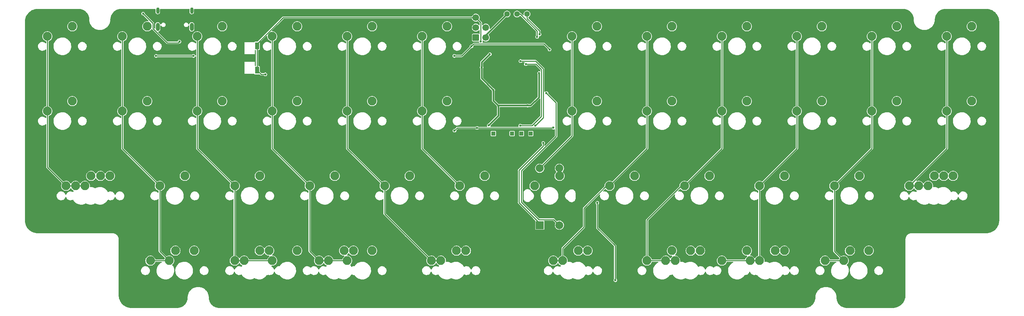
<source format=gtl>
%TF.GenerationSoftware,KiCad,Pcbnew,7.0.6*%
%TF.CreationDate,2023-08-25T16:13:20-04:00*%
%TF.ProjectId,Vault45_alpha,5661756c-7434-4355-9f61-6c7068612e6b,rev?*%
%TF.SameCoordinates,PX198c50aPY6631428*%
%TF.FileFunction,Copper,L1,Top*%
%TF.FilePolarity,Positive*%
%FSLAX46Y46*%
G04 Gerber Fmt 4.6, Leading zero omitted, Abs format (unit mm)*
G04 Created by KiCad (PCBNEW 7.0.6) date 2023-08-25 16:13:20*
%MOMM*%
%LPD*%
G01*
G04 APERTURE LIST*
G04 Aperture macros list*
%AMRoundRect*
0 Rectangle with rounded corners*
0 $1 Rounding radius*
0 $2 $3 $4 $5 $6 $7 $8 $9 X,Y pos of 4 corners*
0 Add a 4 corners polygon primitive as box body*
4,1,4,$2,$3,$4,$5,$6,$7,$8,$9,$2,$3,0*
0 Add four circle primitives for the rounded corners*
1,1,$1+$1,$2,$3*
1,1,$1+$1,$4,$5*
1,1,$1+$1,$6,$7*
1,1,$1+$1,$8,$9*
0 Add four rect primitives between the rounded corners*
20,1,$1+$1,$2,$3,$4,$5,0*
20,1,$1+$1,$4,$5,$6,$7,0*
20,1,$1+$1,$6,$7,$8,$9,0*
20,1,$1+$1,$8,$9,$2,$3,0*%
G04 Aperture macros list end*
%TA.AperFunction,ComponentPad*%
%ADD10C,2.250000*%
%TD*%
%TA.AperFunction,ComponentPad*%
%ADD11R,2.000000X2.000000*%
%TD*%
%TA.AperFunction,ComponentPad*%
%ADD12C,2.000000*%
%TD*%
%TA.AperFunction,SMDPad,CuDef*%
%ADD13R,1.100000X1.800000*%
%TD*%
%TA.AperFunction,ComponentPad*%
%ADD14R,1.000000X1.000000*%
%TD*%
%TA.AperFunction,ComponentPad*%
%ADD15C,1.397000*%
%TD*%
%TA.AperFunction,ComponentPad*%
%ADD16C,0.500000*%
%TD*%
%TA.AperFunction,SMDPad,CuDef*%
%ADD17R,5.200000X5.200000*%
%TD*%
%TA.AperFunction,ComponentPad*%
%ADD18O,0.800000X1.600000*%
%TD*%
%TA.AperFunction,ComponentPad*%
%ADD19O,1.000000X2.100000*%
%TD*%
%TA.AperFunction,ComponentPad*%
%ADD20RoundRect,0.250000X-0.600000X-0.600000X0.600000X-0.600000X0.600000X0.600000X-0.600000X0.600000X0*%
%TD*%
%TA.AperFunction,ComponentPad*%
%ADD21C,1.700000*%
%TD*%
%TA.AperFunction,ViaPad*%
%ADD22C,0.600000*%
%TD*%
%TA.AperFunction,Conductor*%
%ADD23C,0.254000*%
%TD*%
%TA.AperFunction,Conductor*%
%ADD24C,0.381000*%
%TD*%
G04 APERTURE END LIST*
D10*
X72390000Y31115000D03*
X78740000Y33655000D03*
X31908750Y12065000D03*
X38258750Y14605000D03*
X91440000Y31115000D03*
X97790000Y33655000D03*
X203358750Y12065000D03*
X209708750Y14605000D03*
X205740000Y31115000D03*
X212090000Y33655000D03*
X158115000Y50165000D03*
X164465000Y52705000D03*
D11*
X130850000Y21098299D03*
D12*
X135850000Y21098299D03*
X133350000Y21098299D03*
X135850000Y35598299D03*
X130850000Y35598299D03*
D10*
X196215000Y69215000D03*
X202565000Y71755000D03*
X224790000Y31115000D03*
X231140000Y33655000D03*
X74771250Y12065000D03*
X81121250Y14605000D03*
X5715000Y69215000D03*
X12065000Y71755000D03*
D13*
X55300048Y60598491D03*
X55300048Y66798491D03*
X59000048Y60598491D03*
X59000048Y66798491D03*
D10*
X186690000Y12065000D03*
X193040000Y14605000D03*
X62865000Y12065000D03*
X69215000Y14605000D03*
X215265000Y69215000D03*
X221615000Y71755000D03*
D14*
X123825000Y44450000D03*
D10*
X55721250Y12065000D03*
X62071250Y14605000D03*
X177165000Y69215000D03*
X183515000Y71755000D03*
X186690000Y31115000D03*
X193040000Y33655000D03*
X196215000Y50165000D03*
X202565000Y52705000D03*
X158115000Y69215000D03*
X164465000Y71755000D03*
X24765000Y50165000D03*
X31115000Y52705000D03*
X12858750Y31115000D03*
X19208750Y33655000D03*
X177165000Y12065000D03*
X183515000Y14605000D03*
X36671250Y12065000D03*
X43021250Y14605000D03*
X81915000Y12065000D03*
X88265000Y14605000D03*
D14*
X121443750Y44450000D03*
D10*
X62865000Y50165000D03*
X69215000Y52705000D03*
X129540000Y31115000D03*
X135890000Y33655000D03*
X53340000Y12065000D03*
X59690000Y14605000D03*
X43815000Y50165000D03*
X50165000Y52705000D03*
D14*
X119062500Y44450000D03*
D10*
X215265000Y50165000D03*
X221615000Y52705000D03*
X162877500Y12065000D03*
X169227500Y14605000D03*
X139065000Y50165000D03*
X145415000Y52705000D03*
X34290000Y31115000D03*
X40640000Y33655000D03*
D14*
X126206250Y44450000D03*
D10*
X103346250Y12065000D03*
X109696250Y14605000D03*
X148590000Y31115000D03*
X154940000Y33655000D03*
X100965000Y69215000D03*
X107315000Y71755000D03*
X5715000Y50165000D03*
X12065000Y52705000D03*
X105727500Y12065000D03*
X112077500Y14605000D03*
X158115000Y12065000D03*
X164465000Y14605000D03*
D14*
X128587500Y44450000D03*
D10*
X10477500Y31115000D03*
X16827500Y33655000D03*
X43815000Y69215000D03*
X50165000Y71755000D03*
X77152500Y12065000D03*
X83502500Y14605000D03*
X100965000Y50165000D03*
X107315000Y52705000D03*
X234315000Y69215000D03*
X240665000Y71755000D03*
X81915000Y69215000D03*
X88265000Y71755000D03*
X234315000Y50165000D03*
X240665000Y52705000D03*
X229552500Y31115000D03*
X235902500Y33655000D03*
X167640000Y31115000D03*
X173990000Y33655000D03*
X227171250Y31115000D03*
X233521250Y33655000D03*
X136683750Y12065000D03*
X143033750Y14605000D03*
D15*
X127635104Y74880048D03*
X125095104Y74880048D03*
X122555104Y74880048D03*
X120015104Y74880048D03*
D10*
X208121250Y12065000D03*
X214471250Y14605000D03*
X81915000Y50165000D03*
X88265000Y52705000D03*
X134302500Y12065000D03*
X140652500Y14605000D03*
X165258750Y12065000D03*
X171608750Y14605000D03*
X139065000Y69215000D03*
X145415000Y71755000D03*
X15240000Y31115000D03*
X21590000Y33655000D03*
X110490000Y31115000D03*
X116840000Y33655000D03*
X184308750Y12065000D03*
X190658750Y14605000D03*
X53340000Y31115000D03*
X59690000Y33655000D03*
X177165000Y50165000D03*
X183515000Y52705000D03*
X24765000Y69215000D03*
X31115000Y71755000D03*
X62865000Y69215000D03*
X69215000Y71755000D03*
D16*
X121475000Y60135178D03*
X121475000Y58960178D03*
X121475000Y57785178D03*
X121475000Y56610178D03*
X121475000Y55435178D03*
X122650000Y60135178D03*
X122650000Y58960178D03*
X122650000Y57785178D03*
X122650000Y56610178D03*
X122650000Y55435178D03*
X123825000Y60135178D03*
X123825000Y58960178D03*
X123825000Y57785178D03*
D17*
X123825000Y57785178D03*
D16*
X123825000Y56610178D03*
X123825000Y55435178D03*
X125000000Y60135178D03*
X125000000Y58960178D03*
X125000000Y57785178D03*
X125000000Y56610178D03*
X125000000Y55435178D03*
X126175000Y60135178D03*
X126175000Y58960178D03*
X126175000Y57785178D03*
X126175000Y56610178D03*
X126175000Y55435178D03*
D18*
X33780032Y75803812D03*
D19*
X33780032Y71623812D03*
D18*
X42420032Y75803812D03*
D19*
X42420032Y71623812D03*
D20*
X114617500Y68897500D03*
D21*
X117157500Y68897500D03*
X114617500Y71437500D03*
X117157500Y71437500D03*
X114617500Y73977500D03*
X117157500Y73977500D03*
D22*
X133350000Y65881250D03*
X33337528Y64231250D03*
X42862536Y64231250D03*
X113506250Y66675000D03*
X109144317Y64229141D03*
X134334820Y45922363D03*
X114935188Y45878938D03*
X109200798Y45194811D03*
X145489579Y26790732D03*
X150081250Y7081250D03*
X59000048Y66798491D03*
X61118750Y59531300D03*
X115887480Y67865682D03*
X39290764Y67865616D03*
X30063397Y75009384D03*
X130191346Y69085003D03*
X130815750Y69721812D03*
X129747596Y46457838D03*
X125958876Y62910376D03*
X127335705Y62127350D03*
X125904987Y46457838D03*
X131021359Y62505681D03*
X121423785Y50951350D03*
X124990940Y38948992D03*
X112514346Y59531400D03*
X116681250Y66675000D03*
X52982986Y59531220D03*
X127793750Y51593750D03*
X118164079Y64678705D03*
X117907637Y46546896D03*
X116086035Y61317239D03*
X120364288Y51555953D03*
X130705329Y59864078D03*
X119062500Y55562500D03*
X131762500Y42068750D03*
X132556250Y54768750D03*
D23*
X114085650Y67254400D02*
X131976850Y67254400D01*
X111060391Y64229141D02*
X113506250Y66675000D01*
X33337528Y64231250D02*
X42862536Y64231250D01*
X109144317Y64229141D02*
X111060391Y64229141D01*
X113506250Y66675000D02*
X114085650Y67254400D01*
X131976850Y67254400D02*
X133350000Y65881250D01*
X109884925Y45878938D02*
X114935188Y45878938D01*
X134334820Y45922363D02*
X134291395Y45878938D01*
X134291395Y45878938D02*
X114935188Y45878938D01*
X109200798Y45194811D02*
X109884925Y45878938D01*
X145484377Y26785530D02*
X145484377Y20409373D01*
X145489579Y26790732D02*
X145484377Y26785530D01*
X150018750Y15875000D02*
X150018750Y7143750D01*
X145484377Y20409373D02*
X150018750Y15875000D01*
X10477500Y31115000D02*
X12858750Y31115000D01*
X5715000Y69215000D02*
X5715000Y50165000D01*
X5715000Y35877500D02*
X10477500Y31115000D01*
X12858750Y31115000D02*
X15240000Y31115000D01*
X5715000Y50165000D02*
X5715000Y35877500D01*
X24765000Y50165000D02*
X24765000Y40640000D01*
X34290000Y31115000D02*
X34290000Y14446250D01*
X36671250Y12065000D02*
X31908750Y12065000D01*
X24765000Y69215000D02*
X24765000Y50165000D01*
X24765000Y40640000D02*
X34290000Y31115000D01*
X34290000Y14446250D02*
X36671250Y12065000D01*
X43815000Y50165000D02*
X43815000Y40640000D01*
X53340000Y31115000D02*
X53340000Y12065000D01*
X43815000Y40640000D02*
X53340000Y31115000D01*
X43815000Y69215000D02*
X43815000Y50165000D01*
X55721250Y12065000D02*
X62865000Y12065000D01*
X53340000Y12065000D02*
X55721250Y12065000D01*
X74771250Y12065000D02*
X77152500Y12065000D01*
X77152500Y12065000D02*
X81915000Y12065000D01*
X72390000Y31115000D02*
X72390000Y14446250D01*
X62865000Y69215000D02*
X62865000Y50165000D01*
X62865000Y40640000D02*
X72390000Y31115000D01*
X72390000Y14446250D02*
X74771250Y12065000D01*
X62865000Y50165000D02*
X62865000Y40640000D01*
X103346250Y12065000D02*
X105727500Y12065000D01*
X91440000Y23971250D02*
X103346250Y12065000D01*
X81915000Y40640000D02*
X91440000Y31115000D01*
X81915000Y69215000D02*
X81915000Y50165000D01*
X91440000Y31115000D02*
X91440000Y23971250D01*
X81915000Y50165000D02*
X81915000Y40640000D01*
X100965000Y40640000D02*
X110490000Y31115000D01*
X100965000Y50165000D02*
X100965000Y40640000D01*
X100965000Y50165000D02*
X100965000Y69215000D01*
X139065000Y43813299D02*
X139065000Y50165000D01*
X130850000Y35598299D02*
X139065000Y43813299D01*
X139065000Y69215000D02*
X139065000Y50165000D01*
X136683750Y15240000D02*
X136683750Y12065000D01*
X158115000Y40640000D02*
X148590000Y31115000D01*
X142081250Y20637500D02*
X136683750Y15240000D01*
X134302500Y12065000D02*
X136683750Y12065000D01*
X147796250Y31115000D02*
X142081250Y25400000D01*
X158115000Y69215000D02*
X158115000Y50165000D01*
X158115000Y50165000D02*
X158115000Y40640000D01*
X142081250Y25400000D02*
X142081250Y20637500D01*
X177165000Y40640000D02*
X167640000Y31115000D01*
X177165000Y69215000D02*
X177165000Y50165000D01*
X177165000Y50165000D02*
X177165000Y40640000D01*
X158115000Y12065000D02*
X162877500Y12065000D01*
X166846250Y31115000D02*
X158115000Y22383750D01*
X162877500Y12065000D02*
X165258750Y12065000D01*
X158115000Y22383750D02*
X158115000Y12065000D01*
X186690000Y12065000D02*
X186690000Y31115000D01*
X196215000Y40640000D02*
X196215000Y50165000D01*
X186690000Y12065000D02*
X184308750Y12065000D01*
X186690000Y31115000D02*
X196215000Y40640000D01*
X196215000Y50165000D02*
X196215000Y69215000D01*
X184308750Y12065000D02*
X177165000Y12065000D01*
X215265000Y40640000D02*
X205740000Y31115000D01*
X215265000Y69215000D02*
X215265000Y50165000D01*
X208121250Y12065000D02*
X203358750Y12065000D01*
X205740000Y14446250D02*
X208121250Y12065000D01*
X215265000Y50165000D02*
X215265000Y40640000D01*
X205740000Y31115000D02*
X205740000Y14446250D01*
X234315000Y69215000D02*
X234315000Y50165000D01*
X234315000Y40640000D02*
X224790000Y31115000D01*
X227171250Y31115000D02*
X229552500Y31115000D01*
X234315000Y50165000D02*
X234315000Y40640000D01*
X224790000Y31115000D02*
X227171250Y31115000D01*
X59000048Y66611066D02*
X59000048Y60598491D01*
X59000048Y60598491D02*
X60067239Y59531300D01*
X65641378Y73977500D02*
X59000048Y67336170D01*
X60067239Y59531300D02*
X61118750Y59531300D01*
X114617500Y73977500D02*
X65641378Y73977500D01*
X115887480Y67865682D02*
X115887480Y72707520D01*
X115887480Y72707520D02*
X114617500Y73977500D01*
X38993107Y67567959D02*
X36183647Y67567959D01*
X36183647Y67567959D02*
X32519400Y71232206D01*
X39290764Y67865616D02*
X38993107Y67567959D01*
X32519400Y72553381D02*
X30063397Y75009384D01*
X32519400Y71232206D02*
X32519400Y72553381D01*
X130191346Y70627404D02*
X125938750Y74880000D01*
X125938750Y74880000D02*
X125095000Y74880000D01*
X130191346Y69085003D02*
X130191346Y70627404D01*
X130815750Y70577058D02*
X127635000Y73757808D01*
X130815750Y69721812D02*
X130815750Y70577058D01*
X127635000Y73757808D02*
X127635000Y74880000D01*
X125958876Y62910376D02*
X129797974Y62910376D01*
X129797974Y62910376D02*
X131762500Y60945850D01*
X131762500Y60945850D02*
X131762500Y48472742D01*
X131762500Y48472742D02*
X129747596Y46457838D01*
X129939616Y62147884D02*
X131284240Y60803260D01*
X131284240Y48860009D02*
X128882069Y46457838D01*
X128882069Y46457838D02*
X125904987Y46457838D01*
X127356239Y62147884D02*
X129939616Y62147884D01*
X127335705Y62127350D02*
X127356239Y62147884D01*
X131284240Y60803260D02*
X131284240Y48860009D01*
D24*
X116086035Y58538965D02*
X116086035Y61317239D01*
X116086035Y62600661D02*
X118164079Y64678705D01*
X130705329Y59864078D02*
X130696025Y59854774D01*
X120364288Y51555953D02*
X119062500Y52857741D01*
X119062500Y55562500D02*
X116086035Y58538965D01*
X116086035Y61317239D02*
X116086035Y62600661D01*
X120402085Y51593750D02*
X127793750Y51593750D01*
X130696025Y59854774D02*
X130696025Y53702275D01*
X120364288Y49003547D02*
X117907637Y46546896D01*
X130696025Y53702275D02*
X128587500Y51593750D01*
X128587500Y51593750D02*
X127793750Y51593750D01*
X122555000Y74880000D02*
X117157500Y69482500D01*
X120364288Y51555953D02*
X120364288Y49003547D01*
X120364288Y51555953D02*
X120402085Y51593750D01*
X119062500Y52857741D02*
X119062500Y55562500D01*
D23*
X125569851Y35082351D02*
X125569851Y26830149D01*
X125569851Y26830149D02*
X130850000Y21550000D01*
X131762500Y42068750D02*
X131762500Y41275000D01*
X131762500Y41275000D02*
X125569851Y35082351D01*
X126206250Y34925000D02*
X126206250Y26987500D01*
X135017747Y43736497D02*
X126206250Y34925000D01*
X135017747Y52307253D02*
X135017747Y43736497D01*
X130644301Y22549449D02*
X134398850Y22549449D01*
X134398850Y22549449D02*
X135850000Y21098299D01*
X126206250Y26987500D02*
X130644301Y22549449D01*
X132556250Y54768750D02*
X135017747Y52307253D01*
%TA.AperFunction,Conductor*%
G36*
X130922372Y53338817D02*
G01*
X130979208Y53296270D01*
X131004019Y53229750D01*
X131004340Y53220761D01*
X131004340Y49028138D01*
X130984338Y48960017D01*
X130967435Y48939043D01*
X128803036Y46774643D01*
X128740724Y46740618D01*
X128713941Y46737738D01*
X126319267Y46737738D01*
X126251146Y46757740D01*
X126224043Y46781226D01*
X126204625Y46803635D01*
X126204624Y46803636D01*
X126204623Y46803637D01*
X126095063Y46874046D01*
X126095062Y46874047D01*
X126095061Y46874047D01*
X125970106Y46910738D01*
X125970104Y46910738D01*
X125839870Y46910738D01*
X125839867Y46910738D01*
X125714912Y46874047D01*
X125605350Y46803637D01*
X125520066Y46705213D01*
X125520064Y46705210D01*
X125465965Y46586751D01*
X125465964Y46586747D01*
X125447430Y46457838D01*
X125465964Y46328928D01*
X125468487Y46320337D01*
X125468487Y46249341D01*
X125430104Y46189614D01*
X125365524Y46160121D01*
X125347591Y46158838D01*
X118424370Y46158838D01*
X118356249Y46178840D01*
X118309756Y46232496D01*
X118299652Y46302770D01*
X118309754Y46337178D01*
X118346660Y46417987D01*
X118354510Y46472591D01*
X118384001Y46537168D01*
X118390118Y46543738D01*
X120594582Y48748202D01*
X120598615Y48751896D01*
X120631400Y48779405D01*
X120631399Y48779405D01*
X120631405Y48779409D01*
X120652816Y48816497D01*
X120655748Y48821100D01*
X120680314Y48856181D01*
X120680315Y48856186D01*
X120681901Y48859586D01*
X120690671Y48880757D01*
X120691956Y48884285D01*
X120693518Y48893151D01*
X120699391Y48926457D01*
X120700576Y48931803D01*
X120711658Y48973156D01*
X120707928Y49015798D01*
X120707688Y49021290D01*
X120707688Y51124350D01*
X120727690Y51192471D01*
X120781346Y51238964D01*
X120833688Y51250350D01*
X127453385Y51250350D01*
X127521505Y51230348D01*
X127603674Y51177542D01*
X127728633Y51140850D01*
X127728636Y51140850D01*
X127858864Y51140850D01*
X127858867Y51140850D01*
X127983826Y51177542D01*
X128065994Y51230348D01*
X128134115Y51250350D01*
X128569758Y51250350D01*
X128575251Y51250110D01*
X128590799Y51248751D01*
X128617891Y51246380D01*
X128659260Y51257466D01*
X128664586Y51258647D01*
X128706761Y51266082D01*
X128706764Y51266084D01*
X128706765Y51266084D01*
X128710282Y51267364D01*
X128731477Y51276143D01*
X128734863Y51277723D01*
X128734866Y51277723D01*
X128769947Y51302289D01*
X128774553Y51305223D01*
X128811638Y51326633D01*
X128839154Y51359427D01*
X128842846Y51363457D01*
X130789247Y53309858D01*
X130851557Y53343882D01*
X130922372Y53338817D01*
G37*
%TD.AperFunction*%
%TA.AperFunction,Conductor*%
G36*
X33169253Y76180190D02*
G01*
X33215746Y76126534D01*
X33227132Y76074192D01*
X33227132Y75365984D01*
X33242628Y75253247D01*
X33242630Y75253239D01*
X33303182Y75113833D01*
X33399100Y74995934D01*
X33399103Y74995932D01*
X33399104Y74995931D01*
X33523270Y74908285D01*
X33538853Y74902747D01*
X33666484Y74857387D01*
X33818118Y74847015D01*
X33966928Y74877938D01*
X34101876Y74947863D01*
X34212955Y75051603D01*
X34291926Y75181465D01*
X34332932Y75327818D01*
X34332932Y76074192D01*
X34352934Y76142313D01*
X34406590Y76188806D01*
X34458932Y76200192D01*
X41741132Y76200192D01*
X41809253Y76180190D01*
X41855746Y76126534D01*
X41867132Y76074192D01*
X41867132Y75365984D01*
X41882628Y75253247D01*
X41882630Y75253239D01*
X41943182Y75113833D01*
X42039100Y74995934D01*
X42039103Y74995932D01*
X42039104Y74995931D01*
X42163270Y74908285D01*
X42178853Y74902747D01*
X42306484Y74857387D01*
X42458118Y74847015D01*
X42606928Y74877938D01*
X42741876Y74947863D01*
X42852955Y75051603D01*
X42931926Y75181465D01*
X42972932Y75327818D01*
X42972932Y76074192D01*
X42992934Y76142313D01*
X43046590Y76188806D01*
X43098932Y76200192D01*
X43396541Y76200192D01*
X43405153Y76199514D01*
X43457961Y76199512D01*
X43457962Y76199512D01*
X43509158Y76199512D01*
X43510833Y76199692D01*
X223240980Y76199692D01*
X223244512Y76199593D01*
X223247665Y76199416D01*
X223358135Y76193213D01*
X223546561Y76181816D01*
X223553307Y76181040D01*
X223560176Y76179873D01*
X223694367Y76157074D01*
X223854076Y76127806D01*
X223860150Y76126378D01*
X223875349Y76121999D01*
X224002874Y76085260D01*
X224026250Y76077976D01*
X224153220Y76038411D01*
X224158543Y76036483D01*
X224245092Y76000633D01*
X224297982Y75978725D01*
X224318077Y75969682D01*
X224439883Y75914861D01*
X224444445Y75912579D01*
X224577760Y75838898D01*
X224710212Y75758828D01*
X224714042Y75756316D01*
X224801533Y75694238D01*
X224837725Y75668558D01*
X224840123Y75666770D01*
X224960569Y75572406D01*
X224963696Y75569789D01*
X225076986Y75468546D01*
X225079536Y75466136D01*
X225187598Y75358074D01*
X225189997Y75355536D01*
X225289187Y75244542D01*
X225291273Y75242208D01*
X225293890Y75239081D01*
X225343365Y75175932D01*
X225388188Y75118720D01*
X225389944Y75116367D01*
X225477812Y74992527D01*
X225480339Y74988673D01*
X225560273Y74856446D01*
X225634082Y74722894D01*
X225636393Y74718274D01*
X225700040Y74576859D01*
X225705923Y74562655D01*
X225757986Y74436959D01*
X225759929Y74431592D01*
X225806536Y74282030D01*
X225847873Y74138539D01*
X225849303Y74132452D01*
X225878312Y73974162D01*
X225902520Y73831665D01*
X225903296Y73824912D01*
X225914407Y73641227D01*
X225921016Y73523508D01*
X225921115Y73519977D01*
X225921117Y73370814D01*
X225941759Y73187632D01*
X225942041Y73184380D01*
X225946759Y73106374D01*
X225952978Y73088071D01*
X225954815Y73071764D01*
X225954816Y73071762D01*
X225954817Y73071758D01*
X225954818Y73071751D01*
X225978101Y72969747D01*
X226003410Y72858867D01*
X226015242Y72794296D01*
X226020856Y72782434D01*
X226021785Y72778361D01*
X226108066Y72531794D01*
X226118676Y72497746D01*
X226119047Y72497185D01*
X226119656Y72497477D01*
X226121186Y72494299D01*
X226121189Y72494292D01*
X226168337Y72396391D01*
X226251765Y72223153D01*
X226254049Y72219022D01*
X226255111Y72217828D01*
X226348699Y72068888D01*
X226411884Y71968332D01*
X226420989Y71956915D01*
X226422684Y71954482D01*
X226423538Y71953718D01*
X226571619Y71768033D01*
X226571628Y71768023D01*
X226582014Y71755000D01*
X226599525Y71733043D01*
X226620335Y71712233D01*
X226621169Y71711291D01*
X226621535Y71711033D01*
X226790379Y71542192D01*
X226790518Y71541937D01*
X226791535Y71541036D01*
X226812321Y71520249D01*
X226812327Y71520243D01*
X226846475Y71493012D01*
X227033155Y71344142D01*
X227033585Y71343530D01*
X227036263Y71341664D01*
X227047621Y71332606D01*
X227297334Y71175704D01*
X227298026Y71174922D01*
X227298279Y71174795D01*
X227302442Y71172495D01*
X227576770Y71040387D01*
X227576384Y71039586D01*
X227611790Y71028553D01*
X227718163Y70991332D01*
X227857633Y70942530D01*
X227857645Y70942526D01*
X227862067Y70941517D01*
X227871257Y70936377D01*
X227938890Y70923983D01*
X228151047Y70875560D01*
X228167737Y70873680D01*
X228182002Y70867686D01*
X228264444Y70862699D01*
X228267694Y70862417D01*
X228450100Y70841866D01*
X228450102Y70841866D01*
X228652976Y70841866D01*
X228653302Y70841901D01*
X228751049Y70841901D01*
X228932753Y70862374D01*
X228936004Y70862656D01*
X229014621Y70867411D01*
X229033070Y70873678D01*
X229050098Y70875596D01*
X229261399Y70923825D01*
X229326702Y70935791D01*
X229338709Y70941470D01*
X229343495Y70942562D01*
X229588310Y71028227D01*
X229623434Y71039172D01*
X229624597Y71039941D01*
X229624365Y71040423D01*
X229661648Y71058378D01*
X229898690Y71172530D01*
X229898719Y71172549D01*
X229902321Y71174540D01*
X229903369Y71175471D01*
X230153506Y71332640D01*
X230164617Y71341502D01*
X230166825Y71343039D01*
X230167520Y71343817D01*
X230388793Y71520274D01*
X230409344Y71540826D01*
X230410071Y71541470D01*
X230410271Y71541753D01*
X230580062Y71711541D01*
X230580276Y71711658D01*
X230581030Y71712509D01*
X230601593Y71733071D01*
X230619081Y71755000D01*
X239382219Y71755000D01*
X239401707Y71532247D01*
X239429844Y71427239D01*
X239459579Y71316265D01*
X239459581Y71316260D01*
X239554078Y71113611D01*
X239554079Y71113609D01*
X239682329Y70930449D01*
X239682336Y70930440D01*
X239840439Y70772337D01*
X239840448Y70772330D01*
X239889501Y70737983D01*
X240023609Y70644079D01*
X240226263Y70549580D01*
X240442247Y70491707D01*
X240665000Y70472219D01*
X240887753Y70491707D01*
X241103737Y70549580D01*
X241306391Y70644079D01*
X241489556Y70772333D01*
X241647667Y70930444D01*
X241775921Y71113609D01*
X241870420Y71316263D01*
X241928293Y71532247D01*
X241947781Y71755000D01*
X241928293Y71977753D01*
X241870420Y72193737D01*
X241775921Y72396390D01*
X241647667Y72579556D01*
X241489556Y72737667D01*
X241489555Y72737668D01*
X241489554Y72737669D01*
X241489551Y72737671D01*
X241306391Y72865921D01*
X241306389Y72865922D01*
X241103740Y72960419D01*
X241103735Y72960421D01*
X241024679Y72981604D01*
X240887753Y73018293D01*
X240665000Y73037781D01*
X240442247Y73018293D01*
X240350962Y72993834D01*
X240226264Y72960421D01*
X240226260Y72960419D01*
X240023609Y72865921D01*
X239840447Y72737670D01*
X239840441Y72737665D01*
X239682335Y72579559D01*
X239682330Y72579553D01*
X239554079Y72396391D01*
X239459581Y72193740D01*
X239459579Y72193736D01*
X239433466Y72096278D01*
X239401707Y71977753D01*
X239382219Y71755000D01*
X230619081Y71755000D01*
X230777967Y71954235D01*
X230778552Y71954645D01*
X230780330Y71957196D01*
X230789230Y71968356D01*
X230946297Y72218323D01*
X230947044Y72218983D01*
X230947201Y72219296D01*
X230949335Y72223157D01*
X230949343Y72223169D01*
X231079920Y72494308D01*
X231079922Y72494315D01*
X231081453Y72497493D01*
X231082271Y72497099D01*
X231093447Y72532966D01*
X231179318Y72778361D01*
X231180349Y72782882D01*
X231185503Y72792097D01*
X231197924Y72859876D01*
X231199304Y72865922D01*
X231246288Y73071758D01*
X231248175Y73088507D01*
X231254175Y73102786D01*
X231259164Y73185273D01*
X231259446Y73188525D01*
X231279987Y73370808D01*
X231279988Y73519548D01*
X231280085Y73523007D01*
X231286454Y73636435D01*
X231297868Y73825127D01*
X231298640Y73831849D01*
X231322563Y73972660D01*
X231351884Y74132653D01*
X231353309Y74138721D01*
X231394346Y74281170D01*
X231441291Y74431817D01*
X231443230Y74437170D01*
X231500837Y74576249D01*
X231501108Y74576850D01*
X231564869Y74718523D01*
X231567168Y74723115D01*
X231588666Y74762013D01*
X231640625Y74856029D01*
X231720959Y74988916D01*
X231723453Y74992720D01*
X231810951Y75116037D01*
X231812719Y75118408D01*
X231907469Y75239348D01*
X231910014Y75242388D01*
X232010961Y75355348D01*
X232013288Y75357809D01*
X232121868Y75466389D01*
X232124347Y75468733D01*
X232237290Y75569665D01*
X232240317Y75572200D01*
X232361343Y75667017D01*
X232363657Y75668742D01*
X232486930Y75756209D01*
X232490739Y75758706D01*
X232623712Y75839093D01*
X232756570Y75912520D01*
X232761078Y75914776D01*
X232903559Y75978902D01*
X233042467Y76036439D01*
X233047801Y76038370D01*
X233198790Y76085422D01*
X233340910Y76126364D01*
X233346931Y76127779D01*
X233507614Y76157226D01*
X233647763Y76181037D01*
X233654480Y76181809D01*
X233845229Y76193348D01*
X233956460Y76199593D01*
X233959993Y76199692D01*
X244323566Y76199692D01*
X244324179Y76199512D01*
X244374796Y76199512D01*
X244378063Y76199427D01*
X244510240Y76192501D01*
X244723107Y76180549D01*
X244729415Y76179874D01*
X244891728Y76154168D01*
X245073649Y76123259D01*
X245079361Y76122011D01*
X245243704Y76077976D01*
X245415877Y76028375D01*
X245420959Y76026671D01*
X245582172Y75964788D01*
X245745765Y75897027D01*
X245750244Y75894963D01*
X245905376Y75815919D01*
X246059526Y75730724D01*
X246063317Y75728449D01*
X246210094Y75633131D01*
X246353404Y75531448D01*
X246356592Y75529031D01*
X246491850Y75419501D01*
X246494145Y75417548D01*
X246624023Y75301482D01*
X246624024Y75301481D01*
X246626587Y75299058D01*
X246749720Y75175925D01*
X246752124Y75173382D01*
X246868186Y75043508D01*
X246870132Y75041222D01*
X246945733Y74947863D01*
X246979683Y74905938D01*
X246982103Y74902747D01*
X247078965Y74766232D01*
X247083778Y74759449D01*
X247110356Y74718523D01*
X247179088Y74612683D01*
X247181385Y74608856D01*
X247223948Y74531843D01*
X247266565Y74454733D01*
X247345613Y74299589D01*
X247347685Y74295096D01*
X247362422Y74259518D01*
X247415053Y74132452D01*
X247415420Y74131567D01*
X247477316Y73970320D01*
X247479033Y73965197D01*
X247528620Y73793076D01*
X247572658Y73628716D01*
X247573916Y73622960D01*
X247604825Y73441030D01*
X247630521Y73278781D01*
X247631197Y73272455D01*
X247643151Y73059591D01*
X247649914Y72930505D01*
X247650000Y72927235D01*
X247650000Y22322613D01*
X247649914Y22319336D01*
X247648911Y22300181D01*
X247642873Y22185004D01*
X247631276Y21977956D01*
X247630598Y21971620D01*
X247604049Y21803994D01*
X247574056Y21627488D01*
X247572799Y21621734D01*
X247527841Y21453951D01*
X247479257Y21285320D01*
X247477534Y21280182D01*
X247414650Y21116364D01*
X247347986Y20955430D01*
X247345915Y20950936D01*
X247265795Y20793694D01*
X247181801Y20641721D01*
X247179497Y20637883D01*
X247083019Y20489320D01*
X246982633Y20347842D01*
X246980212Y20344651D01*
X246869423Y20207843D01*
X246867439Y20205511D01*
X246752817Y20077250D01*
X246750388Y20074681D01*
X246625855Y19950151D01*
X246623287Y19947723D01*
X246495046Y19833121D01*
X246492713Y19831136D01*
X246355896Y19720346D01*
X246352704Y19717925D01*
X246211214Y19617533D01*
X246062660Y19521065D01*
X246058822Y19518762D01*
X245906834Y19434763D01*
X245749603Y19354651D01*
X245745109Y19352580D01*
X245584157Y19285912D01*
X245420363Y19223041D01*
X245415225Y19221319D01*
X245246586Y19172734D01*
X245078788Y19127775D01*
X245073032Y19126517D01*
X244896585Y19096540D01*
X244728878Y19069980D01*
X244722551Y19069304D01*
X244525188Y19058221D01*
X244396768Y19051492D01*
X244376968Y19050454D01*
X244373676Y19050368D01*
X225378599Y19050368D01*
X225378537Y19050387D01*
X225375038Y19050387D01*
X225366163Y19052996D01*
X225335438Y19050581D01*
X225330500Y19050387D01*
X225219909Y19050387D01*
X225219908Y19050387D01*
X225203262Y19047994D01*
X225121917Y19036300D01*
X225116519Y19037077D01*
X225103240Y19033888D01*
X225097500Y19032790D01*
X225090982Y19031852D01*
X225085479Y19031061D01*
X225081450Y19030613D01*
X225017840Y19025613D01*
X224999871Y19017369D01*
X224897701Y18987370D01*
X224891397Y18987370D01*
X224879161Y18982302D01*
X224872798Y18980057D01*
X224846452Y18972321D01*
X224843409Y18971510D01*
X224800782Y18961277D01*
X224785201Y18951145D01*
X224686472Y18906057D01*
X224678939Y18904975D01*
X224667107Y18897724D01*
X224660357Y18894131D01*
X224610463Y18871346D01*
X224605145Y18868802D01*
X224595877Y18864964D01*
X224582927Y18853538D01*
X224490813Y18794340D01*
X224482222Y18791818D01*
X224471301Y18782490D01*
X224464441Y18777393D01*
X224431901Y18756480D01*
X224428345Y18753398D01*
X224411669Y18741191D01*
X224407752Y18738791D01*
X224397546Y18726710D01*
X224314504Y18654753D01*
X224305193Y18650502D01*
X224298799Y18643014D01*
X224285500Y18629620D01*
X224270955Y18617018D01*
X224258349Y18602469D01*
X224244960Y18589175D01*
X224240713Y18585548D01*
X224233227Y18573476D01*
X224161266Y18490428D01*
X224151659Y18484255D01*
X224146793Y18476313D01*
X224134593Y18459645D01*
X224131504Y18456081D01*
X224131493Y18456066D01*
X224110588Y18423536D01*
X224105490Y18416676D01*
X224098592Y18408600D01*
X224093638Y18397160D01*
X224034445Y18305052D01*
X224024989Y18296859D01*
X224019184Y18282844D01*
X224016623Y18277482D01*
X223993852Y18227621D01*
X223990259Y18220869D01*
X223984681Y18211767D01*
X223981925Y18201504D01*
X223936835Y18102767D01*
X223927998Y18092569D01*
X223916476Y18044572D01*
X223915665Y18041531D01*
X223907927Y18015175D01*
X223905682Y18008810D01*
X223901636Y17999042D01*
X223900615Y17990272D01*
X223870617Y17888100D01*
X223862842Y17876002D01*
X223857376Y17806541D01*
X223856930Y17802523D01*
X223855201Y17790491D01*
X223854101Y17784741D01*
X223851458Y17773735D01*
X223851691Y17766079D01*
X223837601Y17668064D01*
X223837604Y17561583D01*
X223837604Y17557712D01*
X223837410Y17552769D01*
X223835394Y17527153D01*
X223837604Y17514788D01*
X223837604Y3275692D01*
X223837518Y3272418D01*
X223834072Y3206656D01*
X223830790Y3144018D01*
X223818586Y2927040D01*
X223817909Y2920719D01*
X223792773Y2762003D01*
X223761254Y2576493D01*
X223759997Y2570737D01*
X223716563Y2408632D01*
X223666325Y2234250D01*
X223664602Y2229112D01*
X223603367Y2069580D01*
X223534911Y1904313D01*
X223532840Y1899820D01*
X223454490Y1746046D01*
X223368556Y1590558D01*
X223366252Y1586719D01*
X223271697Y1441113D01*
X223169187Y1296639D01*
X223166766Y1293448D01*
X223058059Y1159204D01*
X223056074Y1156871D01*
X222939133Y1026012D01*
X222936705Y1023444D01*
X222814476Y901214D01*
X222811908Y898787D01*
X222681031Y781824D01*
X222678697Y779839D01*
X222544478Y671150D01*
X222541287Y668729D01*
X222483500Y627726D01*
X222396787Y566200D01*
X222251209Y471661D01*
X222247371Y469358D01*
X222091868Y383412D01*
X221938089Y305059D01*
X221933595Y302987D01*
X221768343Y234536D01*
X221608813Y173299D01*
X221603675Y171576D01*
X221429299Y121338D01*
X221267191Y77900D01*
X221261435Y76643D01*
X221075992Y45134D01*
X220917303Y20001D01*
X220910946Y19322D01*
X220651223Y4865D01*
X220602266Y2299D01*
X220569583Y586D01*
X220566305Y500D01*
X208956984Y500D01*
X208953452Y599D01*
X208840120Y6962D01*
X208651381Y18379D01*
X208644628Y19155D01*
X208503979Y43049D01*
X208484536Y46612D01*
X208343808Y72402D01*
X208337744Y73827D01*
X208195474Y114812D01*
X208044650Y161812D01*
X208039283Y163755D01*
X207900384Y221286D01*
X207757925Y285402D01*
X207753305Y287713D01*
X207620608Y361051D01*
X207487513Y441510D01*
X207483649Y444044D01*
X207360625Y531331D01*
X207358227Y533119D01*
X207357955Y533332D01*
X207237055Y628052D01*
X207233931Y630667D01*
X207121345Y731278D01*
X207118794Y733690D01*
X207009946Y842538D01*
X207007553Y845069D01*
X206907003Y957583D01*
X206904404Y960688D01*
X206903992Y961214D01*
X206809262Y1082128D01*
X206807518Y1084466D01*
X206720432Y1207201D01*
X206717912Y1211044D01*
X206654226Y1316393D01*
X206637100Y1344723D01*
X206617164Y1380793D01*
X206564105Y1476794D01*
X206561821Y1481360D01*
X206497224Y1624889D01*
X206492137Y1637171D01*
X206440146Y1762684D01*
X206438210Y1768033D01*
X206390645Y1920672D01*
X206350196Y2061070D01*
X206348768Y2067148D01*
X206325770Y2192642D01*
X206318773Y2230819D01*
X206295475Y2367941D01*
X206294706Y2374633D01*
X206282585Y2575000D01*
X206276900Y2676243D01*
X206276801Y2679776D01*
X206276801Y2731398D01*
X206276776Y2731630D01*
X206276776Y2752897D01*
X206276777Y2829385D01*
X206256280Y3011302D01*
X206255998Y3014553D01*
X206251248Y3093090D01*
X206244987Y3111522D01*
X206243082Y3128436D01*
X206194796Y3339995D01*
X206182852Y3405178D01*
X206177182Y3417166D01*
X206176117Y3421835D01*
X206090338Y3666980D01*
X206079455Y3701906D01*
X206078764Y3702951D01*
X206078257Y3702706D01*
X206011643Y3841032D01*
X205946149Y3977032D01*
X205946136Y3977053D01*
X205944077Y3980777D01*
X205943116Y3981858D01*
X205786039Y4231849D01*
X205777117Y4243037D01*
X205775543Y4245297D01*
X205774744Y4246012D01*
X205774361Y4246492D01*
X205598404Y4467137D01*
X205598398Y4467144D01*
X205577798Y4487743D01*
X205577091Y4488541D01*
X205576780Y4488761D01*
X205407266Y4658278D01*
X205407142Y4658505D01*
X205406238Y4659306D01*
X205385606Y4679938D01*
X205385605Y4679939D01*
X205385604Y4679940D01*
X205350843Y4707661D01*
X205164563Y4856216D01*
X205164144Y4856813D01*
X205161543Y4858625D01*
X205150321Y4867574D01*
X204900446Y5024582D01*
X204899771Y5025345D01*
X204899481Y5025490D01*
X204895511Y5027684D01*
X204621179Y5159797D01*
X204621570Y5160611D01*
X204585799Y5171758D01*
X204423882Y5228416D01*
X204340310Y5257660D01*
X204335815Y5258686D01*
X204326611Y5263835D01*
X204258869Y5276249D01*
X204142183Y5302883D01*
X204046911Y5324628D01*
X204046908Y5324629D01*
X204046901Y5324630D01*
X204030182Y5326514D01*
X204015910Y5332512D01*
X203933424Y5337501D01*
X203930174Y5337783D01*
X203810583Y5351258D01*
X203747860Y5358325D01*
X203747854Y5358326D01*
X203747846Y5358326D01*
X203597888Y5358326D01*
X203597388Y5358326D01*
X203596888Y5358326D01*
X203544780Y5358326D01*
X203544687Y5358316D01*
X203446913Y5358316D01*
X203264710Y5337789D01*
X203261460Y5337507D01*
X203183045Y5332764D01*
X203164648Y5326515D01*
X203162619Y5326286D01*
X203147857Y5324623D01*
X202935967Y5276261D01*
X202870940Y5264344D01*
X202858992Y5258692D01*
X202854464Y5257659D01*
X202608896Y5171733D01*
X202574245Y5160935D01*
X202573332Y5160331D01*
X202573590Y5159797D01*
X202299261Y5027689D01*
X202295395Y5025552D01*
X202294272Y5024553D01*
X202044448Y4867581D01*
X202044432Y4867570D01*
X202033178Y4858594D01*
X202030849Y4856972D01*
X202030114Y4856150D01*
X201843074Y4706991D01*
X201809158Y4679945D01*
X201788463Y4659249D01*
X201787603Y4658488D01*
X201787367Y4658153D01*
X201618160Y4488947D01*
X201617913Y4488813D01*
X201617050Y4487838D01*
X201596352Y4467141D01*
X201569304Y4433224D01*
X201569303Y4433221D01*
X201420177Y4246223D01*
X201419569Y4245797D01*
X201417725Y4243149D01*
X201408721Y4231857D01*
X201251773Y3982078D01*
X201250999Y3981394D01*
X201250867Y3981129D01*
X201248604Y3977035D01*
X201116497Y3702710D01*
X201115690Y3703099D01*
X201104613Y3667553D01*
X201018636Y3421845D01*
X201017621Y3417395D01*
X201012479Y3408205D01*
X201000077Y3340532D01*
X200951669Y3128445D01*
X200951668Y3128434D01*
X200949786Y3111734D01*
X200943793Y3097474D01*
X200938807Y3015041D01*
X200938525Y3011792D01*
X200917974Y2829387D01*
X200917974Y2680687D01*
X200917875Y2677153D01*
X200911484Y2563352D01*
X200900100Y2375142D01*
X200899324Y2368387D01*
X200875304Y2227017D01*
X200846098Y2067647D01*
X200844667Y2061558D01*
X200803451Y1918495D01*
X200756725Y1768552D01*
X200754781Y1763184D01*
X200696893Y1623427D01*
X200633200Y1481909D01*
X200630889Y1477290D01*
X200557062Y1343708D01*
X200477186Y1211580D01*
X200474652Y1207715D01*
X200386702Y1083760D01*
X200384913Y1081363D01*
X200290784Y961214D01*
X200288165Y958086D01*
X200186710Y844559D01*
X200184282Y841991D01*
X200076487Y734196D01*
X200073918Y731767D01*
X199960378Y630303D01*
X199957251Y627685D01*
X199837151Y533594D01*
X199834754Y531805D01*
X199710717Y443797D01*
X199706852Y441263D01*
X199574892Y361488D01*
X199441125Y287559D01*
X199436506Y285248D01*
X199295281Y221687D01*
X199155199Y163665D01*
X199149831Y161721D01*
X199000411Y115158D01*
X198856808Y73788D01*
X198850721Y72358D01*
X198692348Y43334D01*
X198549971Y19145D01*
X198543218Y18369D01*
X198358407Y7189D01*
X198241056Y599D01*
X198237523Y500D01*
X49412835Y500D01*
X49409301Y599D01*
X49295506Y6990D01*
X49107286Y18376D01*
X49100533Y19152D01*
X48961414Y42788D01*
X48959174Y43169D01*
X48799789Y72378D01*
X48793701Y73809D01*
X48650663Y115018D01*
X48500689Y161752D01*
X48495320Y163696D01*
X48355598Y221572D01*
X48214038Y285283D01*
X48209418Y287594D01*
X48209203Y287713D01*
X48075894Y361390D01*
X48007906Y402491D01*
X47943697Y441307D01*
X47939832Y443841D01*
X47815957Y531736D01*
X47813559Y533524D01*
X47693320Y627726D01*
X47690193Y630343D01*
X47576747Y731725D01*
X47574196Y734136D01*
X47466282Y842050D01*
X47463872Y844600D01*
X47362490Y958046D01*
X47359873Y961173D01*
X47265674Y1081408D01*
X47263886Y1083806D01*
X47175986Y1207689D01*
X47173458Y1211543D01*
X47093549Y1343728D01*
X47019732Y1477290D01*
X47017430Y1481892D01*
X46953720Y1623450D01*
X46941927Y1651920D01*
X46895834Y1763196D01*
X46893899Y1768543D01*
X46893896Y1768552D01*
X46851592Y1904313D01*
X46847172Y1918497D01*
X46805952Y2061574D01*
X46804528Y2067626D01*
X46775331Y2226950D01*
X46751297Y2368401D01*
X46750524Y2375132D01*
X46739153Y2563112D01*
X46732775Y2676689D01*
X46732676Y2680222D01*
X46732676Y2829389D01*
X46712066Y3012319D01*
X46711784Y3015569D01*
X46707059Y3093673D01*
X46700834Y3112001D01*
X46699670Y3122330D01*
X46698982Y3128442D01*
X46650429Y3341165D01*
X46638587Y3405789D01*
X46632966Y3417676D01*
X46632017Y3421834D01*
X46632015Y3421844D01*
X46545767Y3668323D01*
X46535145Y3702412D01*
X46534752Y3703008D01*
X46534152Y3702718D01*
X46467543Y3841032D01*
X46402041Y3977047D01*
X46402040Y3977049D01*
X46402035Y3977059D01*
X46399768Y3981160D01*
X46398707Y3982354D01*
X46241928Y4231865D01*
X46232799Y4243313D01*
X46231116Y4245729D01*
X46230263Y4246492D01*
X46081601Y4432906D01*
X46054289Y4467154D01*
X46054280Y4467164D01*
X46033441Y4488003D01*
X46032595Y4488958D01*
X46032220Y4489223D01*
X45863506Y4657935D01*
X45863361Y4658200D01*
X45862311Y4659130D01*
X45841491Y4679951D01*
X45841485Y4679957D01*
X45806489Y4707864D01*
X45806484Y4707869D01*
X45620731Y4855999D01*
X45620296Y4856618D01*
X45617591Y4858503D01*
X45606194Y4867592D01*
X45606188Y4867596D01*
X45356553Y5024450D01*
X45355853Y5025241D01*
X45355609Y5025363D01*
X45351372Y5027705D01*
X45242276Y5080242D01*
X45080228Y5158278D01*
X45080222Y5158281D01*
X45077043Y5159811D01*
X45077426Y5160609D01*
X45042166Y5171596D01*
X45041774Y5171733D01*
X44940836Y5207052D01*
X44796160Y5257675D01*
X44791788Y5258672D01*
X44782605Y5263809D01*
X44715008Y5276196D01*
X44502774Y5324635D01*
X44502767Y5324636D01*
X44493817Y5325645D01*
X44486084Y5326516D01*
X44471824Y5332508D01*
X44389401Y5337493D01*
X44386152Y5337775D01*
X44203712Y5358328D01*
X44203710Y5358328D01*
X44203703Y5358328D01*
X44105468Y5358327D01*
X44105328Y5358368D01*
X44065387Y5358368D01*
X44064837Y5358530D01*
X44064072Y5358483D01*
X44060276Y5358368D01*
X43902768Y5358366D01*
X43719693Y5337737D01*
X43716443Y5337455D01*
X43638396Y5332735D01*
X43620080Y5326512D01*
X43603723Y5324669D01*
X43603708Y5324666D01*
X43390907Y5276094D01*
X43326306Y5264255D01*
X43314434Y5258639D01*
X43310318Y5257700D01*
X43310314Y5257699D01*
X43063852Y5171455D01*
X43029738Y5160824D01*
X43029144Y5160432D01*
X43029434Y5159830D01*
X42755092Y5027712D01*
X42751006Y5025454D01*
X42749813Y5024393D01*
X42500301Y4867611D01*
X42500283Y4867598D01*
X42488878Y4858503D01*
X42486466Y4856823D01*
X42485705Y4855972D01*
X42299732Y4707661D01*
X42264997Y4679960D01*
X42244199Y4659163D01*
X42243261Y4658333D01*
X42243001Y4657964D01*
X42074140Y4489100D01*
X42073882Y4488960D01*
X42072974Y4487934D01*
X42052202Y4467162D01*
X42024340Y4432224D01*
X41876094Y4246326D01*
X41875477Y4245894D01*
X41873612Y4243216D01*
X41864563Y4231868D01*
X41864561Y4231864D01*
X41707657Y3982149D01*
X41706874Y3981457D01*
X41706741Y3981190D01*
X41704453Y3977053D01*
X41638951Y3841032D01*
X41573878Y3705903D01*
X41573875Y3705898D01*
X41572345Y3702718D01*
X41571540Y3703106D01*
X41560491Y3667646D01*
X41474481Y3421841D01*
X41474480Y3421834D01*
X41473468Y3417402D01*
X41468329Y3408219D01*
X41455930Y3340558D01*
X41407518Y3128448D01*
X41407515Y3128434D01*
X41405634Y3111737D01*
X41399641Y3097477D01*
X41394655Y3015040D01*
X41394373Y3011790D01*
X41373822Y2829389D01*
X41373822Y2680687D01*
X41373723Y2677154D01*
X41367333Y2563362D01*
X41355947Y2375137D01*
X41355171Y2368384D01*
X41331166Y2227095D01*
X41301942Y2067626D01*
X41300511Y2061538D01*
X41259332Y1918601D01*
X41212561Y1768513D01*
X41210618Y1763145D01*
X41152799Y1623555D01*
X41089019Y1481843D01*
X41086708Y1477224D01*
X41012997Y1343853D01*
X40932971Y1211476D01*
X40930437Y1207611D01*
X40842677Y1083923D01*
X40840889Y1081526D01*
X40746516Y961067D01*
X40743898Y957940D01*
X40642729Y844730D01*
X40640300Y842161D01*
X40532145Y734006D01*
X40529577Y731578D01*
X40416427Y630459D01*
X40413299Y627840D01*
X40292667Y533332D01*
X40290270Y531545D01*
X40166825Y443955D01*
X40162960Y441421D01*
X40030194Y361159D01*
X39897254Y287684D01*
X39892633Y285372D01*
X39796320Y242025D01*
X39751132Y221687D01*
X39750259Y221295D01*
X39738061Y216242D01*
X39611371Y163766D01*
X39606003Y161822D01*
X39454751Y114688D01*
X39313017Y73854D01*
X39306928Y72423D01*
X39145215Y42788D01*
X39006209Y19168D01*
X38999455Y18392D01*
X38803694Y6550D01*
X38697754Y599D01*
X38694221Y500D01*
X27085058Y500D01*
X27081781Y586D01*
X27006860Y4513D01*
X26946272Y7689D01*
X26740797Y19192D01*
X26734458Y19870D01*
X26565630Y46612D01*
X26390362Y76394D01*
X26384607Y77651D01*
X26216038Y122821D01*
X26048186Y171181D01*
X26043048Y172904D01*
X25878659Y236008D01*
X25718305Y302432D01*
X25713811Y304503D01*
X25556124Y384851D01*
X25449024Y444044D01*
X25404593Y468601D01*
X25400762Y470900D01*
X25251816Y567629D01*
X25110732Y667736D01*
X25107540Y670157D01*
X25097991Y677890D01*
X24970355Y781250D01*
X24968049Y783213D01*
X24840149Y897514D01*
X24837581Y899942D01*
X24712738Y1024788D01*
X24710310Y1027357D01*
X24596015Y1155256D01*
X24594030Y1157589D01*
X24482970Y1294738D01*
X24480557Y1297919D01*
X24380422Y1439049D01*
X24379082Y1441113D01*
X24283707Y1587980D01*
X24281418Y1591797D01*
X24263924Y1623450D01*
X24197666Y1743339D01*
X24187575Y1763145D01*
X24117310Y1901051D01*
X24115249Y1905524D01*
X24048835Y2065865D01*
X23985720Y2230290D01*
X23984017Y2235371D01*
X23935653Y2403249D01*
X23890482Y2571833D01*
X23889232Y2577554D01*
X23859457Y2752808D01*
X23832702Y2921743D01*
X23832028Y2928052D01*
X23831503Y2937392D01*
X23821133Y3122067D01*
X23813185Y3273751D01*
X23813100Y3277030D01*
X23813100Y9578797D01*
X29509411Y9578797D01*
X29519637Y9364105D01*
X29519638Y9364094D01*
X29570312Y9155212D01*
X29570313Y9155210D01*
X29659604Y8959690D01*
X29784284Y8784601D01*
X29939847Y8636273D01*
X30120670Y8520065D01*
X30320218Y8440178D01*
X30531278Y8399500D01*
X30531282Y8399500D01*
X30692366Y8399500D01*
X30692368Y8399500D01*
X30692369Y8399501D01*
X30692387Y8399501D01*
X30843368Y8413919D01*
X30852721Y8414812D01*
X31058959Y8475369D01*
X31250009Y8573862D01*
X31418967Y8706732D01*
X31559726Y8869176D01*
X31667198Y9055323D01*
X31737500Y9258446D01*
X31768089Y9471203D01*
X31757862Y9685904D01*
X31707187Y9894790D01*
X31617896Y10090310D01*
X31493216Y10265399D01*
X31337653Y10413727D01*
X31156830Y10529935D01*
X30957282Y10609822D01*
X30957281Y10609823D01*
X30957279Y10609823D01*
X30746226Y10650500D01*
X30746222Y10650500D01*
X30585132Y10650500D01*
X30585112Y10650500D01*
X30424789Y10635190D01*
X30424774Y10635187D01*
X30218538Y10574631D01*
X30027491Y10476139D01*
X29858533Y10343268D01*
X29858527Y10343263D01*
X29717773Y10180823D01*
X29717772Y10180822D01*
X29610302Y9994678D01*
X29610301Y9994676D01*
X29540001Y9791559D01*
X29540000Y9791556D01*
X29540000Y9791554D01*
X29524811Y9685907D01*
X29509411Y9578797D01*
X23813100Y9578797D01*
X23813100Y17522481D01*
X23815141Y17529434D01*
X23813296Y17552784D01*
X23813100Y17557749D01*
X23813100Y17573558D01*
X23813018Y17574396D01*
X23813021Y17668060D01*
X23798932Y17766067D01*
X23799706Y17771454D01*
X23796529Y17784692D01*
X23795432Y17790415D01*
X23793680Y17802600D01*
X23793236Y17806590D01*
X23788208Y17870211D01*
X23780008Y17888083D01*
X23780003Y17888100D01*
X23750006Y17990272D01*
X23750006Y17996572D01*
X23744945Y18008791D01*
X23742700Y18015155D01*
X23734959Y18041521D01*
X23734147Y18044564D01*
X23723918Y18087174D01*
X23713790Y18102752D01*
X23668707Y18201478D01*
X23667624Y18209008D01*
X23660378Y18220833D01*
X23656785Y18227586D01*
X23634026Y18277424D01*
X23631452Y18282804D01*
X23627612Y18292074D01*
X23616190Y18305023D01*
X23616171Y18305052D01*
X23557002Y18397126D01*
X23554480Y18405718D01*
X23545148Y18416645D01*
X23540048Y18423509D01*
X23519144Y18456039D01*
X23519139Y18456046D01*
X23516050Y18459611D01*
X23503844Y18476287D01*
X23501449Y18480196D01*
X23489372Y18490401D01*
X23417430Y18573430D01*
X23413177Y18582742D01*
X23405695Y18589133D01*
X23392304Y18602429D01*
X23379692Y18616984D01*
X23365138Y18629596D01*
X23351840Y18642990D01*
X23348216Y18647233D01*
X23336139Y18654725D01*
X23253120Y18726666D01*
X23246943Y18736278D01*
X23238994Y18741149D01*
X23222323Y18753353D01*
X23218756Y18756444D01*
X23186205Y18777365D01*
X23179345Y18782462D01*
X23171272Y18789357D01*
X23159836Y18794312D01*
X23067747Y18853497D01*
X23059556Y18862951D01*
X23045522Y18868764D01*
X23040180Y18871321D01*
X22990298Y18894103D01*
X22983547Y18897696D01*
X22974445Y18903274D01*
X22964180Y18906032D01*
X22865468Y18951115D01*
X22855270Y18959952D01*
X22807274Y18971476D01*
X22804230Y18972288D01*
X22777885Y18980025D01*
X22771523Y18982270D01*
X22761771Y18986310D01*
X22752998Y18987333D01*
X22650822Y19017338D01*
X22638720Y19025116D01*
X22569250Y19030585D01*
X22565221Y19031033D01*
X22553187Y19032765D01*
X22547450Y19033864D01*
X22536457Y19036503D01*
X22528803Y19036271D01*
X22430794Y19050366D01*
X22324414Y19050368D01*
X22320442Y19050368D01*
X22315495Y19050562D01*
X22289867Y19052580D01*
X22277482Y19050368D01*
X3275912Y19050368D01*
X3272637Y19050454D01*
X3203817Y19054061D01*
X3143096Y19057243D01*
X2927378Y19069371D01*
X2921055Y19070048D01*
X2761178Y19095369D01*
X2576832Y19126691D01*
X2571076Y19127948D01*
X2408248Y19171577D01*
X2234596Y19221606D01*
X2229457Y19223329D01*
X2069373Y19284779D01*
X1904670Y19353002D01*
X1900176Y19355074D01*
X1827324Y19392193D01*
X1745988Y19433636D01*
X1695697Y19461431D01*
X1590909Y19519346D01*
X1587070Y19521649D01*
X1441117Y19616431D01*
X1297010Y19718679D01*
X1293818Y19721100D01*
X1226399Y19775694D01*
X1159237Y19830081D01*
X1156926Y19832048D01*
X1026376Y19948715D01*
X1023808Y19951143D01*
X901299Y20073651D01*
X898871Y20076219D01*
X897950Y20077250D01*
X782195Y20206778D01*
X780234Y20209084D01*
X671250Y20343667D01*
X668843Y20346842D01*
X566603Y20490934D01*
X471805Y20636908D01*
X469501Y20640748D01*
X383802Y20795807D01*
X305224Y20950024D01*
X303160Y20954501D01*
X234951Y21119167D01*
X173473Y21279320D01*
X171761Y21284427D01*
X121752Y21458006D01*
X78098Y21620922D01*
X76841Y21626677D01*
X76703Y21627488D01*
X45537Y21810907D01*
X20199Y21970878D01*
X19524Y21977188D01*
X7199Y22196622D01*
X625Y22322046D01*
X540Y22325317D01*
X540Y47678797D01*
X3315661Y47678797D01*
X3325887Y47464105D01*
X3325888Y47464094D01*
X3376562Y47255212D01*
X3376563Y47255210D01*
X3465854Y47059690D01*
X3590534Y46884601D01*
X3746097Y46736273D01*
X3926920Y46620065D01*
X4126468Y46540178D01*
X4337528Y46499500D01*
X4337532Y46499500D01*
X4498616Y46499500D01*
X4498618Y46499500D01*
X4498619Y46499501D01*
X4498637Y46499501D01*
X4651483Y46514097D01*
X4658971Y46514812D01*
X4865209Y46575369D01*
X5056259Y46673862D01*
X5225217Y46806732D01*
X5225218Y46806735D01*
X5229935Y46810443D01*
X5231404Y46808575D01*
X5285235Y46836337D01*
X5355911Y46829600D01*
X5411725Y46785721D01*
X5434956Y46718633D01*
X5435100Y46712618D01*
X5435100Y35936401D01*
X5434495Y35927686D01*
X5432982Y35916840D01*
X5435033Y35872475D01*
X5435100Y35869565D01*
X5435100Y35851565D01*
X5435101Y35851554D01*
X5435494Y35849449D01*
X5436497Y35840792D01*
X5437814Y35812311D01*
X5437815Y35812307D01*
X5439930Y35807517D01*
X5448516Y35779792D01*
X5449480Y35774637D01*
X5449480Y35774636D01*
X5464490Y35750395D01*
X5468564Y35742667D01*
X5480083Y35716580D01*
X5480084Y35716578D01*
X5483783Y35712879D01*
X5501816Y35690113D01*
X5504569Y35685667D01*
X5527331Y35668478D01*
X5533906Y35662756D01*
X7541661Y33655001D01*
X9327628Y31869034D01*
X9361654Y31806722D01*
X9356589Y31735907D01*
X9352728Y31726690D01*
X9272083Y31553745D01*
X9272079Y31553736D01*
X9238666Y31429038D01*
X9214207Y31337753D01*
X9194719Y31115000D01*
X9214207Y30892247D01*
X9237759Y30804352D01*
X9272079Y30676265D01*
X9272081Y30676260D01*
X9366578Y30473611D01*
X9366579Y30473609D01*
X9494829Y30290449D01*
X9494836Y30290440D01*
X9652939Y30132337D01*
X9652943Y30132334D01*
X9652944Y30132333D01*
X9836109Y30004079D01*
X10038763Y29909580D01*
X10254747Y29851707D01*
X10477500Y29832219D01*
X10700253Y29851707D01*
X10916237Y29909580D01*
X11118891Y30004079D01*
X11302056Y30132333D01*
X11460167Y30290444D01*
X11564912Y30440036D01*
X11620369Y30484364D01*
X11690988Y30491673D01*
X11754349Y30459643D01*
X11771338Y30440035D01*
X11876079Y30290449D01*
X11876086Y30290440D01*
X12034189Y30132337D01*
X12034193Y30132334D01*
X12034194Y30132333D01*
X12217359Y30004079D01*
X12217360Y30004079D01*
X12217364Y30004076D01*
X12288836Y29970749D01*
X12333381Y29949978D01*
X12386666Y29903061D01*
X12406127Y29834784D01*
X12386336Y29767986D01*
X12314870Y29656036D01*
X12300710Y29625522D01*
X12253891Y29572151D01*
X12185649Y29552565D01*
X12118296Y29572566D01*
X12106829Y29579936D01*
X11916739Y29656036D01*
X11907282Y29659822D01*
X11907281Y29659823D01*
X11907279Y29659823D01*
X11696226Y29700500D01*
X11696222Y29700500D01*
X11535132Y29700500D01*
X11535112Y29700500D01*
X11374789Y29685190D01*
X11374774Y29685187D01*
X11168538Y29624631D01*
X10977491Y29526139D01*
X10808533Y29393268D01*
X10808527Y29393263D01*
X10667773Y29230823D01*
X10667772Y29230822D01*
X10560302Y29044678D01*
X10560301Y29044675D01*
X10519224Y28925992D01*
X10478042Y28868160D01*
X10412130Y28841773D01*
X10342417Y28855210D01*
X10291035Y28904203D01*
X10277706Y28937498D01*
X10275937Y28944788D01*
X10275937Y28944789D01*
X10275937Y28944790D01*
X10186646Y29140310D01*
X10061966Y29315399D01*
X10019811Y29355593D01*
X9906403Y29463727D01*
X9880598Y29480311D01*
X9725580Y29579935D01*
X9526032Y29659822D01*
X9526031Y29659823D01*
X9526029Y29659823D01*
X9314976Y29700500D01*
X9314972Y29700500D01*
X9153882Y29700500D01*
X9153862Y29700500D01*
X8993539Y29685190D01*
X8993524Y29685187D01*
X8787288Y29624631D01*
X8596241Y29526139D01*
X8427283Y29393268D01*
X8427277Y29393263D01*
X8286523Y29230823D01*
X8286522Y29230822D01*
X8179052Y29044678D01*
X8179051Y29044676D01*
X8108751Y28841559D01*
X8108750Y28841556D01*
X8108750Y28841554D01*
X8093561Y28735907D01*
X8078161Y28628797D01*
X8088387Y28414105D01*
X8088388Y28414094D01*
X8139062Y28205212D01*
X8139063Y28205210D01*
X8228354Y28009690D01*
X8353034Y27834601D01*
X8508597Y27686273D01*
X8689420Y27570065D01*
X8888968Y27490178D01*
X9100028Y27449500D01*
X9100032Y27449500D01*
X9261116Y27449500D01*
X9261118Y27449500D01*
X9261119Y27449501D01*
X9261137Y27449501D01*
X9412118Y27463919D01*
X9421471Y27464812D01*
X9627709Y27525369D01*
X9818759Y27623862D01*
X9987717Y27756732D01*
X10128476Y27919176D01*
X10235948Y28105323D01*
X10277026Y28224010D01*
X10318206Y28281840D01*
X10384117Y28308227D01*
X10453831Y28294792D01*
X10505214Y28245799D01*
X10518542Y28212510D01*
X10520313Y28205210D01*
X10609604Y28009690D01*
X10734284Y27834601D01*
X10889847Y27686273D01*
X11070670Y27570065D01*
X11270218Y27490178D01*
X11481278Y27449500D01*
X11481282Y27449500D01*
X11642366Y27449500D01*
X11642368Y27449500D01*
X11642369Y27449501D01*
X11642387Y27449501D01*
X11793368Y27463919D01*
X11802721Y27464812D01*
X12008959Y27525369D01*
X12008961Y27525370D01*
X12129337Y27587428D01*
X12199051Y27600864D01*
X12264962Y27574478D01*
X12297568Y27535990D01*
X12331749Y27473618D01*
X12386452Y27373797D01*
X12391479Y27364625D01*
X12569723Y27122710D01*
X12740539Y26946087D01*
X12778623Y26906709D01*
X12778627Y26906706D01*
X12812021Y26880335D01*
X13014446Y26720482D01*
X13272987Y26567348D01*
X13549633Y26450040D01*
X13839446Y26370652D01*
X14137255Y26330600D01*
X14137259Y26330600D01*
X14362529Y26330600D01*
X14362533Y26330600D01*
X14587319Y26345648D01*
X14881787Y26405501D01*
X15165651Y26504069D01*
X15425324Y26635289D01*
X15495144Y26648159D01*
X15546362Y26631242D01*
X15586160Y26607670D01*
X15654237Y26567348D01*
X15930883Y26450040D01*
X16220696Y26370652D01*
X16518505Y26330600D01*
X16518509Y26330600D01*
X16743779Y26330600D01*
X16743783Y26330600D01*
X16968569Y26345648D01*
X17263037Y26405501D01*
X17546901Y26504069D01*
X17806574Y26635289D01*
X17876394Y26648159D01*
X17927612Y26631242D01*
X17967410Y26607670D01*
X18035487Y26567348D01*
X18312133Y26450040D01*
X18601946Y26370652D01*
X18899755Y26330600D01*
X18899759Y26330600D01*
X19125029Y26330600D01*
X19125033Y26330600D01*
X19349819Y26345648D01*
X19644287Y26405501D01*
X19928151Y26504069D01*
X20196343Y26639593D01*
X20444080Y26809654D01*
X20666939Y27011218D01*
X20860943Y27240688D01*
X21022631Y27493968D01*
X21036787Y27524476D01*
X21083602Y27577846D01*
X21151843Y27597435D01*
X21219199Y27577436D01*
X21230667Y27570066D01*
X21270712Y27554035D01*
X21430218Y27490178D01*
X21641278Y27449500D01*
X21641282Y27449500D01*
X21802366Y27449500D01*
X21802368Y27449500D01*
X21802369Y27449501D01*
X21802387Y27449501D01*
X21953368Y27463919D01*
X21962721Y27464812D01*
X22168959Y27525369D01*
X22360009Y27623862D01*
X22528967Y27756732D01*
X22669726Y27919176D01*
X22777198Y28105323D01*
X22818276Y28224010D01*
X22859456Y28281840D01*
X22925367Y28308227D01*
X22995081Y28294792D01*
X23046464Y28245799D01*
X23059792Y28212510D01*
X23061563Y28205210D01*
X23150854Y28009690D01*
X23275534Y27834601D01*
X23431097Y27686273D01*
X23611920Y27570065D01*
X23811468Y27490178D01*
X24022528Y27449500D01*
X24022532Y27449500D01*
X24183616Y27449500D01*
X24183618Y27449500D01*
X24183619Y27449501D01*
X24183637Y27449501D01*
X24334618Y27463919D01*
X24343971Y27464812D01*
X24550209Y27525369D01*
X24741259Y27623862D01*
X24910217Y27756732D01*
X25050976Y27919176D01*
X25158448Y28105323D01*
X25228750Y28308446D01*
X25259339Y28521203D01*
X25249112Y28735904D01*
X25198437Y28944790D01*
X25109146Y29140310D01*
X24984466Y29315399D01*
X24942311Y29355593D01*
X24828903Y29463727D01*
X24803098Y29480311D01*
X24648080Y29579935D01*
X24448532Y29659822D01*
X24448531Y29659823D01*
X24448529Y29659823D01*
X24237476Y29700500D01*
X24237472Y29700500D01*
X24076382Y29700500D01*
X24076362Y29700500D01*
X23916039Y29685190D01*
X23916024Y29685187D01*
X23709788Y29624631D01*
X23518741Y29526139D01*
X23349783Y29393268D01*
X23349777Y29393263D01*
X23209023Y29230823D01*
X23209022Y29230822D01*
X23101552Y29044678D01*
X23101551Y29044675D01*
X23060474Y28925992D01*
X23019292Y28868160D01*
X22953380Y28841773D01*
X22883667Y28855210D01*
X22832285Y28904203D01*
X22818956Y28937498D01*
X22817187Y28944788D01*
X22817187Y28944789D01*
X22817187Y28944790D01*
X22727896Y29140310D01*
X22603216Y29315399D01*
X22561061Y29355593D01*
X22447653Y29463727D01*
X22421848Y29480311D01*
X22266830Y29579935D01*
X22067282Y29659822D01*
X22067281Y29659823D01*
X22067279Y29659823D01*
X21856226Y29700500D01*
X21856222Y29700500D01*
X21695132Y29700500D01*
X21695112Y29700500D01*
X21534789Y29685190D01*
X21534774Y29685187D01*
X21328536Y29624630D01*
X21328535Y29624630D01*
X21208162Y29562573D01*
X21138449Y29549137D01*
X21072538Y29575524D01*
X21039930Y29614013D01*
X20946021Y29785375D01*
X20897147Y29851707D01*
X20767777Y30027290D01*
X20558879Y30243289D01*
X20558878Y30243290D01*
X20558876Y30243292D01*
X20558872Y30243295D01*
X20323059Y30429514D01*
X20323054Y30429518D01*
X20239319Y30479114D01*
X20064518Y30582649D01*
X20064513Y30582652D01*
X19787867Y30699960D01*
X19498054Y30779348D01*
X19200245Y30819400D01*
X18974967Y30819400D01*
X18750181Y30804352D01*
X18750172Y30804351D01*
X18455719Y30744501D01*
X18455709Y30744498D01*
X18171849Y30645932D01*
X18171842Y30645929D01*
X17912175Y30514713D01*
X17842355Y30501842D01*
X17791137Y30518759D01*
X17726962Y30556769D01*
X17683263Y30582652D01*
X17406617Y30699960D01*
X17116804Y30779348D01*
X16818995Y30819400D01*
X16634424Y30819400D01*
X16566303Y30839402D01*
X16519810Y30893058D01*
X16508903Y30956379D01*
X16522781Y31115000D01*
X16503293Y31337753D01*
X16445420Y31553737D01*
X16350921Y31756390D01*
X16222667Y31939556D01*
X16064556Y32097667D01*
X16064555Y32097668D01*
X16064554Y32097669D01*
X16064551Y32097671D01*
X15881391Y32225921D01*
X15881389Y32225922D01*
X15678740Y32320419D01*
X15678735Y32320421D01*
X15599679Y32341604D01*
X15462753Y32378293D01*
X15240000Y32397781D01*
X15017247Y32378293D01*
X14925962Y32353834D01*
X14801264Y32320421D01*
X14801260Y32320419D01*
X14598609Y32225921D01*
X14415447Y32097670D01*
X14415441Y32097665D01*
X14257335Y31939559D01*
X14257330Y31939553D01*
X14152587Y31789965D01*
X14097129Y31745637D01*
X14026510Y31738328D01*
X13963150Y31770359D01*
X13946161Y31789966D01*
X13841423Y31939548D01*
X13841419Y31939553D01*
X13841417Y31939556D01*
X13683306Y32097667D01*
X13683305Y32097668D01*
X13683304Y32097669D01*
X13683301Y32097671D01*
X13500141Y32225921D01*
X13500139Y32225922D01*
X13297490Y32320419D01*
X13297485Y32320421D01*
X13218429Y32341604D01*
X13081503Y32378293D01*
X12858750Y32397781D01*
X12858749Y32397781D01*
X12789334Y32391708D01*
X12635997Y32378293D01*
X12544712Y32353834D01*
X12420014Y32320421D01*
X12420010Y32320419D01*
X12217359Y32225921D01*
X12034197Y32097670D01*
X12034191Y32097665D01*
X11876085Y31939559D01*
X11876080Y31939553D01*
X11771338Y31789965D01*
X11715881Y31745637D01*
X11645262Y31738328D01*
X11581901Y31770359D01*
X11564912Y31789965D01*
X11460169Y31939553D01*
X11460167Y31939556D01*
X11302056Y32097667D01*
X11302055Y32097668D01*
X11302054Y32097669D01*
X11302051Y32097671D01*
X11118891Y32225921D01*
X11118889Y32225922D01*
X10916240Y32320419D01*
X10916235Y32320421D01*
X10837179Y32341604D01*
X10700253Y32378293D01*
X10477500Y32397781D01*
X10477499Y32397781D01*
X10408084Y32391708D01*
X10254747Y32378293D01*
X10163462Y32353834D01*
X10038764Y32320421D01*
X10038755Y32320417D01*
X9865810Y32239772D01*
X9795619Y32229111D01*
X9730806Y32258091D01*
X9723466Y32264872D01*
X8333338Y33655000D01*
X15544719Y33655000D01*
X15564207Y33432247D01*
X15600896Y33295321D01*
X15622079Y33216265D01*
X15622081Y33216260D01*
X15716578Y33013611D01*
X15716579Y33013609D01*
X15844829Y32830449D01*
X15844836Y32830440D01*
X16002939Y32672337D01*
X16002943Y32672334D01*
X16002944Y32672333D01*
X16186109Y32544079D01*
X16388763Y32449580D01*
X16604747Y32391707D01*
X16827500Y32372219D01*
X17050253Y32391707D01*
X17266237Y32449580D01*
X17468891Y32544079D01*
X17652056Y32672333D01*
X17810167Y32830444D01*
X17914912Y32980036D01*
X17970369Y33024363D01*
X18040988Y33031672D01*
X18104349Y32999641D01*
X18121338Y32980035D01*
X18226083Y32830444D01*
X18226086Y32830440D01*
X18384189Y32672337D01*
X18384193Y32672334D01*
X18384194Y32672333D01*
X18567359Y32544079D01*
X18770013Y32449580D01*
X18985997Y32391707D01*
X19208750Y32372219D01*
X19431503Y32391707D01*
X19647487Y32449580D01*
X19850141Y32544079D01*
X20033306Y32672333D01*
X20191417Y32830444D01*
X20296162Y32980036D01*
X20351619Y33024364D01*
X20422238Y33031673D01*
X20485599Y32999643D01*
X20502588Y32980035D01*
X20607329Y32830449D01*
X20607336Y32830440D01*
X20765439Y32672337D01*
X20765443Y32672334D01*
X20765444Y32672333D01*
X20948609Y32544079D01*
X21151263Y32449580D01*
X21367247Y32391707D01*
X21590000Y32372219D01*
X21812753Y32391707D01*
X22028737Y32449580D01*
X22231391Y32544079D01*
X22414556Y32672333D01*
X22572667Y32830444D01*
X22700921Y33013609D01*
X22795420Y33216263D01*
X22853293Y33432247D01*
X22872781Y33655000D01*
X22853293Y33877753D01*
X22795420Y34093737D01*
X22700921Y34296390D01*
X22572667Y34479556D01*
X22414556Y34637667D01*
X22414555Y34637668D01*
X22414554Y34637669D01*
X22414551Y34637671D01*
X22231391Y34765921D01*
X22231389Y34765922D01*
X22028740Y34860419D01*
X22028735Y34860421D01*
X21949679Y34881604D01*
X21812753Y34918293D01*
X21590000Y34937781D01*
X21589999Y34937781D01*
X21515749Y34931285D01*
X21367247Y34918293D01*
X21275962Y34893834D01*
X21151264Y34860421D01*
X21151260Y34860419D01*
X20948609Y34765921D01*
X20765447Y34637670D01*
X20765441Y34637665D01*
X20607335Y34479559D01*
X20607330Y34479553D01*
X20502588Y34329965D01*
X20447131Y34285637D01*
X20376512Y34278328D01*
X20313151Y34310359D01*
X20296162Y34329965D01*
X20191419Y34479553D01*
X20191417Y34479556D01*
X20033306Y34637667D01*
X20033305Y34637668D01*
X20033304Y34637669D01*
X20033301Y34637671D01*
X19850141Y34765921D01*
X19850139Y34765922D01*
X19647490Y34860419D01*
X19647485Y34860421D01*
X19568429Y34881604D01*
X19431503Y34918293D01*
X19208750Y34937781D01*
X18985997Y34918293D01*
X18894712Y34893834D01*
X18770014Y34860421D01*
X18770010Y34860419D01*
X18567359Y34765921D01*
X18384197Y34637670D01*
X18384191Y34637665D01*
X18226085Y34479559D01*
X18226080Y34479553D01*
X18121338Y34329965D01*
X18065881Y34285637D01*
X17995262Y34278328D01*
X17931901Y34310359D01*
X17914912Y34329965D01*
X17810169Y34479553D01*
X17810167Y34479556D01*
X17652056Y34637667D01*
X17652055Y34637668D01*
X17652054Y34637669D01*
X17652051Y34637671D01*
X17468891Y34765921D01*
X17468889Y34765922D01*
X17266240Y34860419D01*
X17266235Y34860421D01*
X17187179Y34881604D01*
X17050253Y34918293D01*
X16827500Y34937781D01*
X16604747Y34918293D01*
X16513462Y34893834D01*
X16388764Y34860421D01*
X16388760Y34860419D01*
X16186109Y34765921D01*
X16002947Y34637670D01*
X16002941Y34637665D01*
X15844835Y34479559D01*
X15844830Y34479553D01*
X15716579Y34296391D01*
X15622081Y34093740D01*
X15622079Y34093736D01*
X15588666Y33969038D01*
X15564207Y33877753D01*
X15544719Y33655000D01*
X8333338Y33655000D01*
X6031805Y35956533D01*
X5997779Y36018845D01*
X5994900Y36045628D01*
X5994900Y47549828D01*
X7276833Y47549828D01*
X7306909Y47250865D01*
X7306910Y47250858D01*
X7306911Y47250855D01*
X7376570Y46958551D01*
X7484569Y46678140D01*
X7540889Y46575369D01*
X7628978Y46414626D01*
X7807223Y46172710D01*
X8016123Y45956709D01*
X8016127Y45956706D01*
X8251946Y45770482D01*
X8510487Y45617348D01*
X8787133Y45500040D01*
X9076946Y45420652D01*
X9374755Y45380600D01*
X9374759Y45380600D01*
X9600029Y45380600D01*
X9600033Y45380600D01*
X9824819Y45395648D01*
X10119287Y45455501D01*
X10403151Y45554069D01*
X10671343Y45689593D01*
X10919080Y45859654D01*
X11141939Y46061218D01*
X11335943Y46290688D01*
X11497631Y46543968D01*
X11607731Y46781226D01*
X11624114Y46816531D01*
X11624117Y46816538D01*
X11628169Y46829600D01*
X11713146Y47103538D01*
X11763126Y47399842D01*
X11772453Y47678797D01*
X13475661Y47678797D01*
X13485887Y47464105D01*
X13485888Y47464094D01*
X13536562Y47255212D01*
X13536563Y47255210D01*
X13625854Y47059690D01*
X13750534Y46884601D01*
X13906097Y46736273D01*
X14086920Y46620065D01*
X14286468Y46540178D01*
X14497528Y46499500D01*
X14497532Y46499500D01*
X14658616Y46499500D01*
X14658618Y46499500D01*
X14658619Y46499501D01*
X14658637Y46499501D01*
X14811483Y46514097D01*
X14818971Y46514812D01*
X15025209Y46575369D01*
X15216259Y46673862D01*
X15385217Y46806732D01*
X15525976Y46969176D01*
X15633448Y47155323D01*
X15703750Y47358446D01*
X15734339Y47571203D01*
X15729214Y47678797D01*
X22365661Y47678797D01*
X22375887Y47464105D01*
X22375888Y47464094D01*
X22426562Y47255212D01*
X22426563Y47255210D01*
X22515854Y47059690D01*
X22640534Y46884601D01*
X22796097Y46736273D01*
X22976920Y46620065D01*
X23176468Y46540178D01*
X23387528Y46499500D01*
X23387532Y46499500D01*
X23548616Y46499500D01*
X23548618Y46499500D01*
X23548619Y46499501D01*
X23548637Y46499501D01*
X23701483Y46514097D01*
X23708971Y46514812D01*
X23915209Y46575369D01*
X24106259Y46673862D01*
X24275217Y46806732D01*
X24275218Y46806735D01*
X24279935Y46810443D01*
X24281404Y46808575D01*
X24335235Y46836337D01*
X24405911Y46829600D01*
X24461725Y46785721D01*
X24484956Y46718633D01*
X24485100Y46712618D01*
X24485100Y40698901D01*
X24484495Y40690186D01*
X24482982Y40679340D01*
X24485033Y40634975D01*
X24485100Y40632065D01*
X24485100Y40614065D01*
X24485101Y40614054D01*
X24485494Y40611949D01*
X24486497Y40603292D01*
X24487814Y40574811D01*
X24487815Y40574807D01*
X24489930Y40570017D01*
X24498516Y40542292D01*
X24499480Y40537137D01*
X24499480Y40537136D01*
X24514490Y40512895D01*
X24518564Y40505167D01*
X24530083Y40479080D01*
X24530084Y40479078D01*
X24533783Y40475379D01*
X24551816Y40452613D01*
X24554569Y40448167D01*
X24577331Y40430978D01*
X24583906Y40425256D01*
X28896475Y36112687D01*
X33140128Y31869034D01*
X33174154Y31806722D01*
X33169089Y31735907D01*
X33165228Y31726690D01*
X33084583Y31553745D01*
X33084579Y31553736D01*
X33051166Y31429038D01*
X33026707Y31337753D01*
X33007219Y31115000D01*
X33026707Y30892247D01*
X33050259Y30804352D01*
X33084579Y30676265D01*
X33084581Y30676260D01*
X33179078Y30473611D01*
X33179079Y30473609D01*
X33307329Y30290449D01*
X33307336Y30290440D01*
X33465439Y30132337D01*
X33465443Y30132334D01*
X33465444Y30132333D01*
X33648609Y30004079D01*
X33851263Y29909580D01*
X33916711Y29892044D01*
X33977333Y29855093D01*
X34008355Y29791233D01*
X34010100Y29770337D01*
X34010100Y29480311D01*
X33990098Y29412190D01*
X33936442Y29365697D01*
X33866168Y29355593D01*
X33801588Y29385087D01*
X33797151Y29389120D01*
X33718908Y29463723D01*
X33718905Y29463726D01*
X33628446Y29521860D01*
X33538080Y29579935D01*
X33338532Y29659822D01*
X33338531Y29659823D01*
X33338529Y29659823D01*
X33127476Y29700500D01*
X33127472Y29700500D01*
X32966382Y29700500D01*
X32966362Y29700500D01*
X32806039Y29685190D01*
X32806024Y29685187D01*
X32599788Y29624631D01*
X32408741Y29526139D01*
X32239783Y29393268D01*
X32239777Y29393263D01*
X32099023Y29230823D01*
X32099022Y29230822D01*
X31991552Y29044678D01*
X31991551Y29044676D01*
X31921251Y28841559D01*
X31921250Y28841556D01*
X31921250Y28841554D01*
X31906061Y28735907D01*
X31890661Y28628797D01*
X31900887Y28414105D01*
X31900888Y28414094D01*
X31951562Y28205212D01*
X31951563Y28205210D01*
X32040854Y28009690D01*
X32165534Y27834601D01*
X32321097Y27686273D01*
X32501920Y27570065D01*
X32701468Y27490178D01*
X32912528Y27449500D01*
X32912532Y27449500D01*
X33073616Y27449500D01*
X33073618Y27449500D01*
X33073619Y27449501D01*
X33073637Y27449501D01*
X33224618Y27463919D01*
X33233971Y27464812D01*
X33440209Y27525369D01*
X33631259Y27623862D01*
X33800217Y27756732D01*
X33800218Y27756735D01*
X33804935Y27760443D01*
X33806404Y27758575D01*
X33860235Y27786337D01*
X33930911Y27779600D01*
X33986725Y27735721D01*
X34009956Y27668633D01*
X34010100Y27662618D01*
X34010100Y14505151D01*
X34009495Y14496436D01*
X34007982Y14485590D01*
X34010033Y14441225D01*
X34010100Y14438315D01*
X34010100Y14420315D01*
X34010101Y14420304D01*
X34010494Y14418199D01*
X34011497Y14409542D01*
X34012814Y14381061D01*
X34012815Y14381057D01*
X34014930Y14376267D01*
X34023516Y14348542D01*
X34024480Y14343387D01*
X34024480Y14343386D01*
X34039490Y14319145D01*
X34043564Y14311417D01*
X34055083Y14285330D01*
X34055084Y14285328D01*
X34058783Y14281629D01*
X34076816Y14258863D01*
X34079569Y14254417D01*
X34102331Y14237228D01*
X34108906Y14231506D01*
X34840449Y13499963D01*
X35521378Y12819034D01*
X35555404Y12756722D01*
X35550339Y12685907D01*
X35546478Y12676690D01*
X35465833Y12503745D01*
X35465826Y12503727D01*
X35448292Y12438288D01*
X35411341Y12377666D01*
X35347480Y12346644D01*
X35326586Y12344900D01*
X33253414Y12344900D01*
X33185293Y12364902D01*
X33138800Y12418558D01*
X33131708Y12438288D01*
X33114173Y12503727D01*
X33114170Y12503736D01*
X33114170Y12503737D01*
X33019671Y12706390D01*
X32891417Y12889556D01*
X32733306Y13047667D01*
X32733305Y13047668D01*
X32733304Y13047669D01*
X32733301Y13047671D01*
X32550141Y13175921D01*
X32550139Y13175922D01*
X32347490Y13270419D01*
X32347485Y13270421D01*
X32255563Y13295051D01*
X32131503Y13328293D01*
X31908750Y13347781D01*
X31908749Y13347781D01*
X31839334Y13341708D01*
X31685997Y13328293D01*
X31594712Y13303834D01*
X31470014Y13270421D01*
X31470010Y13270419D01*
X31267359Y13175921D01*
X31084197Y13047670D01*
X31084191Y13047665D01*
X30926085Y12889559D01*
X30926080Y12889553D01*
X30797829Y12706391D01*
X30703331Y12503740D01*
X30703329Y12503736D01*
X30703327Y12503727D01*
X30645457Y12287753D01*
X30625969Y12065000D01*
X30645457Y11842247D01*
X30675708Y11729348D01*
X30703329Y11626265D01*
X30703331Y11626260D01*
X30797828Y11423611D01*
X30797829Y11423609D01*
X30926079Y11240449D01*
X30926086Y11240440D01*
X31084189Y11082337D01*
X31084198Y11082330D01*
X31157307Y11031139D01*
X31267359Y10954079D01*
X31470013Y10859580D01*
X31685997Y10801707D01*
X31908750Y10782219D01*
X32131503Y10801707D01*
X32347487Y10859580D01*
X32550141Y10954079D01*
X32733306Y11082333D01*
X32891417Y11240444D01*
X33019671Y11423609D01*
X33114170Y11626263D01*
X33118164Y11641168D01*
X33131708Y11691712D01*
X33168659Y11752334D01*
X33232520Y11783356D01*
X33253414Y11785100D01*
X34686234Y11785100D01*
X34754355Y11765098D01*
X34800848Y11711442D01*
X34810952Y11641168D01*
X34781458Y11576588D01*
X34743062Y11546644D01*
X34715375Y11532652D01*
X34572404Y11460406D01*
X34324677Y11290352D01*
X34324667Y11290343D01*
X34101812Y11088784D01*
X34101799Y11088770D01*
X33907807Y10859313D01*
X33907801Y10859305D01*
X33746120Y10606036D01*
X33619635Y10333470D01*
X33619632Y10333463D01*
X33530604Y10046464D01*
X33480624Y9750163D01*
X33480624Y9750159D01*
X33480624Y9750158D01*
X33471298Y9471203D01*
X33470583Y9449828D01*
X33500659Y9150865D01*
X33500660Y9150858D01*
X33500661Y9150855D01*
X33570320Y8858551D01*
X33678319Y8578140D01*
X33734639Y8475369D01*
X33822728Y8314626D01*
X34000973Y8072710D01*
X34209873Y7856709D01*
X34209877Y7856706D01*
X34445696Y7670482D01*
X34704237Y7517348D01*
X34980883Y7400040D01*
X35270696Y7320652D01*
X35568505Y7280600D01*
X35568509Y7280600D01*
X35793779Y7280600D01*
X35793783Y7280600D01*
X36018569Y7295648D01*
X36313037Y7355501D01*
X36596901Y7454069D01*
X36865093Y7589593D01*
X37112830Y7759654D01*
X37335689Y7961218D01*
X37529693Y8190688D01*
X37691381Y8443968D01*
X37813318Y8706734D01*
X37817864Y8716531D01*
X37817867Y8716538D01*
X37827050Y8746141D01*
X37906896Y9003538D01*
X37956876Y9299842D01*
X37961891Y9449828D01*
X38233083Y9449828D01*
X38263159Y9150865D01*
X38263160Y9150858D01*
X38263161Y9150855D01*
X38332820Y8858551D01*
X38440819Y8578140D01*
X38497139Y8475369D01*
X38585228Y8314626D01*
X38763473Y8072710D01*
X38972373Y7856709D01*
X38972377Y7856706D01*
X39208196Y7670482D01*
X39466737Y7517348D01*
X39743383Y7400040D01*
X40033196Y7320652D01*
X40331005Y7280600D01*
X40331009Y7280600D01*
X40556279Y7280600D01*
X40556283Y7280600D01*
X40781069Y7295648D01*
X41075537Y7355501D01*
X41359401Y7454069D01*
X41627593Y7589593D01*
X41875330Y7759654D01*
X42098189Y7961218D01*
X42292193Y8190688D01*
X42453881Y8443968D01*
X42575818Y8706734D01*
X42580364Y8716531D01*
X42580367Y8716538D01*
X42589550Y8746141D01*
X42669396Y9003538D01*
X42719376Y9299842D01*
X42728703Y9578797D01*
X44431911Y9578797D01*
X44442137Y9364105D01*
X44442138Y9364094D01*
X44492812Y9155212D01*
X44492813Y9155210D01*
X44582104Y8959690D01*
X44706784Y8784601D01*
X44862347Y8636273D01*
X45043170Y8520065D01*
X45242718Y8440178D01*
X45453778Y8399500D01*
X45453782Y8399500D01*
X45614866Y8399500D01*
X45614868Y8399500D01*
X45614869Y8399501D01*
X45614887Y8399501D01*
X45765868Y8413919D01*
X45775221Y8414812D01*
X45981459Y8475369D01*
X46172509Y8573862D01*
X46341467Y8706732D01*
X46482226Y8869176D01*
X46589698Y9055323D01*
X46660000Y9258446D01*
X46690589Y9471203D01*
X46680362Y9685904D01*
X46629687Y9894790D01*
X46540396Y10090310D01*
X46415716Y10265399D01*
X46260153Y10413727D01*
X46079330Y10529935D01*
X45879782Y10609822D01*
X45879781Y10609823D01*
X45879779Y10609823D01*
X45668726Y10650500D01*
X45668722Y10650500D01*
X45507632Y10650500D01*
X45507612Y10650500D01*
X45347289Y10635190D01*
X45347274Y10635187D01*
X45141038Y10574631D01*
X44949991Y10476139D01*
X44781033Y10343268D01*
X44781027Y10343263D01*
X44640273Y10180823D01*
X44640272Y10180822D01*
X44532802Y9994678D01*
X44532801Y9994676D01*
X44462501Y9791559D01*
X44462500Y9791556D01*
X44462500Y9791554D01*
X44447311Y9685907D01*
X44431911Y9578797D01*
X42728703Y9578797D01*
X42729417Y9600164D01*
X42699339Y9899145D01*
X42629680Y10191449D01*
X42521681Y10471860D01*
X42377271Y10735375D01*
X42199027Y10977290D01*
X41990129Y11193289D01*
X41990128Y11193290D01*
X41990126Y11193292D01*
X41990122Y11193295D01*
X41754309Y11379514D01*
X41754304Y11379518D01*
X41670569Y11429114D01*
X41495768Y11532649D01*
X41495763Y11532652D01*
X41219117Y11649960D01*
X40929304Y11729348D01*
X40631495Y11769400D01*
X40406217Y11769400D01*
X40193800Y11755180D01*
X40181431Y11754352D01*
X40181422Y11754351D01*
X39886969Y11694501D01*
X39886959Y11694498D01*
X39603099Y11595932D01*
X39334904Y11460406D01*
X39087177Y11290352D01*
X39087167Y11290343D01*
X38864312Y11088784D01*
X38864299Y11088770D01*
X38670307Y10859313D01*
X38670301Y10859305D01*
X38508620Y10606036D01*
X38382135Y10333470D01*
X38382132Y10333463D01*
X38293104Y10046464D01*
X38243124Y9750163D01*
X38243124Y9750159D01*
X38243124Y9750158D01*
X38233798Y9471203D01*
X38233083Y9449828D01*
X37961891Y9449828D01*
X37966917Y9600164D01*
X37936839Y9899145D01*
X37867180Y10191449D01*
X37759181Y10471860D01*
X37614771Y10735375D01*
X37481378Y10916418D01*
X37457074Y10983122D01*
X37472692Y11052379D01*
X37493723Y11080252D01*
X37495799Y11082329D01*
X37495806Y11082333D01*
X37653917Y11240444D01*
X37782171Y11423609D01*
X37876670Y11626263D01*
X37934543Y11842247D01*
X37954031Y12065000D01*
X37934543Y12287753D01*
X37876670Y12503737D01*
X37782171Y12706390D01*
X37653917Y12889556D01*
X37495806Y13047667D01*
X37495805Y13047668D01*
X37495804Y13047669D01*
X37495801Y13047671D01*
X37312641Y13175921D01*
X37312639Y13175922D01*
X37109990Y13270419D01*
X37109985Y13270421D01*
X37018063Y13295051D01*
X36894003Y13328293D01*
X36671250Y13347781D01*
X36671249Y13347781D01*
X36601834Y13341708D01*
X36448497Y13328293D01*
X36357212Y13303834D01*
X36232514Y13270421D01*
X36232505Y13270417D01*
X36059560Y13189772D01*
X35989369Y13179111D01*
X35924556Y13208091D01*
X35917216Y13214872D01*
X34606804Y14525284D01*
X34572778Y14587596D01*
X34570907Y14605000D01*
X36975969Y14605000D01*
X36995457Y14382247D01*
X37028518Y14258863D01*
X37053329Y14166265D01*
X37053331Y14166260D01*
X37147828Y13963611D01*
X37147829Y13963609D01*
X37276079Y13780449D01*
X37276086Y13780440D01*
X37434189Y13622337D01*
X37434193Y13622334D01*
X37434194Y13622333D01*
X37617359Y13494079D01*
X37820013Y13399580D01*
X38035997Y13341707D01*
X38258750Y13322219D01*
X38481503Y13341707D01*
X38697487Y13399580D01*
X38900141Y13494079D01*
X39083306Y13622333D01*
X39241417Y13780444D01*
X39369671Y13963609D01*
X39464170Y14166263D01*
X39522043Y14382247D01*
X39541531Y14605000D01*
X41738469Y14605000D01*
X41757957Y14382247D01*
X41791018Y14258863D01*
X41815829Y14166265D01*
X41815831Y14166260D01*
X41910328Y13963611D01*
X41910329Y13963609D01*
X42038579Y13780449D01*
X42038586Y13780440D01*
X42196689Y13622337D01*
X42196693Y13622334D01*
X42196694Y13622333D01*
X42379859Y13494079D01*
X42582513Y13399580D01*
X42798497Y13341707D01*
X43021250Y13322219D01*
X43244003Y13341707D01*
X43459987Y13399580D01*
X43662641Y13494079D01*
X43845806Y13622333D01*
X44003917Y13780444D01*
X44132171Y13963609D01*
X44226670Y14166263D01*
X44284543Y14382247D01*
X44304031Y14605000D01*
X44284543Y14827753D01*
X44226670Y15043737D01*
X44132171Y15246390D01*
X44003917Y15429556D01*
X43845806Y15587667D01*
X43845805Y15587668D01*
X43845804Y15587669D01*
X43845801Y15587671D01*
X43662641Y15715921D01*
X43662639Y15715922D01*
X43459990Y15810419D01*
X43459985Y15810421D01*
X43365790Y15835660D01*
X43244003Y15868293D01*
X43021250Y15887781D01*
X43021249Y15887781D01*
X42965882Y15882937D01*
X42798497Y15868293D01*
X42707212Y15843834D01*
X42582514Y15810421D01*
X42582510Y15810419D01*
X42379859Y15715921D01*
X42196697Y15587670D01*
X42196691Y15587665D01*
X42038585Y15429559D01*
X42038580Y15429553D01*
X41910329Y15246391D01*
X41815831Y15043740D01*
X41815829Y15043736D01*
X41782416Y14919038D01*
X41757957Y14827753D01*
X41738469Y14605000D01*
X39541531Y14605000D01*
X39522043Y14827753D01*
X39464170Y15043737D01*
X39369671Y15246390D01*
X39241417Y15429556D01*
X39083306Y15587667D01*
X39083305Y15587668D01*
X39083304Y15587669D01*
X39083301Y15587671D01*
X38900141Y15715921D01*
X38900139Y15715922D01*
X38697490Y15810419D01*
X38697485Y15810421D01*
X38603290Y15835660D01*
X38481503Y15868293D01*
X38258750Y15887781D01*
X38035997Y15868293D01*
X37944712Y15843834D01*
X37820014Y15810421D01*
X37820010Y15810419D01*
X37617359Y15715921D01*
X37434197Y15587670D01*
X37434191Y15587665D01*
X37276085Y15429559D01*
X37276080Y15429553D01*
X37147829Y15246391D01*
X37053331Y15043740D01*
X37053329Y15043736D01*
X37019916Y14919038D01*
X36995457Y14827753D01*
X36995456Y14827751D01*
X36995457Y14827751D01*
X36976790Y14614379D01*
X36975969Y14605000D01*
X34570907Y14605000D01*
X34569899Y14614370D01*
X34569899Y28499828D01*
X35851833Y28499828D01*
X35881909Y28200865D01*
X35881910Y28200858D01*
X35881911Y28200855D01*
X35951570Y27908551D01*
X36059569Y27628140D01*
X36131134Y27497550D01*
X36198952Y27373797D01*
X36203979Y27364625D01*
X36382223Y27122710D01*
X36553039Y26946087D01*
X36591123Y26906709D01*
X36591127Y26906706D01*
X36624521Y26880335D01*
X36826946Y26720482D01*
X37085487Y26567348D01*
X37362133Y26450040D01*
X37651946Y26370652D01*
X37949755Y26330600D01*
X37949759Y26330600D01*
X38175029Y26330600D01*
X38175033Y26330600D01*
X38399819Y26345648D01*
X38694287Y26405501D01*
X38978151Y26504069D01*
X39246343Y26639593D01*
X39494080Y26809654D01*
X39716939Y27011218D01*
X39910943Y27240688D01*
X40072631Y27493968D01*
X40170657Y27705211D01*
X40199114Y27766531D01*
X40199117Y27766538D01*
X40205259Y27786337D01*
X40288146Y28053538D01*
X40338126Y28349842D01*
X40347453Y28628797D01*
X42050661Y28628797D01*
X42060887Y28414105D01*
X42060888Y28414094D01*
X42111562Y28205212D01*
X42111563Y28205210D01*
X42200854Y28009690D01*
X42325534Y27834601D01*
X42481097Y27686273D01*
X42661920Y27570065D01*
X42861468Y27490178D01*
X43072528Y27449500D01*
X43072532Y27449500D01*
X43233616Y27449500D01*
X43233618Y27449500D01*
X43233619Y27449501D01*
X43233637Y27449501D01*
X43384618Y27463919D01*
X43393971Y27464812D01*
X43600209Y27525369D01*
X43791259Y27623862D01*
X43960217Y27756732D01*
X44100976Y27919176D01*
X44208448Y28105323D01*
X44278750Y28308446D01*
X44309339Y28521203D01*
X44299112Y28735904D01*
X44248437Y28944790D01*
X44159146Y29140310D01*
X44034466Y29315399D01*
X43992311Y29355593D01*
X43878903Y29463727D01*
X43853098Y29480311D01*
X43698080Y29579935D01*
X43498532Y29659822D01*
X43498531Y29659823D01*
X43498529Y29659823D01*
X43287476Y29700500D01*
X43287472Y29700500D01*
X43126382Y29700500D01*
X43126362Y29700500D01*
X42966039Y29685190D01*
X42966024Y29685187D01*
X42759788Y29624631D01*
X42568741Y29526139D01*
X42399783Y29393268D01*
X42399777Y29393263D01*
X42259023Y29230823D01*
X42259022Y29230822D01*
X42151552Y29044678D01*
X42151551Y29044676D01*
X42081251Y28841559D01*
X42081250Y28841556D01*
X42081250Y28841554D01*
X42066061Y28735907D01*
X42050661Y28628797D01*
X40347453Y28628797D01*
X40348167Y28650164D01*
X40318089Y28949145D01*
X40248430Y29241449D01*
X40140431Y29521860D01*
X39996021Y29785375D01*
X39817777Y30027290D01*
X39608879Y30243289D01*
X39608878Y30243290D01*
X39608876Y30243292D01*
X39608872Y30243295D01*
X39373059Y30429514D01*
X39373054Y30429518D01*
X39289319Y30479114D01*
X39114518Y30582649D01*
X39114513Y30582652D01*
X38837867Y30699960D01*
X38548054Y30779348D01*
X38250245Y30819400D01*
X38024967Y30819400D01*
X37800180Y30804352D01*
X37800181Y30804352D01*
X37800172Y30804351D01*
X37505719Y30744501D01*
X37505709Y30744498D01*
X37221849Y30645932D01*
X36953654Y30510406D01*
X36705927Y30340352D01*
X36705917Y30340343D01*
X36483062Y30138784D01*
X36483049Y30138770D01*
X36289057Y29909313D01*
X36289051Y29909305D01*
X36127370Y29656036D01*
X36000885Y29383470D01*
X36000882Y29383463D01*
X35911854Y29096464D01*
X35861874Y28800163D01*
X35861874Y28800159D01*
X35861874Y28800158D01*
X35852548Y28521203D01*
X35851833Y28499828D01*
X34569899Y28499828D01*
X34569899Y29770337D01*
X34589902Y29838458D01*
X34643558Y29884951D01*
X34663285Y29892043D01*
X34728737Y29909580D01*
X34931391Y30004079D01*
X35114556Y30132333D01*
X35272667Y30290444D01*
X35400921Y30473609D01*
X35495420Y30676263D01*
X35553293Y30892247D01*
X35572781Y31115000D01*
X35553293Y31337753D01*
X35495420Y31553737D01*
X35400921Y31756390D01*
X35272667Y31939556D01*
X35114556Y32097667D01*
X35114555Y32097668D01*
X35114554Y32097669D01*
X35114551Y32097671D01*
X34931391Y32225921D01*
X34931389Y32225922D01*
X34728740Y32320419D01*
X34728735Y32320421D01*
X34649679Y32341604D01*
X34512753Y32378293D01*
X34290000Y32397781D01*
X34289999Y32397781D01*
X34220584Y32391708D01*
X34067247Y32378293D01*
X33975962Y32353834D01*
X33851264Y32320421D01*
X33851255Y32320417D01*
X33678310Y32239772D01*
X33608119Y32229111D01*
X33543306Y32258091D01*
X33535966Y32264872D01*
X32145838Y33655000D01*
X39357219Y33655000D01*
X39376707Y33432247D01*
X39413396Y33295321D01*
X39434579Y33216265D01*
X39434581Y33216260D01*
X39529078Y33013611D01*
X39529079Y33013609D01*
X39657329Y32830449D01*
X39657336Y32830440D01*
X39815439Y32672337D01*
X39815443Y32672334D01*
X39815444Y32672333D01*
X39998609Y32544079D01*
X40201263Y32449580D01*
X40417247Y32391707D01*
X40640000Y32372219D01*
X40862753Y32391707D01*
X41078737Y32449580D01*
X41281391Y32544079D01*
X41464556Y32672333D01*
X41622667Y32830444D01*
X41750921Y33013609D01*
X41845420Y33216263D01*
X41903293Y33432247D01*
X41922781Y33655000D01*
X41903293Y33877753D01*
X41845420Y34093737D01*
X41750921Y34296390D01*
X41622667Y34479556D01*
X41464556Y34637667D01*
X41464555Y34637668D01*
X41464554Y34637669D01*
X41464551Y34637671D01*
X41281391Y34765921D01*
X41281389Y34765922D01*
X41078740Y34860419D01*
X41078735Y34860421D01*
X40999679Y34881604D01*
X40862753Y34918293D01*
X40640000Y34937781D01*
X40417247Y34918293D01*
X40325962Y34893834D01*
X40201264Y34860421D01*
X40201260Y34860419D01*
X39998609Y34765921D01*
X39815447Y34637670D01*
X39815441Y34637665D01*
X39657335Y34479559D01*
X39657330Y34479553D01*
X39529079Y34296391D01*
X39434581Y34093740D01*
X39434579Y34093736D01*
X39401166Y33969038D01*
X39376707Y33877753D01*
X39357219Y33655000D01*
X32145838Y33655000D01*
X25081805Y40719033D01*
X25047779Y40781345D01*
X25044900Y40808128D01*
X25044900Y47549828D01*
X26326833Y47549828D01*
X26356909Y47250865D01*
X26356910Y47250858D01*
X26356911Y47250855D01*
X26426570Y46958551D01*
X26534569Y46678140D01*
X26590889Y46575369D01*
X26678978Y46414626D01*
X26857223Y46172710D01*
X27066123Y45956709D01*
X27066127Y45956706D01*
X27301946Y45770482D01*
X27560487Y45617348D01*
X27837133Y45500040D01*
X28126946Y45420652D01*
X28424755Y45380600D01*
X28424759Y45380600D01*
X28650029Y45380600D01*
X28650033Y45380600D01*
X28874819Y45395648D01*
X29169287Y45455501D01*
X29453151Y45554069D01*
X29721343Y45689593D01*
X29969080Y45859654D01*
X30191939Y46061218D01*
X30385943Y46290688D01*
X30547631Y46543968D01*
X30657731Y46781226D01*
X30674114Y46816531D01*
X30674117Y46816538D01*
X30678169Y46829600D01*
X30763146Y47103538D01*
X30813126Y47399842D01*
X30822453Y47678797D01*
X32525661Y47678797D01*
X32535887Y47464105D01*
X32535888Y47464094D01*
X32586562Y47255212D01*
X32586563Y47255210D01*
X32675854Y47059690D01*
X32800534Y46884601D01*
X32956097Y46736273D01*
X33136920Y46620065D01*
X33336468Y46540178D01*
X33547528Y46499500D01*
X33547532Y46499500D01*
X33708616Y46499500D01*
X33708618Y46499500D01*
X33708619Y46499501D01*
X33708637Y46499501D01*
X33861483Y46514097D01*
X33868971Y46514812D01*
X34075209Y46575369D01*
X34266259Y46673862D01*
X34435217Y46806732D01*
X34575976Y46969176D01*
X34683448Y47155323D01*
X34753750Y47358446D01*
X34784339Y47571203D01*
X34774112Y47785904D01*
X34723437Y47994790D01*
X34634146Y48190310D01*
X34509466Y48365399D01*
X34488402Y48385483D01*
X34353903Y48513727D01*
X34263446Y48571860D01*
X34173080Y48629935D01*
X33973532Y48709822D01*
X33973531Y48709823D01*
X33973529Y48709823D01*
X33762476Y48750500D01*
X33762472Y48750500D01*
X33601382Y48750500D01*
X33601362Y48750500D01*
X33441039Y48735190D01*
X33441024Y48735187D01*
X33234788Y48674631D01*
X33043741Y48576139D01*
X32874783Y48443268D01*
X32874777Y48443263D01*
X32734023Y48280823D01*
X32734022Y48280822D01*
X32626552Y48094678D01*
X32626551Y48094676D01*
X32556251Y47891559D01*
X32556250Y47891556D01*
X32556250Y47891554D01*
X32541061Y47785907D01*
X32525661Y47678797D01*
X30822453Y47678797D01*
X30823167Y47700164D01*
X30793089Y47999145D01*
X30723430Y48291449D01*
X30615431Y48571860D01*
X30471021Y48835375D01*
X30292777Y49077290D01*
X30083879Y49293289D01*
X30083878Y49293290D01*
X30083876Y49293292D01*
X30083872Y49293295D01*
X29848059Y49479514D01*
X29848054Y49479518D01*
X29589513Y49632652D01*
X29312867Y49749960D01*
X29023054Y49829348D01*
X28725245Y49869400D01*
X28499967Y49869400D01*
X28275181Y49854352D01*
X28275172Y49854351D01*
X27980719Y49794501D01*
X27980709Y49794498D01*
X27696849Y49695932D01*
X27428654Y49560406D01*
X27180927Y49390352D01*
X27180917Y49390343D01*
X26958062Y49188784D01*
X26958049Y49188770D01*
X26764057Y48959313D01*
X26764051Y48959305D01*
X26602370Y48706036D01*
X26475885Y48433470D01*
X26475882Y48433463D01*
X26386854Y48146464D01*
X26336874Y47850163D01*
X26336874Y47850159D01*
X26336874Y47850158D01*
X26327548Y47571203D01*
X26326833Y47549828D01*
X25044900Y47549828D01*
X25044900Y48820337D01*
X25064902Y48888458D01*
X25118558Y48934951D01*
X25138285Y48942043D01*
X25203737Y48959580D01*
X25406391Y49054079D01*
X25589556Y49182333D01*
X25747667Y49340444D01*
X25875921Y49523609D01*
X25970420Y49726263D01*
X26028293Y49942247D01*
X26047781Y50165000D01*
X26028293Y50387753D01*
X25970420Y50603737D01*
X25875921Y50806390D01*
X25747667Y50989556D01*
X25589556Y51147667D01*
X25589555Y51147668D01*
X25589554Y51147669D01*
X25589551Y51147671D01*
X25406391Y51275921D01*
X25406389Y51275922D01*
X25203740Y51370419D01*
X25203729Y51370423D01*
X25138287Y51387959D01*
X25077665Y51424911D01*
X25046644Y51488773D01*
X25044900Y51509665D01*
X25044900Y52705000D01*
X29832219Y52705000D01*
X29851707Y52482247D01*
X29876263Y52390605D01*
X29909579Y52266265D01*
X29909581Y52266260D01*
X30004078Y52063611D01*
X30004079Y52063609D01*
X30132329Y51880449D01*
X30132336Y51880440D01*
X30290439Y51722337D01*
X30290443Y51722334D01*
X30290444Y51722333D01*
X30473609Y51594079D01*
X30676263Y51499580D01*
X30892247Y51441707D01*
X31115000Y51422219D01*
X31337753Y51441707D01*
X31553737Y51499580D01*
X31756391Y51594079D01*
X31939556Y51722333D01*
X32097667Y51880444D01*
X32225921Y52063609D01*
X32320420Y52266263D01*
X32378293Y52482247D01*
X32397781Y52705000D01*
X32378293Y52927753D01*
X32320420Y53143737D01*
X32225921Y53346390D01*
X32097667Y53529556D01*
X31939556Y53687667D01*
X31939555Y53687668D01*
X31939554Y53687669D01*
X31939551Y53687671D01*
X31756391Y53815921D01*
X31756389Y53815922D01*
X31553740Y53910419D01*
X31553735Y53910421D01*
X31474679Y53931604D01*
X31337753Y53968293D01*
X31115000Y53987781D01*
X31114999Y53987781D01*
X31040748Y53981285D01*
X30892247Y53968293D01*
X30800962Y53943834D01*
X30676264Y53910421D01*
X30676260Y53910419D01*
X30473609Y53815921D01*
X30290447Y53687670D01*
X30290441Y53687665D01*
X30132335Y53529559D01*
X30132330Y53529553D01*
X30004079Y53346391D01*
X29909581Y53143740D01*
X29909579Y53143736D01*
X29885045Y53052172D01*
X29851707Y52927753D01*
X29851706Y52927751D01*
X29851707Y52927751D01*
X29832690Y52710378D01*
X29832219Y52705000D01*
X25044900Y52705000D01*
X25044900Y64231250D01*
X32879971Y64231250D01*
X32881047Y64223770D01*
X32898505Y64102342D01*
X32898506Y64102338D01*
X32952605Y63983879D01*
X32952607Y63983876D01*
X32984452Y63947124D01*
X33037892Y63885451D01*
X33147452Y63815042D01*
X33272411Y63778350D01*
X33272414Y63778350D01*
X33402642Y63778350D01*
X33402645Y63778350D01*
X33527604Y63815042D01*
X33637164Y63885451D01*
X33654756Y63905753D01*
X33656584Y63907862D01*
X33716310Y63946246D01*
X33751808Y63951350D01*
X42448256Y63951350D01*
X42516377Y63931348D01*
X42543480Y63907862D01*
X42562897Y63885454D01*
X42562900Y63885451D01*
X42672460Y63815042D01*
X42797419Y63778350D01*
X42797422Y63778350D01*
X42927650Y63778350D01*
X42927653Y63778350D01*
X43052612Y63815042D01*
X43162172Y63885451D01*
X43247457Y63983876D01*
X43294487Y64086857D01*
X43340979Y64140511D01*
X43409100Y64160513D01*
X43477221Y64140511D01*
X43523714Y64086855D01*
X43535100Y64034513D01*
X43535100Y51509665D01*
X43515098Y51441544D01*
X43461442Y51395051D01*
X43441713Y51387959D01*
X43376270Y51370423D01*
X43376260Y51370419D01*
X43173609Y51275921D01*
X42990447Y51147670D01*
X42990441Y51147665D01*
X42832335Y50989559D01*
X42832330Y50989553D01*
X42704079Y50806391D01*
X42609581Y50603740D01*
X42609579Y50603736D01*
X42576166Y50479038D01*
X42551707Y50387753D01*
X42532219Y50165000D01*
X42551707Y49942247D01*
X42575259Y49854352D01*
X42609579Y49726265D01*
X42609581Y49726260D01*
X42704078Y49523611D01*
X42704079Y49523609D01*
X42832329Y49340449D01*
X42832336Y49340440D01*
X42990439Y49182337D01*
X42990443Y49182334D01*
X42990444Y49182333D01*
X43173609Y49054079D01*
X43376263Y48959580D01*
X43441711Y48942044D01*
X43502333Y48905093D01*
X43533355Y48841233D01*
X43535100Y48820337D01*
X43535100Y48530311D01*
X43515098Y48462190D01*
X43461442Y48415697D01*
X43391168Y48405593D01*
X43326588Y48435087D01*
X43322151Y48439120D01*
X43243908Y48513723D01*
X43243905Y48513726D01*
X43153446Y48571860D01*
X43063080Y48629935D01*
X42863532Y48709822D01*
X42863531Y48709823D01*
X42863529Y48709823D01*
X42652476Y48750500D01*
X42652472Y48750500D01*
X42491382Y48750500D01*
X42491362Y48750500D01*
X42331039Y48735190D01*
X42331024Y48735187D01*
X42124788Y48674631D01*
X41933741Y48576139D01*
X41764783Y48443268D01*
X41764777Y48443263D01*
X41624023Y48280823D01*
X41624022Y48280822D01*
X41516552Y48094678D01*
X41516551Y48094676D01*
X41446251Y47891559D01*
X41446250Y47891556D01*
X41446250Y47891554D01*
X41431061Y47785907D01*
X41415661Y47678797D01*
X41425887Y47464105D01*
X41425888Y47464094D01*
X41476562Y47255212D01*
X41476563Y47255210D01*
X41565854Y47059690D01*
X41690534Y46884601D01*
X41846097Y46736273D01*
X42026920Y46620065D01*
X42226468Y46540178D01*
X42437528Y46499500D01*
X42437532Y46499500D01*
X42598616Y46499500D01*
X42598618Y46499500D01*
X42598619Y46499501D01*
X42598637Y46499501D01*
X42751483Y46514097D01*
X42758971Y46514812D01*
X42965209Y46575369D01*
X43156259Y46673862D01*
X43325217Y46806732D01*
X43325218Y46806735D01*
X43329935Y46810443D01*
X43331404Y46808575D01*
X43385235Y46836337D01*
X43455911Y46829600D01*
X43511725Y46785721D01*
X43534956Y46718633D01*
X43535100Y46712618D01*
X43535100Y40698901D01*
X43534495Y40690186D01*
X43532982Y40679340D01*
X43535033Y40634975D01*
X43535100Y40632065D01*
X43535100Y40614065D01*
X43535101Y40614054D01*
X43535494Y40611949D01*
X43536497Y40603292D01*
X43537814Y40574811D01*
X43537815Y40574807D01*
X43539930Y40570017D01*
X43548516Y40542292D01*
X43549480Y40537137D01*
X43549480Y40537136D01*
X43564490Y40512895D01*
X43568564Y40505167D01*
X43580083Y40479080D01*
X43580084Y40479078D01*
X43583783Y40475379D01*
X43601816Y40452613D01*
X43604569Y40448167D01*
X43627331Y40430978D01*
X43633906Y40425256D01*
X47946475Y36112687D01*
X52190128Y31869034D01*
X52224154Y31806722D01*
X52219089Y31735907D01*
X52215228Y31726690D01*
X52134583Y31553745D01*
X52134579Y31553736D01*
X52101166Y31429038D01*
X52076707Y31337753D01*
X52057219Y31115000D01*
X52076707Y30892247D01*
X52100259Y30804352D01*
X52134579Y30676265D01*
X52134581Y30676260D01*
X52229078Y30473611D01*
X52229079Y30473609D01*
X52357329Y30290449D01*
X52357336Y30290440D01*
X52515439Y30132337D01*
X52515443Y30132334D01*
X52515444Y30132333D01*
X52698609Y30004079D01*
X52901263Y29909580D01*
X52966711Y29892044D01*
X53027333Y29855093D01*
X53058355Y29791233D01*
X53060100Y29770337D01*
X53060100Y29480311D01*
X53040098Y29412190D01*
X52986442Y29365697D01*
X52916168Y29355593D01*
X52851588Y29385087D01*
X52847151Y29389120D01*
X52768908Y29463723D01*
X52768905Y29463726D01*
X52678446Y29521860D01*
X52588080Y29579935D01*
X52388532Y29659822D01*
X52388531Y29659823D01*
X52388529Y29659823D01*
X52177476Y29700500D01*
X52177472Y29700500D01*
X52016382Y29700500D01*
X52016362Y29700500D01*
X51856039Y29685190D01*
X51856024Y29685187D01*
X51649788Y29624631D01*
X51458741Y29526139D01*
X51289783Y29393268D01*
X51289777Y29393263D01*
X51149023Y29230823D01*
X51149022Y29230822D01*
X51041552Y29044678D01*
X51041551Y29044676D01*
X50971251Y28841559D01*
X50971250Y28841556D01*
X50971250Y28841554D01*
X50956061Y28735907D01*
X50940661Y28628797D01*
X50950887Y28414105D01*
X50950888Y28414094D01*
X51001562Y28205212D01*
X51001563Y28205210D01*
X51090854Y28009690D01*
X51215534Y27834601D01*
X51371097Y27686273D01*
X51551920Y27570065D01*
X51751468Y27490178D01*
X51962528Y27449500D01*
X51962532Y27449500D01*
X52123616Y27449500D01*
X52123618Y27449500D01*
X52123619Y27449501D01*
X52123637Y27449501D01*
X52274618Y27463919D01*
X52283971Y27464812D01*
X52490209Y27525369D01*
X52681259Y27623862D01*
X52850217Y27756732D01*
X52850218Y27756735D01*
X52854935Y27760443D01*
X52856404Y27758575D01*
X52910235Y27786337D01*
X52980911Y27779600D01*
X53036725Y27735721D01*
X53059956Y27668633D01*
X53060100Y27662618D01*
X53060100Y13409665D01*
X53040098Y13341544D01*
X52986442Y13295051D01*
X52966713Y13287959D01*
X52901270Y13270423D01*
X52901260Y13270419D01*
X52698609Y13175921D01*
X52515447Y13047670D01*
X52515441Y13047665D01*
X52357335Y12889559D01*
X52357330Y12889553D01*
X52229079Y12706391D01*
X52134581Y12503740D01*
X52134579Y12503736D01*
X52134577Y12503727D01*
X52076707Y12287753D01*
X52057219Y12065000D01*
X52076707Y11842247D01*
X52106958Y11729348D01*
X52134579Y11626265D01*
X52134581Y11626260D01*
X52229078Y11423611D01*
X52229079Y11423609D01*
X52357329Y11240449D01*
X52357336Y11240440D01*
X52515439Y11082337D01*
X52515448Y11082330D01*
X52588557Y11031139D01*
X52698609Y10954079D01*
X52901263Y10859580D01*
X53117247Y10801707D01*
X53340000Y10782219D01*
X53562753Y10801707D01*
X53778737Y10859580D01*
X53981391Y10954079D01*
X54164556Y11082333D01*
X54322667Y11240444D01*
X54427412Y11390036D01*
X54482869Y11434364D01*
X54553488Y11441673D01*
X54616849Y11409643D01*
X54633838Y11390035D01*
X54738579Y11240449D01*
X54738586Y11240440D01*
X54896689Y11082337D01*
X54896698Y11082330D01*
X54969807Y11031139D01*
X55079859Y10954079D01*
X55079860Y10954079D01*
X55079864Y10954076D01*
X55151336Y10920749D01*
X55195881Y10899978D01*
X55249166Y10853061D01*
X55268627Y10784784D01*
X55248836Y10717986D01*
X55177370Y10606036D01*
X55163210Y10575522D01*
X55116391Y10522151D01*
X55048149Y10502565D01*
X54980796Y10522566D01*
X54969329Y10529936D01*
X54776596Y10607094D01*
X54769782Y10609822D01*
X54769781Y10609823D01*
X54769779Y10609823D01*
X54558726Y10650500D01*
X54558722Y10650500D01*
X54397632Y10650500D01*
X54397612Y10650500D01*
X54237289Y10635190D01*
X54237274Y10635187D01*
X54031038Y10574631D01*
X53839991Y10476139D01*
X53671033Y10343268D01*
X53671027Y10343263D01*
X53530273Y10180823D01*
X53530272Y10180822D01*
X53422802Y9994678D01*
X53422801Y9994675D01*
X53381724Y9875992D01*
X53340542Y9818160D01*
X53274630Y9791773D01*
X53204917Y9805210D01*
X53153535Y9854203D01*
X53140206Y9887498D01*
X53138437Y9894788D01*
X53138437Y9894789D01*
X53138437Y9894790D01*
X53049146Y10090310D01*
X52924466Y10265399D01*
X52768903Y10413727D01*
X52588080Y10529935D01*
X52388532Y10609822D01*
X52388531Y10609823D01*
X52388529Y10609823D01*
X52177476Y10650500D01*
X52177472Y10650500D01*
X52016382Y10650500D01*
X52016362Y10650500D01*
X51856039Y10635190D01*
X51856024Y10635187D01*
X51649788Y10574631D01*
X51458741Y10476139D01*
X51289783Y10343268D01*
X51289777Y10343263D01*
X51149023Y10180823D01*
X51149022Y10180822D01*
X51041552Y9994678D01*
X51041551Y9994676D01*
X50971251Y9791559D01*
X50971250Y9791556D01*
X50971250Y9791554D01*
X50956061Y9685907D01*
X50940661Y9578797D01*
X50950887Y9364105D01*
X50950888Y9364094D01*
X51001562Y9155212D01*
X51001563Y9155210D01*
X51090854Y8959690D01*
X51215534Y8784601D01*
X51371097Y8636273D01*
X51551920Y8520065D01*
X51751468Y8440178D01*
X51962528Y8399500D01*
X51962532Y8399500D01*
X52123616Y8399500D01*
X52123618Y8399500D01*
X52123619Y8399501D01*
X52123637Y8399501D01*
X52274618Y8413919D01*
X52283971Y8414812D01*
X52490209Y8475369D01*
X52681259Y8573862D01*
X52850217Y8706732D01*
X52990976Y8869176D01*
X53098448Y9055323D01*
X53139526Y9174010D01*
X53180706Y9231840D01*
X53246617Y9258227D01*
X53316331Y9244792D01*
X53367714Y9195799D01*
X53381042Y9162510D01*
X53382813Y9155210D01*
X53472104Y8959690D01*
X53596784Y8784601D01*
X53752347Y8636273D01*
X53933170Y8520065D01*
X54132718Y8440178D01*
X54343778Y8399500D01*
X54343782Y8399500D01*
X54504866Y8399500D01*
X54504868Y8399500D01*
X54504869Y8399501D01*
X54504887Y8399501D01*
X54655868Y8413919D01*
X54665221Y8414812D01*
X54871459Y8475369D01*
X54991836Y8537428D01*
X55061551Y8550864D01*
X55127462Y8524478D01*
X55160068Y8485990D01*
X55165889Y8475369D01*
X55253978Y8314626D01*
X55432223Y8072710D01*
X55641123Y7856709D01*
X55641127Y7856706D01*
X55876946Y7670482D01*
X56135487Y7517348D01*
X56412133Y7400040D01*
X56701946Y7320652D01*
X56999755Y7280600D01*
X56999759Y7280600D01*
X57225029Y7280600D01*
X57225033Y7280600D01*
X57449819Y7295648D01*
X57744287Y7355501D01*
X58028151Y7454069D01*
X58287824Y7585289D01*
X58357644Y7598159D01*
X58408862Y7581242D01*
X58448660Y7557670D01*
X58516737Y7517348D01*
X58793383Y7400040D01*
X59083196Y7320652D01*
X59381005Y7280600D01*
X59381009Y7280600D01*
X59606279Y7280600D01*
X59606283Y7280600D01*
X59831069Y7295648D01*
X60125537Y7355501D01*
X60409401Y7454069D01*
X60677593Y7589593D01*
X60925330Y7759654D01*
X61148189Y7961218D01*
X61342193Y8190688D01*
X61438339Y8341299D01*
X61491852Y8387954D01*
X61544543Y8399500D01*
X61648616Y8399500D01*
X61648618Y8399500D01*
X61648619Y8399501D01*
X61648637Y8399501D01*
X61808965Y8414811D01*
X61808966Y8414812D01*
X61808971Y8414812D01*
X61872415Y8433442D01*
X61931755Y8436268D01*
X62122528Y8399500D01*
X62122532Y8399500D01*
X62283616Y8399500D01*
X62283618Y8399500D01*
X62283619Y8399501D01*
X62283637Y8399501D01*
X62434618Y8413919D01*
X62443971Y8414812D01*
X62650209Y8475369D01*
X62841259Y8573862D01*
X63010217Y8706732D01*
X63150976Y8869176D01*
X63258448Y9055323D01*
X63299526Y9174010D01*
X63340706Y9231840D01*
X63406617Y9258227D01*
X63476331Y9244792D01*
X63527714Y9195799D01*
X63541042Y9162510D01*
X63542813Y9155210D01*
X63632104Y8959690D01*
X63756784Y8784601D01*
X63912347Y8636273D01*
X64093170Y8520065D01*
X64292718Y8440178D01*
X64503778Y8399500D01*
X64503782Y8399500D01*
X64657836Y8399500D01*
X64725957Y8379498D01*
X64768331Y8334054D01*
X64778976Y8314629D01*
X64957223Y8072710D01*
X65166123Y7856709D01*
X65166127Y7856706D01*
X65401946Y7670482D01*
X65660487Y7517348D01*
X65937133Y7400040D01*
X66226946Y7320652D01*
X66524755Y7280600D01*
X66524759Y7280600D01*
X66750029Y7280600D01*
X66750033Y7280600D01*
X66974819Y7295648D01*
X67269287Y7355501D01*
X67553151Y7454069D01*
X67821343Y7589593D01*
X68069080Y7759654D01*
X68291939Y7961218D01*
X68485943Y8190688D01*
X68647631Y8443968D01*
X68769568Y8706734D01*
X68774114Y8716531D01*
X68774117Y8716538D01*
X68783300Y8746141D01*
X68863146Y9003538D01*
X68913126Y9299842D01*
X68923167Y9600164D01*
X68893089Y9899145D01*
X68823430Y10191449D01*
X68715431Y10471860D01*
X68571021Y10735375D01*
X68392777Y10977290D01*
X68183879Y11193289D01*
X68183878Y11193290D01*
X68183876Y11193292D01*
X68183872Y11193295D01*
X67948059Y11379514D01*
X67948054Y11379518D01*
X67864319Y11429114D01*
X67689518Y11532649D01*
X67689513Y11532652D01*
X67412867Y11649960D01*
X67123054Y11729348D01*
X66825245Y11769400D01*
X66599967Y11769400D01*
X66387550Y11755180D01*
X66375181Y11754352D01*
X66375172Y11754351D01*
X66080719Y11694501D01*
X66080709Y11694498D01*
X65796849Y11595932D01*
X65528654Y11460406D01*
X65280927Y11290352D01*
X65280917Y11290343D01*
X65058062Y11088784D01*
X65058049Y11088770D01*
X64864057Y10859313D01*
X64864056Y10859312D01*
X64789728Y10742879D01*
X64767913Y10708705D01*
X64767910Y10708701D01*
X64714396Y10662046D01*
X64661706Y10650500D01*
X64557612Y10650500D01*
X64397289Y10635190D01*
X64397274Y10635187D01*
X64191038Y10574631D01*
X63999991Y10476139D01*
X63831033Y10343268D01*
X63831027Y10343263D01*
X63690273Y10180823D01*
X63690272Y10180822D01*
X63582802Y9994678D01*
X63582801Y9994675D01*
X63541724Y9875992D01*
X63500542Y9818160D01*
X63434630Y9791773D01*
X63364917Y9805210D01*
X63313535Y9854203D01*
X63300206Y9887498D01*
X63298437Y9894788D01*
X63298437Y9894789D01*
X63298437Y9894790D01*
X63209146Y10090310D01*
X63084466Y10265399D01*
X62928903Y10413727D01*
X62748080Y10529935D01*
X62748079Y10529936D01*
X62748075Y10529938D01*
X62700261Y10549080D01*
X62644454Y10592968D01*
X62621234Y10660060D01*
X62637972Y10729055D01*
X62689355Y10778048D01*
X62758072Y10791574D01*
X62794705Y10788369D01*
X62864994Y10782219D01*
X62864996Y10782220D01*
X62865000Y10782219D01*
X63087753Y10801707D01*
X63303737Y10859580D01*
X63506391Y10954079D01*
X63689556Y11082333D01*
X63847667Y11240444D01*
X63975921Y11423609D01*
X64070420Y11626263D01*
X64128293Y11842247D01*
X64147781Y12065000D01*
X64128293Y12287753D01*
X64070420Y12503737D01*
X63975921Y12706390D01*
X63847667Y12889556D01*
X63689556Y13047667D01*
X63689555Y13047668D01*
X63689554Y13047669D01*
X63689551Y13047671D01*
X63506391Y13175921D01*
X63506389Y13175922D01*
X63303740Y13270419D01*
X63303735Y13270421D01*
X63199203Y13298430D01*
X63087753Y13328293D01*
X63009091Y13335175D01*
X62888698Y13345708D01*
X62822580Y13371572D01*
X62780940Y13429075D01*
X62777000Y13499963D01*
X62812010Y13561727D01*
X62827404Y13574438D01*
X62895806Y13622333D01*
X63053917Y13780444D01*
X63182171Y13963609D01*
X63276670Y14166263D01*
X63334543Y14382247D01*
X63354031Y14605000D01*
X67932219Y14605000D01*
X67951707Y14382247D01*
X67984768Y14258863D01*
X68009579Y14166265D01*
X68009581Y14166260D01*
X68104078Y13963611D01*
X68104079Y13963609D01*
X68232329Y13780449D01*
X68232336Y13780440D01*
X68390439Y13622337D01*
X68390443Y13622334D01*
X68390444Y13622333D01*
X68573609Y13494079D01*
X68776263Y13399580D01*
X68992247Y13341707D01*
X69215000Y13322219D01*
X69437753Y13341707D01*
X69653737Y13399580D01*
X69856391Y13494079D01*
X70039556Y13622333D01*
X70197667Y13780444D01*
X70325921Y13963609D01*
X70420420Y14166263D01*
X70478293Y14382247D01*
X70497781Y14605000D01*
X70478293Y14827753D01*
X70420420Y15043737D01*
X70325921Y15246390D01*
X70197667Y15429556D01*
X70039556Y15587667D01*
X70039555Y15587668D01*
X70039554Y15587669D01*
X70039551Y15587671D01*
X69856391Y15715921D01*
X69856389Y15715922D01*
X69653740Y15810419D01*
X69653735Y15810421D01*
X69559540Y15835660D01*
X69437753Y15868293D01*
X69215000Y15887781D01*
X68992247Y15868293D01*
X68900962Y15843834D01*
X68776264Y15810421D01*
X68776260Y15810419D01*
X68573609Y15715921D01*
X68390447Y15587670D01*
X68390441Y15587665D01*
X68232335Y15429559D01*
X68232330Y15429553D01*
X68104079Y15246391D01*
X68009581Y15043740D01*
X68009579Y15043736D01*
X67976166Y14919038D01*
X67951707Y14827753D01*
X67932219Y14605000D01*
X63354031Y14605000D01*
X63334543Y14827753D01*
X63276670Y15043737D01*
X63182171Y15246390D01*
X63053917Y15429556D01*
X62895806Y15587667D01*
X62895805Y15587668D01*
X62895804Y15587669D01*
X62895801Y15587671D01*
X62712641Y15715921D01*
X62712639Y15715922D01*
X62509990Y15810419D01*
X62509985Y15810421D01*
X62415790Y15835660D01*
X62294003Y15868293D01*
X62071250Y15887781D01*
X61848497Y15868293D01*
X61757212Y15843834D01*
X61632514Y15810421D01*
X61632510Y15810419D01*
X61429859Y15715921D01*
X61246697Y15587670D01*
X61246691Y15587665D01*
X61088585Y15429559D01*
X61088580Y15429553D01*
X60983838Y15279965D01*
X60928381Y15235637D01*
X60857762Y15228328D01*
X60794401Y15260359D01*
X60777412Y15279965D01*
X60679652Y15419580D01*
X60672667Y15429556D01*
X60514556Y15587667D01*
X60514555Y15587668D01*
X60514554Y15587669D01*
X60514551Y15587671D01*
X60331391Y15715921D01*
X60331389Y15715922D01*
X60128740Y15810419D01*
X60128735Y15810421D01*
X60034540Y15835660D01*
X59912753Y15868293D01*
X59690000Y15887781D01*
X59467247Y15868293D01*
X59375962Y15843834D01*
X59251264Y15810421D01*
X59251260Y15810419D01*
X59048609Y15715921D01*
X58865447Y15587670D01*
X58865441Y15587665D01*
X58707335Y15429559D01*
X58707330Y15429553D01*
X58579079Y15246391D01*
X58484581Y15043740D01*
X58484579Y15043736D01*
X58451166Y14919038D01*
X58426707Y14827753D01*
X58426706Y14827751D01*
X58426707Y14827751D01*
X58408040Y14614379D01*
X58407219Y14605000D01*
X58426707Y14382247D01*
X58459768Y14258863D01*
X58484579Y14166265D01*
X58484581Y14166260D01*
X58579078Y13963611D01*
X58579079Y13963609D01*
X58707329Y13780449D01*
X58707336Y13780440D01*
X58865439Y13622337D01*
X58865443Y13622334D01*
X58865444Y13622333D01*
X59048609Y13494079D01*
X59251263Y13399580D01*
X59467247Y13341707D01*
X59690000Y13322219D01*
X59912753Y13341707D01*
X60128737Y13399580D01*
X60331391Y13494079D01*
X60514556Y13622333D01*
X60672667Y13780444D01*
X60777412Y13930036D01*
X60832869Y13974364D01*
X60903488Y13981673D01*
X60966849Y13949643D01*
X60983838Y13930035D01*
X61088579Y13780449D01*
X61088586Y13780440D01*
X61246689Y13622337D01*
X61246693Y13622334D01*
X61246694Y13622333D01*
X61429859Y13494079D01*
X61632513Y13399580D01*
X61848497Y13341707D01*
X62047551Y13324293D01*
X62113669Y13298430D01*
X62155308Y13240926D01*
X62159249Y13170039D01*
X62124240Y13108274D01*
X62108840Y13095559D01*
X62040447Y13047670D01*
X62040441Y13047665D01*
X61882335Y12889559D01*
X61882330Y12889553D01*
X61754079Y12706391D01*
X61659581Y12503740D01*
X61659576Y12503727D01*
X61642042Y12438288D01*
X61605091Y12377666D01*
X61541230Y12346644D01*
X61520336Y12344900D01*
X57065914Y12344900D01*
X56997793Y12364902D01*
X56951300Y12418558D01*
X56944208Y12438288D01*
X56926673Y12503727D01*
X56926670Y12503736D01*
X56926670Y12503737D01*
X56832171Y12706390D01*
X56703917Y12889556D01*
X56545806Y13047667D01*
X56545805Y13047668D01*
X56545804Y13047669D01*
X56545801Y13047671D01*
X56362641Y13175921D01*
X56362639Y13175922D01*
X56159990Y13270419D01*
X56159985Y13270421D01*
X56068063Y13295051D01*
X55944003Y13328293D01*
X55721250Y13347781D01*
X55498497Y13328293D01*
X55407212Y13303834D01*
X55282514Y13270421D01*
X55282510Y13270419D01*
X55079859Y13175921D01*
X54896697Y13047670D01*
X54896691Y13047665D01*
X54738585Y12889559D01*
X54738580Y12889553D01*
X54633838Y12739965D01*
X54578381Y12695637D01*
X54507762Y12688328D01*
X54444401Y12720359D01*
X54427412Y12739965D01*
X54322669Y12889553D01*
X54322667Y12889556D01*
X54164556Y13047667D01*
X54164555Y13047668D01*
X54164554Y13047669D01*
X54164551Y13047671D01*
X53981391Y13175921D01*
X53981389Y13175922D01*
X53778740Y13270419D01*
X53778729Y13270423D01*
X53713287Y13287959D01*
X53652665Y13324911D01*
X53621644Y13388773D01*
X53619900Y13409665D01*
X53619900Y28499828D01*
X54901833Y28499828D01*
X54931909Y28200865D01*
X54931910Y28200858D01*
X54931911Y28200855D01*
X55001570Y27908551D01*
X55109569Y27628140D01*
X55181134Y27497550D01*
X55248952Y27373797D01*
X55253979Y27364625D01*
X55432223Y27122710D01*
X55603039Y26946087D01*
X55641123Y26906709D01*
X55641127Y26906706D01*
X55674521Y26880335D01*
X55876946Y26720482D01*
X56135487Y26567348D01*
X56412133Y26450040D01*
X56701946Y26370652D01*
X56999755Y26330600D01*
X56999759Y26330600D01*
X57225029Y26330600D01*
X57225033Y26330600D01*
X57449819Y26345648D01*
X57744287Y26405501D01*
X58028151Y26504069D01*
X58296343Y26639593D01*
X58544080Y26809654D01*
X58766939Y27011218D01*
X58960943Y27240688D01*
X59122631Y27493968D01*
X59220657Y27705211D01*
X59249114Y27766531D01*
X59249117Y27766538D01*
X59255259Y27786337D01*
X59338146Y28053538D01*
X59388126Y28349842D01*
X59397453Y28628797D01*
X61100661Y28628797D01*
X61110887Y28414105D01*
X61110888Y28414094D01*
X61161562Y28205212D01*
X61161563Y28205210D01*
X61250854Y28009690D01*
X61375534Y27834601D01*
X61531097Y27686273D01*
X61711920Y27570065D01*
X61911468Y27490178D01*
X62122528Y27449500D01*
X62122532Y27449500D01*
X62283616Y27449500D01*
X62283618Y27449500D01*
X62283619Y27449501D01*
X62283637Y27449501D01*
X62434618Y27463919D01*
X62443971Y27464812D01*
X62650209Y27525369D01*
X62841259Y27623862D01*
X63010217Y27756732D01*
X63150976Y27919176D01*
X63258448Y28105323D01*
X63328750Y28308446D01*
X63359339Y28521203D01*
X63349112Y28735904D01*
X63298437Y28944790D01*
X63209146Y29140310D01*
X63084466Y29315399D01*
X63042311Y29355593D01*
X62928903Y29463727D01*
X62903098Y29480311D01*
X62748080Y29579935D01*
X62548532Y29659822D01*
X62548531Y29659823D01*
X62548529Y29659823D01*
X62337476Y29700500D01*
X62337472Y29700500D01*
X62176382Y29700500D01*
X62176362Y29700500D01*
X62016039Y29685190D01*
X62016024Y29685187D01*
X61809788Y29624631D01*
X61618741Y29526139D01*
X61449783Y29393268D01*
X61449777Y29393263D01*
X61309023Y29230823D01*
X61309022Y29230822D01*
X61201552Y29044678D01*
X61201551Y29044676D01*
X61131251Y28841559D01*
X61131250Y28841556D01*
X61131250Y28841554D01*
X61116061Y28735907D01*
X61100661Y28628797D01*
X59397453Y28628797D01*
X59398167Y28650164D01*
X59368089Y28949145D01*
X59298430Y29241449D01*
X59190431Y29521860D01*
X59046021Y29785375D01*
X58867777Y30027290D01*
X58658879Y30243289D01*
X58658878Y30243290D01*
X58658876Y30243292D01*
X58658872Y30243295D01*
X58423059Y30429514D01*
X58423054Y30429518D01*
X58339319Y30479114D01*
X58164518Y30582649D01*
X58164513Y30582652D01*
X57887867Y30699960D01*
X57598054Y30779348D01*
X57300245Y30819400D01*
X57074967Y30819400D01*
X56850181Y30804352D01*
X56850172Y30804351D01*
X56555719Y30744501D01*
X56555709Y30744498D01*
X56271849Y30645932D01*
X56003654Y30510406D01*
X55755927Y30340352D01*
X55755917Y30340343D01*
X55533062Y30138784D01*
X55533049Y30138770D01*
X55339057Y29909313D01*
X55339051Y29909305D01*
X55177370Y29656036D01*
X55050885Y29383470D01*
X55050882Y29383463D01*
X54961854Y29096464D01*
X54911874Y28800163D01*
X54911874Y28800159D01*
X54911874Y28800158D01*
X54902548Y28521203D01*
X54901833Y28499828D01*
X53619900Y28499828D01*
X53619900Y29770337D01*
X53639902Y29838458D01*
X53693558Y29884951D01*
X53713285Y29892043D01*
X53778737Y29909580D01*
X53981391Y30004079D01*
X54164556Y30132333D01*
X54322667Y30290444D01*
X54450921Y30473609D01*
X54545420Y30676263D01*
X54603293Y30892247D01*
X54622781Y31115000D01*
X54603293Y31337753D01*
X54545420Y31553737D01*
X54450921Y31756390D01*
X54322667Y31939556D01*
X54164556Y32097667D01*
X54164555Y32097668D01*
X54164554Y32097669D01*
X54164551Y32097671D01*
X53981391Y32225921D01*
X53981389Y32225922D01*
X53778740Y32320419D01*
X53778735Y32320421D01*
X53699679Y32341604D01*
X53562753Y32378293D01*
X53340000Y32397781D01*
X53339999Y32397781D01*
X53270584Y32391708D01*
X53117247Y32378293D01*
X53025962Y32353834D01*
X52901264Y32320421D01*
X52901255Y32320417D01*
X52728310Y32239772D01*
X52658119Y32229111D01*
X52593306Y32258091D01*
X52585966Y32264872D01*
X51195838Y33655000D01*
X58407219Y33655000D01*
X58426707Y33432247D01*
X58463396Y33295321D01*
X58484579Y33216265D01*
X58484581Y33216260D01*
X58579078Y33013611D01*
X58579079Y33013609D01*
X58707329Y32830449D01*
X58707336Y32830440D01*
X58865439Y32672337D01*
X58865443Y32672334D01*
X58865444Y32672333D01*
X59048609Y32544079D01*
X59251263Y32449580D01*
X59467247Y32391707D01*
X59690000Y32372219D01*
X59912753Y32391707D01*
X60128737Y32449580D01*
X60331391Y32544079D01*
X60514556Y32672333D01*
X60672667Y32830444D01*
X60800921Y33013609D01*
X60895420Y33216263D01*
X60953293Y33432247D01*
X60972781Y33655000D01*
X60953293Y33877753D01*
X60895420Y34093737D01*
X60800921Y34296390D01*
X60672667Y34479556D01*
X60514556Y34637667D01*
X60514555Y34637668D01*
X60514554Y34637669D01*
X60514551Y34637671D01*
X60331391Y34765921D01*
X60331389Y34765922D01*
X60128740Y34860419D01*
X60128735Y34860421D01*
X60049679Y34881604D01*
X59912753Y34918293D01*
X59690000Y34937781D01*
X59467247Y34918293D01*
X59375962Y34893834D01*
X59251264Y34860421D01*
X59251260Y34860419D01*
X59048609Y34765921D01*
X58865447Y34637670D01*
X58865441Y34637665D01*
X58707335Y34479559D01*
X58707330Y34479553D01*
X58579079Y34296391D01*
X58484581Y34093740D01*
X58484579Y34093736D01*
X58451166Y33969038D01*
X58426707Y33877753D01*
X58407219Y33655000D01*
X51195838Y33655000D01*
X44131805Y40719033D01*
X44097779Y40781345D01*
X44094900Y40808128D01*
X44094900Y47549828D01*
X45376833Y47549828D01*
X45406909Y47250865D01*
X45406910Y47250858D01*
X45406911Y47250855D01*
X45476570Y46958551D01*
X45584569Y46678140D01*
X45640889Y46575369D01*
X45728978Y46414626D01*
X45907223Y46172710D01*
X46116123Y45956709D01*
X46116127Y45956706D01*
X46351946Y45770482D01*
X46610487Y45617348D01*
X46887133Y45500040D01*
X47176946Y45420652D01*
X47474755Y45380600D01*
X47474759Y45380600D01*
X47700029Y45380600D01*
X47700033Y45380600D01*
X47924819Y45395648D01*
X48219287Y45455501D01*
X48503151Y45554069D01*
X48771343Y45689593D01*
X49019080Y45859654D01*
X49241939Y46061218D01*
X49435943Y46290688D01*
X49597631Y46543968D01*
X49707731Y46781226D01*
X49724114Y46816531D01*
X49724117Y46816538D01*
X49728169Y46829600D01*
X49813146Y47103538D01*
X49863126Y47399842D01*
X49872453Y47678797D01*
X51575661Y47678797D01*
X51585887Y47464105D01*
X51585888Y47464094D01*
X51636562Y47255212D01*
X51636563Y47255210D01*
X51725854Y47059690D01*
X51850534Y46884601D01*
X52006097Y46736273D01*
X52186920Y46620065D01*
X52386468Y46540178D01*
X52597528Y46499500D01*
X52597532Y46499500D01*
X52758616Y46499500D01*
X52758618Y46499500D01*
X52758619Y46499501D01*
X52758637Y46499501D01*
X52911483Y46514097D01*
X52918971Y46514812D01*
X53125209Y46575369D01*
X53316259Y46673862D01*
X53485217Y46806732D01*
X53625976Y46969176D01*
X53733448Y47155323D01*
X53803750Y47358446D01*
X53834339Y47571203D01*
X53824112Y47785904D01*
X53773437Y47994790D01*
X53684146Y48190310D01*
X53559466Y48365399D01*
X53538402Y48385483D01*
X53403903Y48513727D01*
X53313446Y48571860D01*
X53223080Y48629935D01*
X53023532Y48709822D01*
X53023531Y48709823D01*
X53023529Y48709823D01*
X52812476Y48750500D01*
X52812472Y48750500D01*
X52651382Y48750500D01*
X52651362Y48750500D01*
X52491039Y48735190D01*
X52491024Y48735187D01*
X52284788Y48674631D01*
X52093741Y48576139D01*
X51924783Y48443268D01*
X51924777Y48443263D01*
X51784023Y48280823D01*
X51784022Y48280822D01*
X51676552Y48094678D01*
X51676551Y48094676D01*
X51606251Y47891559D01*
X51606250Y47891556D01*
X51606250Y47891554D01*
X51591061Y47785907D01*
X51575661Y47678797D01*
X49872453Y47678797D01*
X49873167Y47700164D01*
X49843089Y47999145D01*
X49773430Y48291449D01*
X49665431Y48571860D01*
X49521021Y48835375D01*
X49342777Y49077290D01*
X49133879Y49293289D01*
X49133878Y49293290D01*
X49133876Y49293292D01*
X49133872Y49293295D01*
X48898059Y49479514D01*
X48898054Y49479518D01*
X48639513Y49632652D01*
X48362867Y49749960D01*
X48073054Y49829348D01*
X47775245Y49869400D01*
X47549967Y49869400D01*
X47325181Y49854352D01*
X47325172Y49854351D01*
X47030719Y49794501D01*
X47030709Y49794498D01*
X46746849Y49695932D01*
X46478654Y49560406D01*
X46230927Y49390352D01*
X46230917Y49390343D01*
X46008062Y49188784D01*
X46008049Y49188770D01*
X45814057Y48959313D01*
X45814051Y48959305D01*
X45652370Y48706036D01*
X45525885Y48433470D01*
X45525882Y48433463D01*
X45436854Y48146464D01*
X45386874Y47850163D01*
X45386874Y47850159D01*
X45386874Y47850158D01*
X45377548Y47571203D01*
X45376833Y47549828D01*
X44094900Y47549828D01*
X44094900Y48820337D01*
X44114902Y48888458D01*
X44168558Y48934951D01*
X44188285Y48942043D01*
X44253737Y48959580D01*
X44456391Y49054079D01*
X44639556Y49182333D01*
X44797667Y49340444D01*
X44925921Y49523609D01*
X45020420Y49726263D01*
X45078293Y49942247D01*
X45097781Y50165000D01*
X45078293Y50387753D01*
X45020420Y50603737D01*
X44925921Y50806390D01*
X44797667Y50989556D01*
X44639556Y51147667D01*
X44639555Y51147668D01*
X44639554Y51147669D01*
X44639551Y51147671D01*
X44456391Y51275921D01*
X44456389Y51275922D01*
X44253740Y51370419D01*
X44253729Y51370423D01*
X44188287Y51387959D01*
X44127665Y51424911D01*
X44096644Y51488773D01*
X44094900Y51509665D01*
X44094900Y52705000D01*
X48882219Y52705000D01*
X48901707Y52482247D01*
X48926263Y52390605D01*
X48959579Y52266265D01*
X48959581Y52266260D01*
X49054078Y52063611D01*
X49054079Y52063609D01*
X49182329Y51880449D01*
X49182336Y51880440D01*
X49340439Y51722337D01*
X49340443Y51722334D01*
X49340444Y51722333D01*
X49523609Y51594079D01*
X49726263Y51499580D01*
X49942247Y51441707D01*
X50165000Y51422219D01*
X50387753Y51441707D01*
X50603737Y51499580D01*
X50806391Y51594079D01*
X50989556Y51722333D01*
X51147667Y51880444D01*
X51275921Y52063609D01*
X51370420Y52266263D01*
X51428293Y52482247D01*
X51447781Y52705000D01*
X51428293Y52927753D01*
X51370420Y53143737D01*
X51275921Y53346390D01*
X51147667Y53529556D01*
X50989556Y53687667D01*
X50989555Y53687668D01*
X50989554Y53687669D01*
X50989551Y53687671D01*
X50806391Y53815921D01*
X50806389Y53815922D01*
X50603740Y53910419D01*
X50603735Y53910421D01*
X50524679Y53931604D01*
X50387753Y53968293D01*
X50165000Y53987781D01*
X49942247Y53968293D01*
X49850962Y53943834D01*
X49726264Y53910421D01*
X49726260Y53910419D01*
X49523609Y53815921D01*
X49340447Y53687670D01*
X49340441Y53687665D01*
X49182335Y53529559D01*
X49182330Y53529553D01*
X49054079Y53346391D01*
X48959581Y53143740D01*
X48959579Y53143736D01*
X48935045Y53052172D01*
X48901707Y52927753D01*
X48882219Y52705000D01*
X44094900Y52705000D01*
X44094900Y59698491D01*
X55850048Y59698491D01*
X58198809Y59698491D01*
X58266930Y59678489D01*
X58303573Y59642494D01*
X58328930Y59604546D01*
X58339814Y59588257D01*
X58390390Y59554463D01*
X58390389Y59554463D01*
X58396736Y59553201D01*
X58434991Y59545591D01*
X59565104Y59545592D01*
X59565107Y59545593D01*
X59565110Y59545593D01*
X59575788Y59547717D01*
X59646502Y59541391D01*
X59689467Y59513234D01*
X59827673Y59375028D01*
X59833400Y59368447D01*
X59840004Y59359702D01*
X59872831Y59329776D01*
X59874915Y59327786D01*
X59887658Y59315043D01*
X59887663Y59315039D01*
X59889412Y59313841D01*
X59896263Y59308415D01*
X59917335Y59289204D01*
X59917336Y59289204D01*
X59917338Y59289202D01*
X59922214Y59287314D01*
X59947907Y59273771D01*
X59952223Y59270814D01*
X59952225Y59270813D01*
X59971757Y59266220D01*
X59979980Y59264287D01*
X59988323Y59261703D01*
X60014917Y59251400D01*
X60020151Y59251400D01*
X60048997Y59248053D01*
X60050705Y59247652D01*
X60054088Y59246856D01*
X60076222Y59249944D01*
X60082329Y59250795D01*
X60091043Y59251400D01*
X60704470Y59251400D01*
X60772591Y59231398D01*
X60799694Y59207912D01*
X60819111Y59185504D01*
X60819114Y59185501D01*
X60928674Y59115092D01*
X61053633Y59078400D01*
X61053636Y59078400D01*
X61183864Y59078400D01*
X61183867Y59078400D01*
X61308826Y59115092D01*
X61418386Y59185501D01*
X61503671Y59283926D01*
X61557773Y59402391D01*
X61576307Y59531300D01*
X61557773Y59660209D01*
X61503671Y59778674D01*
X61418386Y59877099D01*
X61308826Y59947508D01*
X61308825Y59947509D01*
X61308824Y59947509D01*
X61183869Y59984200D01*
X61183867Y59984200D01*
X61053633Y59984200D01*
X61053630Y59984200D01*
X60928675Y59947509D01*
X60819111Y59877097D01*
X60799694Y59854688D01*
X60739968Y59816304D01*
X60704470Y59811200D01*
X60235367Y59811200D01*
X60167246Y59831202D01*
X60146272Y59848105D01*
X59739852Y60254525D01*
X59705826Y60316837D01*
X59702947Y60343620D01*
X59702947Y61513545D01*
X59702946Y61513552D01*
X59694076Y61558149D01*
X59660282Y61608725D01*
X59609706Y61642519D01*
X59609705Y61642520D01*
X59609706Y61642520D01*
X59565105Y61651391D01*
X59405948Y61651391D01*
X59337827Y61671393D01*
X59291334Y61725049D01*
X59279948Y61777391D01*
X59279948Y65619592D01*
X59299950Y65687713D01*
X59353606Y65734206D01*
X59405948Y65745592D01*
X59565102Y65745592D01*
X59565104Y65745592D01*
X59609706Y65754463D01*
X59660282Y65788257D01*
X59694076Y65838833D01*
X59702948Y65883434D01*
X59702947Y67591044D01*
X59722949Y67659164D01*
X59739847Y67680133D01*
X61367126Y69307412D01*
X61429436Y69341436D01*
X61500251Y69336371D01*
X61557087Y69293824D01*
X61581898Y69227304D01*
X61582219Y69218315D01*
X61582219Y69215005D01*
X61582219Y69215000D01*
X61601707Y68992247D01*
X61631958Y68879348D01*
X61659579Y68776265D01*
X61659581Y68776260D01*
X61754078Y68573611D01*
X61754079Y68573609D01*
X61882329Y68390449D01*
X61882336Y68390440D01*
X62040439Y68232337D01*
X62040448Y68232330D01*
X62070318Y68211415D01*
X62223609Y68104079D01*
X62426263Y68009580D01*
X62491711Y67992044D01*
X62552333Y67955093D01*
X62583355Y67891233D01*
X62585100Y67870337D01*
X62585100Y67580311D01*
X62565098Y67512190D01*
X62511442Y67465697D01*
X62441168Y67455593D01*
X62376588Y67485087D01*
X62372151Y67489120D01*
X62293908Y67563723D01*
X62293905Y67563726D01*
X62203446Y67621860D01*
X62113080Y67679935D01*
X61913532Y67759822D01*
X61913531Y67759823D01*
X61913529Y67759823D01*
X61702476Y67800500D01*
X61702472Y67800500D01*
X61541382Y67800500D01*
X61541362Y67800500D01*
X61381039Y67785190D01*
X61381024Y67785187D01*
X61174788Y67724631D01*
X60983741Y67626139D01*
X60814783Y67493268D01*
X60814777Y67493263D01*
X60674023Y67330823D01*
X60674022Y67330822D01*
X60566552Y67144678D01*
X60566551Y67144676D01*
X60496251Y66941559D01*
X60496250Y66941556D01*
X60496250Y66941554D01*
X60481061Y66835907D01*
X60465661Y66728797D01*
X60475887Y66514105D01*
X60475888Y66514094D01*
X60526562Y66305212D01*
X60526563Y66305210D01*
X60615854Y66109690D01*
X60740534Y65934601D01*
X60896097Y65786273D01*
X61076920Y65670065D01*
X61276468Y65590178D01*
X61487528Y65549500D01*
X61487532Y65549500D01*
X61648616Y65549500D01*
X61648618Y65549500D01*
X61648619Y65549501D01*
X61648637Y65549501D01*
X61799618Y65563919D01*
X61808971Y65564812D01*
X62015209Y65625369D01*
X62206259Y65723862D01*
X62375217Y65856732D01*
X62375218Y65856735D01*
X62379935Y65860443D01*
X62381404Y65858575D01*
X62435235Y65886337D01*
X62505911Y65879600D01*
X62561725Y65835721D01*
X62584956Y65768633D01*
X62585100Y65762618D01*
X62585100Y51509665D01*
X62565098Y51441544D01*
X62511442Y51395051D01*
X62491713Y51387959D01*
X62426270Y51370423D01*
X62426260Y51370419D01*
X62223609Y51275921D01*
X62040447Y51147670D01*
X62040441Y51147665D01*
X61882335Y50989559D01*
X61882330Y50989553D01*
X61754079Y50806391D01*
X61659581Y50603740D01*
X61659579Y50603736D01*
X61626166Y50479038D01*
X61601707Y50387753D01*
X61582219Y50165000D01*
X61601707Y49942247D01*
X61625259Y49854352D01*
X61659579Y49726265D01*
X61659581Y49726260D01*
X61754078Y49523611D01*
X61754079Y49523609D01*
X61882329Y49340449D01*
X61882336Y49340440D01*
X62040439Y49182337D01*
X62040443Y49182334D01*
X62040444Y49182333D01*
X62223609Y49054079D01*
X62426263Y48959580D01*
X62491711Y48942044D01*
X62552333Y48905093D01*
X62583355Y48841233D01*
X62585100Y48820337D01*
X62585100Y48530311D01*
X62565098Y48462190D01*
X62511442Y48415697D01*
X62441168Y48405593D01*
X62376588Y48435087D01*
X62372151Y48439120D01*
X62293908Y48513723D01*
X62293905Y48513726D01*
X62203446Y48571860D01*
X62113080Y48629935D01*
X61913532Y48709822D01*
X61913531Y48709823D01*
X61913529Y48709823D01*
X61702476Y48750500D01*
X61702472Y48750500D01*
X61541382Y48750500D01*
X61541362Y48750500D01*
X61381039Y48735190D01*
X61381024Y48735187D01*
X61174788Y48674631D01*
X60983741Y48576139D01*
X60814783Y48443268D01*
X60814777Y48443263D01*
X60674023Y48280823D01*
X60674022Y48280822D01*
X60566552Y48094678D01*
X60566551Y48094676D01*
X60496251Y47891559D01*
X60496250Y47891556D01*
X60496250Y47891554D01*
X60481061Y47785907D01*
X60465661Y47678797D01*
X60475887Y47464105D01*
X60475888Y47464094D01*
X60526562Y47255212D01*
X60526563Y47255210D01*
X60615854Y47059690D01*
X60740534Y46884601D01*
X60896097Y46736273D01*
X61076920Y46620065D01*
X61276468Y46540178D01*
X61487528Y46499500D01*
X61487532Y46499500D01*
X61648616Y46499500D01*
X61648618Y46499500D01*
X61648619Y46499501D01*
X61648637Y46499501D01*
X61801483Y46514097D01*
X61808971Y46514812D01*
X62015209Y46575369D01*
X62206259Y46673862D01*
X62375217Y46806732D01*
X62375218Y46806735D01*
X62379935Y46810443D01*
X62381409Y46808568D01*
X62435186Y46836328D01*
X62505864Y46829618D01*
X62561695Y46785761D01*
X62584953Y46718682D01*
X62585099Y46712618D01*
X62585100Y40698901D01*
X62584495Y40690186D01*
X62582982Y40679340D01*
X62585033Y40634975D01*
X62585100Y40632065D01*
X62585100Y40614065D01*
X62585101Y40614054D01*
X62585494Y40611949D01*
X62586497Y40603292D01*
X62587814Y40574811D01*
X62587815Y40574807D01*
X62589930Y40570017D01*
X62598516Y40542292D01*
X62599480Y40537137D01*
X62599480Y40537136D01*
X62614490Y40512895D01*
X62618564Y40505167D01*
X62630083Y40479080D01*
X62630084Y40479078D01*
X62633783Y40475379D01*
X62651816Y40452613D01*
X62654569Y40448167D01*
X62677331Y40430978D01*
X62683906Y40425256D01*
X66996475Y36112687D01*
X71240128Y31869034D01*
X71274154Y31806722D01*
X71269089Y31735907D01*
X71265228Y31726690D01*
X71184583Y31553745D01*
X71184579Y31553736D01*
X71151166Y31429038D01*
X71126707Y31337753D01*
X71107219Y31115000D01*
X71126707Y30892247D01*
X71150259Y30804352D01*
X71184579Y30676265D01*
X71184581Y30676260D01*
X71279078Y30473611D01*
X71279079Y30473609D01*
X71407329Y30290449D01*
X71407336Y30290440D01*
X71565439Y30132337D01*
X71565443Y30132334D01*
X71565444Y30132333D01*
X71748609Y30004079D01*
X71951263Y29909580D01*
X72016711Y29892044D01*
X72077333Y29855093D01*
X72108355Y29791233D01*
X72110100Y29770337D01*
X72110100Y29480311D01*
X72090098Y29412190D01*
X72036442Y29365697D01*
X71966168Y29355593D01*
X71901588Y29385087D01*
X71897151Y29389120D01*
X71818908Y29463723D01*
X71818905Y29463726D01*
X71728446Y29521860D01*
X71638080Y29579935D01*
X71438532Y29659822D01*
X71438531Y29659823D01*
X71438529Y29659823D01*
X71227476Y29700500D01*
X71227472Y29700500D01*
X71066382Y29700500D01*
X71066362Y29700500D01*
X70906039Y29685190D01*
X70906024Y29685187D01*
X70699788Y29624631D01*
X70508741Y29526139D01*
X70339783Y29393268D01*
X70339777Y29393263D01*
X70199023Y29230823D01*
X70199022Y29230822D01*
X70091552Y29044678D01*
X70091551Y29044676D01*
X70021251Y28841559D01*
X70021250Y28841556D01*
X70021250Y28841554D01*
X70006061Y28735907D01*
X69990661Y28628797D01*
X70000887Y28414105D01*
X70000888Y28414094D01*
X70051562Y28205212D01*
X70051563Y28205210D01*
X70140854Y28009690D01*
X70265534Y27834601D01*
X70421097Y27686273D01*
X70601920Y27570065D01*
X70801468Y27490178D01*
X71012528Y27449500D01*
X71012532Y27449500D01*
X71173616Y27449500D01*
X71173618Y27449500D01*
X71173619Y27449501D01*
X71173637Y27449501D01*
X71324618Y27463919D01*
X71333971Y27464812D01*
X71540209Y27525369D01*
X71731259Y27623862D01*
X71900217Y27756732D01*
X71900218Y27756735D01*
X71904935Y27760443D01*
X71906404Y27758575D01*
X71960235Y27786337D01*
X72030911Y27779600D01*
X72086725Y27735721D01*
X72109956Y27668633D01*
X72110100Y27662618D01*
X72110100Y14505151D01*
X72109495Y14496436D01*
X72107982Y14485590D01*
X72110033Y14441225D01*
X72110100Y14438315D01*
X72110100Y14420315D01*
X72110101Y14420304D01*
X72110494Y14418199D01*
X72111497Y14409542D01*
X72112814Y14381061D01*
X72112815Y14381057D01*
X72114930Y14376267D01*
X72123516Y14348542D01*
X72124480Y14343387D01*
X72124480Y14343386D01*
X72139490Y14319145D01*
X72143564Y14311417D01*
X72155083Y14285330D01*
X72155084Y14285328D01*
X72158783Y14281629D01*
X72176816Y14258863D01*
X72179569Y14254417D01*
X72202331Y14237228D01*
X72208906Y14231506D01*
X72940449Y13499963D01*
X73621378Y12819034D01*
X73655404Y12756722D01*
X73650339Y12685907D01*
X73646478Y12676690D01*
X73565833Y12503745D01*
X73565829Y12503736D01*
X73565827Y12503727D01*
X73507957Y12287753D01*
X73488469Y12065000D01*
X73507957Y11842247D01*
X73538208Y11729348D01*
X73565829Y11626265D01*
X73565831Y11626260D01*
X73660328Y11423611D01*
X73660329Y11423609D01*
X73788579Y11240449D01*
X73788586Y11240440D01*
X73946689Y11082337D01*
X73946698Y11082330D01*
X74019807Y11031139D01*
X74129859Y10954079D01*
X74332513Y10859580D01*
X74548497Y10801707D01*
X74771250Y10782219D01*
X74994003Y10801707D01*
X75209987Y10859580D01*
X75412641Y10954079D01*
X75595806Y11082333D01*
X75753917Y11240444D01*
X75858662Y11390036D01*
X75914119Y11434364D01*
X75984738Y11441673D01*
X76048099Y11409643D01*
X76065088Y11390035D01*
X76169829Y11240449D01*
X76169836Y11240440D01*
X76327939Y11082337D01*
X76327948Y11082330D01*
X76401057Y11031139D01*
X76511109Y10954079D01*
X76511110Y10954079D01*
X76511114Y10954076D01*
X76582586Y10920749D01*
X76627131Y10899978D01*
X76680416Y10853061D01*
X76699877Y10784784D01*
X76680086Y10717986D01*
X76608620Y10606036D01*
X76594460Y10575522D01*
X76547641Y10522151D01*
X76479399Y10502565D01*
X76412046Y10522566D01*
X76400579Y10529936D01*
X76207846Y10607094D01*
X76201032Y10609822D01*
X76201031Y10609823D01*
X76201029Y10609823D01*
X75989976Y10650500D01*
X75989972Y10650500D01*
X75828882Y10650500D01*
X75828862Y10650500D01*
X75668539Y10635190D01*
X75668524Y10635187D01*
X75462288Y10574631D01*
X75271241Y10476139D01*
X75102283Y10343268D01*
X75102277Y10343263D01*
X74961523Y10180823D01*
X74961522Y10180822D01*
X74854052Y9994678D01*
X74854051Y9994675D01*
X74812974Y9875992D01*
X74771792Y9818160D01*
X74705880Y9791773D01*
X74636167Y9805210D01*
X74584785Y9854203D01*
X74571456Y9887498D01*
X74569687Y9894788D01*
X74569687Y9894789D01*
X74569687Y9894790D01*
X74480396Y10090310D01*
X74355716Y10265399D01*
X74200153Y10413727D01*
X74019330Y10529935D01*
X73819782Y10609822D01*
X73819781Y10609823D01*
X73819779Y10609823D01*
X73608726Y10650500D01*
X73608722Y10650500D01*
X73447632Y10650500D01*
X73447612Y10650500D01*
X73287289Y10635190D01*
X73287274Y10635187D01*
X73081038Y10574631D01*
X72889991Y10476139D01*
X72721031Y10343268D01*
X72720137Y10342235D01*
X72719560Y10341865D01*
X72716695Y10339132D01*
X72716167Y10339685D01*
X72660407Y10303858D01*
X72589410Y10303866D01*
X72537972Y10333568D01*
X72453908Y10413724D01*
X72453905Y10413726D01*
X72363446Y10471860D01*
X72273080Y10529935D01*
X72073532Y10609822D01*
X72073531Y10609823D01*
X72073529Y10609823D01*
X71862476Y10650500D01*
X71862472Y10650500D01*
X71701382Y10650500D01*
X71701362Y10650500D01*
X71541039Y10635190D01*
X71541024Y10635187D01*
X71334788Y10574631D01*
X71143741Y10476139D01*
X70974783Y10343268D01*
X70974777Y10343263D01*
X70834023Y10180823D01*
X70834022Y10180822D01*
X70726552Y9994678D01*
X70726551Y9994676D01*
X70656251Y9791559D01*
X70656250Y9791556D01*
X70656250Y9791554D01*
X70641061Y9685907D01*
X70625661Y9578797D01*
X70635887Y9364105D01*
X70635888Y9364094D01*
X70686562Y9155212D01*
X70686563Y9155210D01*
X70775854Y8959690D01*
X70900534Y8784601D01*
X71056097Y8636273D01*
X71236920Y8520065D01*
X71436468Y8440178D01*
X71647528Y8399500D01*
X71647532Y8399500D01*
X71808616Y8399500D01*
X71808618Y8399500D01*
X71808619Y8399501D01*
X71808637Y8399501D01*
X71959618Y8413919D01*
X71968971Y8414812D01*
X72175209Y8475369D01*
X72366259Y8573862D01*
X72535217Y8706732D01*
X72536096Y8707747D01*
X72536662Y8708111D01*
X72539566Y8710879D01*
X72540099Y8710320D01*
X72595818Y8746135D01*
X72666814Y8746141D01*
X72718277Y8716433D01*
X72802347Y8636273D01*
X72983170Y8520065D01*
X73182718Y8440178D01*
X73393778Y8399500D01*
X73393782Y8399500D01*
X73554866Y8399500D01*
X73554868Y8399500D01*
X73554869Y8399501D01*
X73554887Y8399501D01*
X73705868Y8413919D01*
X73715221Y8414812D01*
X73921459Y8475369D01*
X74112509Y8573862D01*
X74281467Y8706732D01*
X74422226Y8869176D01*
X74529698Y9055323D01*
X74570776Y9174010D01*
X74611956Y9231840D01*
X74677867Y9258227D01*
X74747581Y9244792D01*
X74798964Y9195799D01*
X74812292Y9162510D01*
X74814063Y9155210D01*
X74903354Y8959690D01*
X75028034Y8784601D01*
X75183597Y8636273D01*
X75364420Y8520065D01*
X75563968Y8440178D01*
X75775028Y8399500D01*
X75775032Y8399500D01*
X75936116Y8399500D01*
X75936118Y8399500D01*
X75936119Y8399501D01*
X75936137Y8399501D01*
X76087118Y8413919D01*
X76096471Y8414812D01*
X76302709Y8475369D01*
X76423086Y8537428D01*
X76492801Y8550864D01*
X76558712Y8524478D01*
X76591318Y8485990D01*
X76597139Y8475369D01*
X76685228Y8314626D01*
X76863473Y8072710D01*
X77072373Y7856709D01*
X77072377Y7856706D01*
X77308196Y7670482D01*
X77566737Y7517348D01*
X77843383Y7400040D01*
X78133196Y7320652D01*
X78431005Y7280600D01*
X78431009Y7280600D01*
X78656279Y7280600D01*
X78656283Y7280600D01*
X78881069Y7295648D01*
X79175537Y7355501D01*
X79459401Y7454069D01*
X79719074Y7585289D01*
X79788894Y7598159D01*
X79840112Y7581242D01*
X79879910Y7557670D01*
X79947987Y7517348D01*
X80224633Y7400040D01*
X80514446Y7320652D01*
X80812255Y7280600D01*
X80812259Y7280600D01*
X81037529Y7280600D01*
X81037533Y7280600D01*
X81262319Y7295648D01*
X81556787Y7355501D01*
X81840651Y7454069D01*
X82108843Y7589593D01*
X82356580Y7759654D01*
X82579439Y7961218D01*
X82773443Y8190688D01*
X82935131Y8443968D01*
X82949287Y8474476D01*
X82996102Y8527846D01*
X83064343Y8547435D01*
X83131699Y8527436D01*
X83143167Y8520066D01*
X83183212Y8504035D01*
X83342718Y8440178D01*
X83553778Y8399500D01*
X83553782Y8399500D01*
X83707836Y8399500D01*
X83775957Y8379498D01*
X83818331Y8334054D01*
X83828976Y8314629D01*
X84007223Y8072710D01*
X84216123Y7856709D01*
X84216127Y7856706D01*
X84451946Y7670482D01*
X84710487Y7517348D01*
X84987133Y7400040D01*
X85276946Y7320652D01*
X85574755Y7280600D01*
X85574759Y7280600D01*
X85800029Y7280600D01*
X85800033Y7280600D01*
X86024819Y7295648D01*
X86319287Y7355501D01*
X86603151Y7454069D01*
X86871343Y7589593D01*
X87119080Y7759654D01*
X87341939Y7961218D01*
X87535943Y8190688D01*
X87697631Y8443968D01*
X87819568Y8706734D01*
X87824114Y8716531D01*
X87824117Y8716538D01*
X87833300Y8746141D01*
X87913146Y9003538D01*
X87963126Y9299842D01*
X87972453Y9578797D01*
X89675661Y9578797D01*
X89685887Y9364105D01*
X89685888Y9364094D01*
X89736562Y9155212D01*
X89736563Y9155210D01*
X89825854Y8959690D01*
X89950534Y8784601D01*
X90106097Y8636273D01*
X90286920Y8520065D01*
X90486468Y8440178D01*
X90697528Y8399500D01*
X90697532Y8399500D01*
X90858616Y8399500D01*
X90858618Y8399500D01*
X90858619Y8399501D01*
X90858637Y8399501D01*
X91009618Y8413919D01*
X91018971Y8414812D01*
X91225209Y8475369D01*
X91416259Y8573862D01*
X91585217Y8706732D01*
X91725976Y8869176D01*
X91833448Y9055323D01*
X91903750Y9258446D01*
X91934339Y9471203D01*
X91924112Y9685904D01*
X91873437Y9894790D01*
X91784146Y10090310D01*
X91659466Y10265399D01*
X91503903Y10413727D01*
X91323080Y10529935D01*
X91123532Y10609822D01*
X91123531Y10609823D01*
X91123529Y10609823D01*
X90912476Y10650500D01*
X90912472Y10650500D01*
X90751382Y10650500D01*
X90751362Y10650500D01*
X90591039Y10635190D01*
X90591024Y10635187D01*
X90384788Y10574631D01*
X90193741Y10476139D01*
X90024783Y10343268D01*
X90024777Y10343263D01*
X89884023Y10180823D01*
X89884022Y10180822D01*
X89776552Y9994678D01*
X89776551Y9994676D01*
X89706251Y9791559D01*
X89706250Y9791556D01*
X89706250Y9791554D01*
X89691061Y9685907D01*
X89675661Y9578797D01*
X87972453Y9578797D01*
X87973167Y9600164D01*
X87943089Y9899145D01*
X87873430Y10191449D01*
X87765431Y10471860D01*
X87621021Y10735375D01*
X87442777Y10977290D01*
X87233879Y11193289D01*
X87233878Y11193290D01*
X87233876Y11193292D01*
X87233872Y11193295D01*
X86998059Y11379514D01*
X86998054Y11379518D01*
X86914319Y11429114D01*
X86739518Y11532649D01*
X86739513Y11532652D01*
X86462867Y11649960D01*
X86173054Y11729348D01*
X85875245Y11769400D01*
X85649967Y11769400D01*
X85437550Y11755180D01*
X85425181Y11754352D01*
X85425172Y11754351D01*
X85130719Y11694501D01*
X85130709Y11694498D01*
X84846849Y11595932D01*
X84578654Y11460406D01*
X84330927Y11290352D01*
X84330917Y11290343D01*
X84108062Y11088784D01*
X84108049Y11088770D01*
X83914057Y10859313D01*
X83914056Y10859312D01*
X83839728Y10742879D01*
X83817913Y10708705D01*
X83817910Y10708701D01*
X83764396Y10662046D01*
X83711706Y10650500D01*
X83607612Y10650500D01*
X83447289Y10635190D01*
X83447274Y10635187D01*
X83241036Y10574630D01*
X83241035Y10574630D01*
X83120662Y10512573D01*
X83050949Y10499137D01*
X82985038Y10525524D01*
X82952430Y10564013D01*
X82858521Y10735375D01*
X82824005Y10782220D01*
X82725128Y10916418D01*
X82700824Y10983122D01*
X82716442Y11052379D01*
X82737473Y11080252D01*
X82739549Y11082329D01*
X82739556Y11082333D01*
X82897667Y11240444D01*
X83025921Y11423609D01*
X83120420Y11626263D01*
X83178293Y11842247D01*
X83197781Y12065000D01*
X83178293Y12287753D01*
X83120420Y12503737D01*
X83025921Y12706390D01*
X82897667Y12889556D01*
X82739556Y13047667D01*
X82739555Y13047668D01*
X82739554Y13047669D01*
X82739551Y13047671D01*
X82556391Y13175921D01*
X82556389Y13175922D01*
X82353740Y13270419D01*
X82353735Y13270421D01*
X82249203Y13298430D01*
X82137753Y13328293D01*
X82059091Y13335175D01*
X81938698Y13345708D01*
X81872580Y13371572D01*
X81830940Y13429075D01*
X81827000Y13499963D01*
X81862010Y13561727D01*
X81877404Y13574438D01*
X81945806Y13622333D01*
X82103917Y13780444D01*
X82208662Y13930036D01*
X82264119Y13974364D01*
X82334738Y13981673D01*
X82398099Y13949643D01*
X82415088Y13930035D01*
X82519829Y13780449D01*
X82519836Y13780440D01*
X82677939Y13622337D01*
X82677943Y13622334D01*
X82677944Y13622333D01*
X82861109Y13494079D01*
X83063763Y13399580D01*
X83279747Y13341707D01*
X83502500Y13322219D01*
X83725253Y13341707D01*
X83941237Y13399580D01*
X84143891Y13494079D01*
X84327056Y13622333D01*
X84485167Y13780444D01*
X84613421Y13963609D01*
X84707920Y14166263D01*
X84765793Y14382247D01*
X84785281Y14605000D01*
X86982219Y14605000D01*
X87001707Y14382247D01*
X87034768Y14258863D01*
X87059579Y14166265D01*
X87059581Y14166260D01*
X87154078Y13963611D01*
X87154079Y13963609D01*
X87282329Y13780449D01*
X87282336Y13780440D01*
X87440439Y13622337D01*
X87440443Y13622334D01*
X87440444Y13622333D01*
X87623609Y13494079D01*
X87826263Y13399580D01*
X88042247Y13341707D01*
X88265000Y13322219D01*
X88487753Y13341707D01*
X88703737Y13399580D01*
X88906391Y13494079D01*
X89089556Y13622333D01*
X89247667Y13780444D01*
X89375921Y13963609D01*
X89470420Y14166263D01*
X89528293Y14382247D01*
X89547781Y14605000D01*
X89528293Y14827753D01*
X89470420Y15043737D01*
X89375921Y15246390D01*
X89247667Y15429556D01*
X89089556Y15587667D01*
X89089555Y15587668D01*
X89089554Y15587669D01*
X89089551Y15587671D01*
X88906391Y15715921D01*
X88906389Y15715922D01*
X88703740Y15810419D01*
X88703735Y15810421D01*
X88609540Y15835660D01*
X88487753Y15868293D01*
X88265000Y15887781D01*
X88264999Y15887781D01*
X88209632Y15882937D01*
X88042247Y15868293D01*
X87950962Y15843834D01*
X87826264Y15810421D01*
X87826260Y15810419D01*
X87623609Y15715921D01*
X87440447Y15587670D01*
X87440441Y15587665D01*
X87282335Y15429559D01*
X87282330Y15429553D01*
X87154079Y15246391D01*
X87059581Y15043740D01*
X87059579Y15043736D01*
X87026166Y14919038D01*
X87001707Y14827753D01*
X86982219Y14605000D01*
X84785281Y14605000D01*
X84765793Y14827753D01*
X84707920Y15043737D01*
X84613421Y15246390D01*
X84485167Y15429556D01*
X84327056Y15587667D01*
X84327055Y15587668D01*
X84327054Y15587669D01*
X84327051Y15587671D01*
X84143891Y15715921D01*
X84143889Y15715922D01*
X83941240Y15810419D01*
X83941235Y15810421D01*
X83847040Y15835660D01*
X83725253Y15868293D01*
X83502500Y15887781D01*
X83279747Y15868293D01*
X83188462Y15843834D01*
X83063764Y15810421D01*
X83063760Y15810419D01*
X82861109Y15715921D01*
X82677947Y15587670D01*
X82677941Y15587665D01*
X82519835Y15429559D01*
X82519830Y15429553D01*
X82415087Y15279965D01*
X82359629Y15235637D01*
X82289010Y15228328D01*
X82225650Y15260359D01*
X82208661Y15279966D01*
X82103923Y15429548D01*
X82103919Y15429553D01*
X82103917Y15429556D01*
X81945806Y15587667D01*
X81945805Y15587668D01*
X81945804Y15587669D01*
X81945801Y15587671D01*
X81762641Y15715921D01*
X81762639Y15715922D01*
X81559990Y15810419D01*
X81559985Y15810421D01*
X81465790Y15835660D01*
X81344003Y15868293D01*
X81121250Y15887781D01*
X81121249Y15887781D01*
X81065882Y15882937D01*
X80898497Y15868293D01*
X80807212Y15843834D01*
X80682514Y15810421D01*
X80682510Y15810419D01*
X80479859Y15715921D01*
X80296697Y15587670D01*
X80296691Y15587665D01*
X80138585Y15429559D01*
X80138580Y15429553D01*
X80010329Y15246391D01*
X79915831Y15043740D01*
X79915829Y15043736D01*
X79882416Y14919038D01*
X79857957Y14827753D01*
X79857956Y14827751D01*
X79857957Y14827751D01*
X79839290Y14614379D01*
X79838469Y14605000D01*
X79857957Y14382247D01*
X79891018Y14258863D01*
X79915829Y14166265D01*
X79915831Y14166260D01*
X80010328Y13963611D01*
X80010329Y13963609D01*
X80138579Y13780449D01*
X80138586Y13780440D01*
X80296689Y13622337D01*
X80296693Y13622334D01*
X80296694Y13622333D01*
X80479859Y13494079D01*
X80682513Y13399580D01*
X80898497Y13341707D01*
X81097551Y13324293D01*
X81163669Y13298430D01*
X81205308Y13240926D01*
X81209249Y13170039D01*
X81174240Y13108274D01*
X81158840Y13095559D01*
X81090447Y13047670D01*
X81090441Y13047665D01*
X80932335Y12889559D01*
X80932330Y12889553D01*
X80804079Y12706391D01*
X80709581Y12503740D01*
X80709576Y12503727D01*
X80692042Y12438288D01*
X80655091Y12377666D01*
X80591230Y12346644D01*
X80570336Y12344900D01*
X78497164Y12344900D01*
X78429043Y12364902D01*
X78382550Y12418558D01*
X78375458Y12438288D01*
X78357923Y12503727D01*
X78357920Y12503736D01*
X78357920Y12503737D01*
X78263421Y12706390D01*
X78135167Y12889556D01*
X77977056Y13047667D01*
X77977055Y13047668D01*
X77977054Y13047669D01*
X77977051Y13047671D01*
X77793891Y13175921D01*
X77793889Y13175922D01*
X77591240Y13270419D01*
X77591235Y13270421D01*
X77499313Y13295051D01*
X77375253Y13328293D01*
X77152500Y13347781D01*
X77152499Y13347781D01*
X77083084Y13341708D01*
X76929747Y13328293D01*
X76838462Y13303834D01*
X76713764Y13270421D01*
X76713760Y13270419D01*
X76511109Y13175921D01*
X76327947Y13047670D01*
X76327941Y13047665D01*
X76169835Y12889559D01*
X76169830Y12889553D01*
X76065088Y12739965D01*
X76009631Y12695637D01*
X75939012Y12688328D01*
X75875651Y12720359D01*
X75858662Y12739965D01*
X75753919Y12889553D01*
X75753917Y12889556D01*
X75595806Y13047667D01*
X75595805Y13047668D01*
X75595804Y13047669D01*
X75595801Y13047671D01*
X75412641Y13175921D01*
X75412639Y13175922D01*
X75209990Y13270419D01*
X75209985Y13270421D01*
X75118063Y13295051D01*
X74994003Y13328293D01*
X74771250Y13347781D01*
X74771249Y13347781D01*
X74701834Y13341708D01*
X74548497Y13328293D01*
X74457212Y13303834D01*
X74332514Y13270421D01*
X74332505Y13270417D01*
X74159560Y13189772D01*
X74089369Y13179111D01*
X74024556Y13208091D01*
X74017216Y13214872D01*
X72706805Y14525283D01*
X72672779Y14587595D01*
X72669900Y14614378D01*
X72669900Y28499828D01*
X73951833Y28499828D01*
X73981909Y28200865D01*
X73981910Y28200858D01*
X73981911Y28200855D01*
X74051570Y27908551D01*
X74159569Y27628140D01*
X74231134Y27497550D01*
X74298952Y27373797D01*
X74303979Y27364625D01*
X74482223Y27122710D01*
X74653039Y26946087D01*
X74691123Y26906709D01*
X74691127Y26906706D01*
X74724521Y26880335D01*
X74926946Y26720482D01*
X75185487Y26567348D01*
X75462133Y26450040D01*
X75751946Y26370652D01*
X76049755Y26330600D01*
X76049759Y26330600D01*
X76275029Y26330600D01*
X76275033Y26330600D01*
X76499819Y26345648D01*
X76794287Y26405501D01*
X77078151Y26504069D01*
X77346343Y26639593D01*
X77594080Y26809654D01*
X77816939Y27011218D01*
X78010943Y27240688D01*
X78172631Y27493968D01*
X78270657Y27705211D01*
X78299114Y27766531D01*
X78299117Y27766538D01*
X78305259Y27786337D01*
X78388146Y28053538D01*
X78438126Y28349842D01*
X78447453Y28628797D01*
X80150661Y28628797D01*
X80160887Y28414105D01*
X80160888Y28414094D01*
X80211562Y28205212D01*
X80211563Y28205210D01*
X80300854Y28009690D01*
X80425534Y27834601D01*
X80581097Y27686273D01*
X80761920Y27570065D01*
X80961468Y27490178D01*
X81172528Y27449500D01*
X81172532Y27449500D01*
X81333616Y27449500D01*
X81333618Y27449500D01*
X81333619Y27449501D01*
X81333637Y27449501D01*
X81484618Y27463919D01*
X81493971Y27464812D01*
X81700209Y27525369D01*
X81891259Y27623862D01*
X82060217Y27756732D01*
X82200976Y27919176D01*
X82308448Y28105323D01*
X82378750Y28308446D01*
X82409339Y28521203D01*
X82399112Y28735904D01*
X82348437Y28944790D01*
X82259146Y29140310D01*
X82134466Y29315399D01*
X82092311Y29355593D01*
X81978903Y29463727D01*
X81953098Y29480311D01*
X81798080Y29579935D01*
X81598532Y29659822D01*
X81598531Y29659823D01*
X81598529Y29659823D01*
X81387476Y29700500D01*
X81387472Y29700500D01*
X81226382Y29700500D01*
X81226362Y29700500D01*
X81066039Y29685190D01*
X81066024Y29685187D01*
X80859788Y29624631D01*
X80668741Y29526139D01*
X80499783Y29393268D01*
X80499777Y29393263D01*
X80359023Y29230823D01*
X80359022Y29230822D01*
X80251552Y29044678D01*
X80251551Y29044676D01*
X80181251Y28841559D01*
X80181250Y28841556D01*
X80181250Y28841554D01*
X80166061Y28735907D01*
X80150661Y28628797D01*
X78447453Y28628797D01*
X78448167Y28650164D01*
X78418089Y28949145D01*
X78348430Y29241449D01*
X78240431Y29521860D01*
X78096021Y29785375D01*
X77917777Y30027290D01*
X77708879Y30243289D01*
X77708878Y30243290D01*
X77708876Y30243292D01*
X77708872Y30243295D01*
X77473059Y30429514D01*
X77473054Y30429518D01*
X77389319Y30479114D01*
X77214518Y30582649D01*
X77214513Y30582652D01*
X76937867Y30699960D01*
X76648054Y30779348D01*
X76350245Y30819400D01*
X76124967Y30819400D01*
X75900180Y30804352D01*
X75900181Y30804352D01*
X75900172Y30804351D01*
X75605719Y30744501D01*
X75605709Y30744498D01*
X75321849Y30645932D01*
X75053654Y30510406D01*
X74805927Y30340352D01*
X74805917Y30340343D01*
X74583062Y30138784D01*
X74583049Y30138770D01*
X74389057Y29909313D01*
X74389051Y29909305D01*
X74227370Y29656036D01*
X74100885Y29383470D01*
X74100882Y29383463D01*
X74011854Y29096464D01*
X73961874Y28800163D01*
X73961874Y28800159D01*
X73961874Y28800158D01*
X73952548Y28521203D01*
X73951833Y28499828D01*
X72669900Y28499828D01*
X72669900Y29770337D01*
X72689902Y29838458D01*
X72743558Y29884951D01*
X72763285Y29892043D01*
X72828737Y29909580D01*
X73031391Y30004079D01*
X73214556Y30132333D01*
X73372667Y30290444D01*
X73500921Y30473609D01*
X73595420Y30676263D01*
X73653293Y30892247D01*
X73672781Y31115000D01*
X73653293Y31337753D01*
X73595420Y31553737D01*
X73500921Y31756390D01*
X73372667Y31939556D01*
X73214556Y32097667D01*
X73214555Y32097668D01*
X73214554Y32097669D01*
X73214551Y32097671D01*
X73031391Y32225921D01*
X73031389Y32225922D01*
X72828740Y32320419D01*
X72828735Y32320421D01*
X72749679Y32341604D01*
X72612753Y32378293D01*
X72390000Y32397781D01*
X72389999Y32397781D01*
X72320584Y32391708D01*
X72167247Y32378293D01*
X72075962Y32353834D01*
X71951264Y32320421D01*
X71951255Y32320417D01*
X71778310Y32239772D01*
X71708119Y32229111D01*
X71643306Y32258091D01*
X71635966Y32264872D01*
X70245838Y33655000D01*
X77457219Y33655000D01*
X77476707Y33432247D01*
X77513396Y33295321D01*
X77534579Y33216265D01*
X77534581Y33216260D01*
X77629078Y33013611D01*
X77629079Y33013609D01*
X77757329Y32830449D01*
X77757336Y32830440D01*
X77915439Y32672337D01*
X77915443Y32672334D01*
X77915444Y32672333D01*
X78098609Y32544079D01*
X78301263Y32449580D01*
X78517247Y32391707D01*
X78740000Y32372219D01*
X78962753Y32391707D01*
X79178737Y32449580D01*
X79381391Y32544079D01*
X79564556Y32672333D01*
X79722667Y32830444D01*
X79850921Y33013609D01*
X79945420Y33216263D01*
X80003293Y33432247D01*
X80022781Y33655000D01*
X80003293Y33877753D01*
X79945420Y34093737D01*
X79850921Y34296390D01*
X79722667Y34479556D01*
X79564556Y34637667D01*
X79564555Y34637668D01*
X79564554Y34637669D01*
X79564551Y34637671D01*
X79381391Y34765921D01*
X79381389Y34765922D01*
X79178740Y34860419D01*
X79178735Y34860421D01*
X79099679Y34881604D01*
X78962753Y34918293D01*
X78740000Y34937781D01*
X78739999Y34937781D01*
X78665749Y34931285D01*
X78517247Y34918293D01*
X78425962Y34893834D01*
X78301264Y34860421D01*
X78301260Y34860419D01*
X78098609Y34765921D01*
X77915447Y34637670D01*
X77915441Y34637665D01*
X77757335Y34479559D01*
X77757330Y34479553D01*
X77629079Y34296391D01*
X77534581Y34093740D01*
X77534579Y34093736D01*
X77501166Y33969038D01*
X77476707Y33877753D01*
X77457219Y33655000D01*
X70245838Y33655000D01*
X63181805Y40719033D01*
X63147779Y40781345D01*
X63144900Y40808128D01*
X63144900Y47549828D01*
X64426833Y47549828D01*
X64456909Y47250865D01*
X64456910Y47250858D01*
X64456911Y47250855D01*
X64526570Y46958551D01*
X64634569Y46678140D01*
X64690889Y46575369D01*
X64778978Y46414626D01*
X64957223Y46172710D01*
X65166123Y45956709D01*
X65166127Y45956706D01*
X65401946Y45770482D01*
X65660487Y45617348D01*
X65937133Y45500040D01*
X66226946Y45420652D01*
X66524755Y45380600D01*
X66524759Y45380600D01*
X66750029Y45380600D01*
X66750033Y45380600D01*
X66974819Y45395648D01*
X67269287Y45455501D01*
X67553151Y45554069D01*
X67821343Y45689593D01*
X68069080Y45859654D01*
X68291939Y46061218D01*
X68485943Y46290688D01*
X68647631Y46543968D01*
X68757731Y46781226D01*
X68774114Y46816531D01*
X68774117Y46816538D01*
X68778169Y46829600D01*
X68863146Y47103538D01*
X68913126Y47399842D01*
X68922453Y47678797D01*
X70625661Y47678797D01*
X70635887Y47464105D01*
X70635888Y47464094D01*
X70686562Y47255212D01*
X70686563Y47255210D01*
X70775854Y47059690D01*
X70900534Y46884601D01*
X71056097Y46736273D01*
X71236920Y46620065D01*
X71436468Y46540178D01*
X71647528Y46499500D01*
X71647532Y46499500D01*
X71808616Y46499500D01*
X71808618Y46499500D01*
X71808619Y46499501D01*
X71808637Y46499501D01*
X71961483Y46514097D01*
X71968971Y46514812D01*
X72175209Y46575369D01*
X72366259Y46673862D01*
X72535217Y46806732D01*
X72675976Y46969176D01*
X72783448Y47155323D01*
X72853750Y47358446D01*
X72884339Y47571203D01*
X72879214Y47678797D01*
X79515661Y47678797D01*
X79525887Y47464105D01*
X79525888Y47464094D01*
X79576562Y47255212D01*
X79576563Y47255210D01*
X79665854Y47059690D01*
X79790534Y46884601D01*
X79946097Y46736273D01*
X80126920Y46620065D01*
X80326468Y46540178D01*
X80537528Y46499500D01*
X80537532Y46499500D01*
X80698616Y46499500D01*
X80698618Y46499500D01*
X80698619Y46499501D01*
X80698637Y46499501D01*
X80851483Y46514097D01*
X80858971Y46514812D01*
X81065209Y46575369D01*
X81256259Y46673862D01*
X81425217Y46806732D01*
X81425218Y46806735D01*
X81429935Y46810443D01*
X81431404Y46808575D01*
X81485235Y46836337D01*
X81555911Y46829600D01*
X81611725Y46785721D01*
X81634956Y46718633D01*
X81635100Y46712618D01*
X81635100Y40698901D01*
X81634495Y40690186D01*
X81632982Y40679340D01*
X81635033Y40634975D01*
X81635100Y40632065D01*
X81635100Y40614065D01*
X81635101Y40614054D01*
X81635494Y40611949D01*
X81636497Y40603292D01*
X81637814Y40574811D01*
X81637815Y40574807D01*
X81639930Y40570017D01*
X81648516Y40542292D01*
X81649480Y40537137D01*
X81649480Y40537136D01*
X81664490Y40512895D01*
X81668564Y40505167D01*
X81680083Y40479080D01*
X81680084Y40479078D01*
X81683783Y40475379D01*
X81701816Y40452613D01*
X81704569Y40448167D01*
X81727331Y40430978D01*
X81733906Y40425256D01*
X86046475Y36112687D01*
X90290128Y31869034D01*
X90324154Y31806722D01*
X90319089Y31735907D01*
X90315228Y31726690D01*
X90234583Y31553745D01*
X90234579Y31553736D01*
X90201166Y31429038D01*
X90176707Y31337753D01*
X90157219Y31115000D01*
X90176707Y30892247D01*
X90200259Y30804352D01*
X90234579Y30676265D01*
X90234581Y30676260D01*
X90329078Y30473611D01*
X90329079Y30473609D01*
X90457329Y30290449D01*
X90457336Y30290440D01*
X90615439Y30132337D01*
X90615443Y30132334D01*
X90615444Y30132333D01*
X90798609Y30004079D01*
X91001263Y29909580D01*
X91066711Y29892044D01*
X91127332Y29855093D01*
X91158354Y29791232D01*
X91160099Y29770337D01*
X91160099Y29480311D01*
X91140097Y29412190D01*
X91086441Y29365697D01*
X91016167Y29355593D01*
X90951587Y29385087D01*
X90947149Y29389120D01*
X90868903Y29463727D01*
X90843098Y29480311D01*
X90688080Y29579935D01*
X90488532Y29659822D01*
X90488531Y29659823D01*
X90488529Y29659823D01*
X90277476Y29700500D01*
X90277472Y29700500D01*
X90116382Y29700500D01*
X90116362Y29700500D01*
X89956039Y29685190D01*
X89956024Y29685187D01*
X89749788Y29624631D01*
X89558741Y29526139D01*
X89389783Y29393268D01*
X89389777Y29393263D01*
X89249023Y29230823D01*
X89249022Y29230822D01*
X89141552Y29044678D01*
X89141551Y29044676D01*
X89071251Y28841559D01*
X89071250Y28841556D01*
X89071250Y28841554D01*
X89056061Y28735907D01*
X89040661Y28628797D01*
X89050887Y28414105D01*
X89050888Y28414094D01*
X89101562Y28205212D01*
X89101563Y28205210D01*
X89190854Y28009690D01*
X89315534Y27834601D01*
X89471097Y27686273D01*
X89651920Y27570065D01*
X89851468Y27490178D01*
X90062528Y27449500D01*
X90062532Y27449500D01*
X90223616Y27449500D01*
X90223618Y27449500D01*
X90223619Y27449501D01*
X90223637Y27449501D01*
X90374618Y27463919D01*
X90383971Y27464812D01*
X90590209Y27525369D01*
X90781259Y27623862D01*
X90950217Y27756732D01*
X90950218Y27756735D01*
X90954935Y27760443D01*
X90956404Y27758575D01*
X91010235Y27786337D01*
X91080911Y27779600D01*
X91136725Y27735721D01*
X91159956Y27668633D01*
X91160100Y27662618D01*
X91160100Y24030151D01*
X91159495Y24021436D01*
X91157982Y24010590D01*
X91160033Y23966225D01*
X91160100Y23963315D01*
X91160100Y23945315D01*
X91160101Y23945304D01*
X91160494Y23943199D01*
X91161497Y23934542D01*
X91162814Y23906061D01*
X91162815Y23906057D01*
X91164930Y23901267D01*
X91173516Y23873542D01*
X91174480Y23868387D01*
X91174480Y23868386D01*
X91189490Y23844145D01*
X91193564Y23836417D01*
X91205083Y23810330D01*
X91205084Y23810328D01*
X91208783Y23806629D01*
X91226816Y23783863D01*
X91229569Y23779417D01*
X91252331Y23762228D01*
X91258906Y23756506D01*
X96732568Y18282844D01*
X102196378Y12819034D01*
X102230404Y12756722D01*
X102225339Y12685907D01*
X102221478Y12676690D01*
X102140833Y12503745D01*
X102140829Y12503736D01*
X102140827Y12503727D01*
X102082957Y12287753D01*
X102063469Y12065000D01*
X102082957Y11842247D01*
X102113208Y11729348D01*
X102140829Y11626265D01*
X102140831Y11626260D01*
X102235328Y11423611D01*
X102235329Y11423609D01*
X102363579Y11240449D01*
X102363586Y11240440D01*
X102521689Y11082337D01*
X102521698Y11082330D01*
X102594807Y11031139D01*
X102704859Y10954079D01*
X102907513Y10859580D01*
X103123497Y10801707D01*
X103346250Y10782219D01*
X103569003Y10801707D01*
X103784987Y10859580D01*
X103987641Y10954079D01*
X104170806Y11082333D01*
X104328917Y11240444D01*
X104433662Y11390036D01*
X104489119Y11434364D01*
X104559738Y11441673D01*
X104623099Y11409643D01*
X104640088Y11390035D01*
X104744829Y11240449D01*
X104744836Y11240440D01*
X104902939Y11082337D01*
X104902948Y11082330D01*
X104976057Y11031139D01*
X105086109Y10954079D01*
X105086110Y10954079D01*
X105086114Y10954076D01*
X105157586Y10920749D01*
X105202131Y10899978D01*
X105255416Y10853061D01*
X105274877Y10784784D01*
X105255086Y10717986D01*
X105183620Y10606036D01*
X105169460Y10575522D01*
X105122641Y10522151D01*
X105054399Y10502565D01*
X104987046Y10522566D01*
X104975579Y10529936D01*
X104782846Y10607094D01*
X104776032Y10609822D01*
X104776031Y10609823D01*
X104776029Y10609823D01*
X104564976Y10650500D01*
X104564972Y10650500D01*
X104403882Y10650500D01*
X104403862Y10650500D01*
X104243539Y10635190D01*
X104243524Y10635187D01*
X104037288Y10574631D01*
X103846241Y10476139D01*
X103677283Y10343268D01*
X103677277Y10343263D01*
X103536523Y10180823D01*
X103536522Y10180822D01*
X103429052Y9994678D01*
X103429051Y9994675D01*
X103387974Y9875992D01*
X103346792Y9818160D01*
X103280880Y9791773D01*
X103211167Y9805210D01*
X103159785Y9854203D01*
X103146456Y9887498D01*
X103144687Y9894788D01*
X103144687Y9894789D01*
X103144687Y9894790D01*
X103055396Y10090310D01*
X102930716Y10265399D01*
X102775153Y10413727D01*
X102594330Y10529935D01*
X102394782Y10609822D01*
X102394781Y10609823D01*
X102394779Y10609823D01*
X102183726Y10650500D01*
X102183722Y10650500D01*
X102022632Y10650500D01*
X102022612Y10650500D01*
X101862289Y10635190D01*
X101862274Y10635187D01*
X101656038Y10574631D01*
X101464991Y10476139D01*
X101296033Y10343268D01*
X101296027Y10343263D01*
X101155273Y10180823D01*
X101155272Y10180822D01*
X101047802Y9994678D01*
X101047801Y9994676D01*
X100977501Y9791559D01*
X100977500Y9791556D01*
X100977500Y9791554D01*
X100962311Y9685907D01*
X100946911Y9578797D01*
X100957137Y9364105D01*
X100957138Y9364094D01*
X101007812Y9155212D01*
X101007813Y9155210D01*
X101097104Y8959690D01*
X101221784Y8784601D01*
X101377347Y8636273D01*
X101558170Y8520065D01*
X101757718Y8440178D01*
X101968778Y8399500D01*
X101968782Y8399500D01*
X102129866Y8399500D01*
X102129868Y8399500D01*
X102129869Y8399501D01*
X102129887Y8399501D01*
X102280868Y8413919D01*
X102290221Y8414812D01*
X102496459Y8475369D01*
X102687509Y8573862D01*
X102856467Y8706732D01*
X102997226Y8869176D01*
X103104698Y9055323D01*
X103145776Y9174010D01*
X103186956Y9231840D01*
X103252867Y9258227D01*
X103322581Y9244792D01*
X103373964Y9195799D01*
X103387292Y9162510D01*
X103389063Y9155210D01*
X103478354Y8959690D01*
X103603034Y8784601D01*
X103758597Y8636273D01*
X103939420Y8520065D01*
X104138968Y8440178D01*
X104350028Y8399500D01*
X104350032Y8399500D01*
X104511116Y8399500D01*
X104511118Y8399500D01*
X104511119Y8399501D01*
X104511137Y8399501D01*
X104662118Y8413919D01*
X104671471Y8414812D01*
X104877709Y8475369D01*
X104998086Y8537428D01*
X105067801Y8550864D01*
X105133712Y8524478D01*
X105166318Y8485990D01*
X105172139Y8475369D01*
X105260228Y8314626D01*
X105438473Y8072710D01*
X105647373Y7856709D01*
X105647377Y7856706D01*
X105883196Y7670482D01*
X106141737Y7517348D01*
X106418383Y7400040D01*
X106708196Y7320652D01*
X107006005Y7280600D01*
X107006009Y7280600D01*
X107231279Y7280600D01*
X107231283Y7280600D01*
X107456069Y7295648D01*
X107750537Y7355501D01*
X108034401Y7454069D01*
X108294074Y7585289D01*
X108363894Y7598159D01*
X108415112Y7581242D01*
X108454910Y7557670D01*
X108522987Y7517348D01*
X108799633Y7400040D01*
X109089446Y7320652D01*
X109387255Y7280600D01*
X109387259Y7280600D01*
X109612529Y7280600D01*
X109612533Y7280600D01*
X109837319Y7295648D01*
X110131787Y7355501D01*
X110415651Y7454069D01*
X110683843Y7589593D01*
X110931580Y7759654D01*
X111154439Y7961218D01*
X111348443Y8190688D01*
X111510131Y8443968D01*
X111524287Y8474476D01*
X111571102Y8527846D01*
X111639343Y8547435D01*
X111706699Y8527436D01*
X111718167Y8520066D01*
X111758212Y8504035D01*
X111917718Y8440178D01*
X112128778Y8399500D01*
X112128782Y8399500D01*
X112289866Y8399500D01*
X112289868Y8399500D01*
X112289869Y8399501D01*
X112289887Y8399501D01*
X112440868Y8413919D01*
X112450221Y8414812D01*
X112656459Y8475369D01*
X112847509Y8573862D01*
X113016467Y8706732D01*
X113157226Y8869176D01*
X113264698Y9055323D01*
X113305776Y9174010D01*
X113346956Y9231840D01*
X113412867Y9258227D01*
X113482581Y9244792D01*
X113533964Y9195799D01*
X113547292Y9162510D01*
X113549063Y9155210D01*
X113638354Y8959690D01*
X113763034Y8784601D01*
X113918597Y8636273D01*
X114099420Y8520065D01*
X114298968Y8440178D01*
X114510028Y8399500D01*
X114510032Y8399500D01*
X114671116Y8399500D01*
X114671118Y8399500D01*
X114671119Y8399501D01*
X114671137Y8399501D01*
X114822118Y8413919D01*
X114831471Y8414812D01*
X115037709Y8475369D01*
X115228759Y8573862D01*
X115397717Y8706732D01*
X115538476Y8869176D01*
X115645948Y9055323D01*
X115716250Y9258446D01*
X115746839Y9471203D01*
X115741714Y9578797D01*
X131903161Y9578797D01*
X131913387Y9364105D01*
X131913388Y9364094D01*
X131964062Y9155212D01*
X131964063Y9155210D01*
X132053354Y8959690D01*
X132178034Y8784601D01*
X132333597Y8636273D01*
X132514420Y8520065D01*
X132713968Y8440178D01*
X132925028Y8399500D01*
X132925032Y8399500D01*
X133086116Y8399500D01*
X133086118Y8399500D01*
X133086119Y8399501D01*
X133086137Y8399501D01*
X133237118Y8413919D01*
X133246471Y8414812D01*
X133452709Y8475369D01*
X133643759Y8573862D01*
X133812717Y8706732D01*
X133953476Y8869176D01*
X134060948Y9055323D01*
X134102026Y9174010D01*
X134143206Y9231840D01*
X134209117Y9258227D01*
X134278831Y9244792D01*
X134330214Y9195799D01*
X134343542Y9162510D01*
X134345313Y9155210D01*
X134434604Y8959690D01*
X134559284Y8784601D01*
X134714847Y8636273D01*
X134895670Y8520065D01*
X135095218Y8440178D01*
X135306278Y8399500D01*
X135306282Y8399500D01*
X135467366Y8399500D01*
X135467368Y8399500D01*
X135467369Y8399501D01*
X135467387Y8399501D01*
X135618368Y8413919D01*
X135627721Y8414812D01*
X135833959Y8475369D01*
X135954336Y8537428D01*
X136024051Y8550864D01*
X136089962Y8524478D01*
X136122568Y8485990D01*
X136128389Y8475369D01*
X136216478Y8314626D01*
X136394723Y8072710D01*
X136603623Y7856709D01*
X136603627Y7856706D01*
X136839446Y7670482D01*
X137097987Y7517348D01*
X137374633Y7400040D01*
X137664446Y7320652D01*
X137962255Y7280600D01*
X137962259Y7280600D01*
X138187529Y7280600D01*
X138187533Y7280600D01*
X138412319Y7295648D01*
X138706787Y7355501D01*
X138990651Y7454069D01*
X139250324Y7585289D01*
X139320144Y7598159D01*
X139371362Y7581242D01*
X139411160Y7557670D01*
X139479237Y7517348D01*
X139755883Y7400040D01*
X140045696Y7320652D01*
X140343505Y7280600D01*
X140343509Y7280600D01*
X140568779Y7280600D01*
X140568783Y7280600D01*
X140793569Y7295648D01*
X141088037Y7355501D01*
X141371901Y7454069D01*
X141640093Y7589593D01*
X141887830Y7759654D01*
X142110689Y7961218D01*
X142304693Y8190688D01*
X142466381Y8443968D01*
X142480537Y8474476D01*
X142527352Y8527846D01*
X142595593Y8547435D01*
X142662949Y8527436D01*
X142674417Y8520066D01*
X142714462Y8504035D01*
X142873968Y8440178D01*
X143085028Y8399500D01*
X143085032Y8399500D01*
X143246116Y8399500D01*
X143246118Y8399500D01*
X143246119Y8399501D01*
X143246137Y8399501D01*
X143397118Y8413919D01*
X143406471Y8414812D01*
X143612709Y8475369D01*
X143803759Y8573862D01*
X143972717Y8706732D01*
X144113476Y8869176D01*
X144220948Y9055323D01*
X144262026Y9174010D01*
X144303206Y9231840D01*
X144369117Y9258227D01*
X144438831Y9244792D01*
X144490214Y9195799D01*
X144503542Y9162510D01*
X144505313Y9155210D01*
X144594604Y8959690D01*
X144719284Y8784601D01*
X144874847Y8636273D01*
X145055670Y8520065D01*
X145255218Y8440178D01*
X145466278Y8399500D01*
X145466282Y8399500D01*
X145627366Y8399500D01*
X145627368Y8399500D01*
X145627369Y8399501D01*
X145627387Y8399501D01*
X145778368Y8413919D01*
X145787721Y8414812D01*
X145993959Y8475369D01*
X146185009Y8573862D01*
X146353967Y8706732D01*
X146494726Y8869176D01*
X146602198Y9055323D01*
X146672500Y9258446D01*
X146703089Y9471203D01*
X146692862Y9685904D01*
X146642187Y9894790D01*
X146552896Y10090310D01*
X146428216Y10265399D01*
X146272653Y10413727D01*
X146091830Y10529935D01*
X145892282Y10609822D01*
X145892281Y10609823D01*
X145892279Y10609823D01*
X145681226Y10650500D01*
X145681222Y10650500D01*
X145520132Y10650500D01*
X145520112Y10650500D01*
X145359789Y10635190D01*
X145359774Y10635187D01*
X145153538Y10574631D01*
X144962491Y10476139D01*
X144793533Y10343268D01*
X144793527Y10343263D01*
X144652773Y10180823D01*
X144652772Y10180822D01*
X144545302Y9994678D01*
X144545301Y9994675D01*
X144504224Y9875992D01*
X144463042Y9818160D01*
X144397130Y9791773D01*
X144327417Y9805210D01*
X144276035Y9854203D01*
X144262706Y9887498D01*
X144260937Y9894788D01*
X144260937Y9894789D01*
X144260937Y9894790D01*
X144171646Y10090310D01*
X144046966Y10265399D01*
X143891403Y10413727D01*
X143710580Y10529935D01*
X143511032Y10609822D01*
X143511031Y10609823D01*
X143511029Y10609823D01*
X143299976Y10650500D01*
X143299972Y10650500D01*
X143138882Y10650500D01*
X143138862Y10650500D01*
X142978539Y10635190D01*
X142978524Y10635187D01*
X142772286Y10574630D01*
X142772285Y10574630D01*
X142651912Y10512573D01*
X142582199Y10499137D01*
X142516288Y10525524D01*
X142483680Y10564013D01*
X142389771Y10735375D01*
X142340897Y10801707D01*
X142211527Y10977290D01*
X142002629Y11193289D01*
X142002628Y11193290D01*
X142002626Y11193292D01*
X142002622Y11193295D01*
X141766809Y11379514D01*
X141766804Y11379518D01*
X141683069Y11429114D01*
X141508268Y11532649D01*
X141508263Y11532652D01*
X141231617Y11649960D01*
X140941804Y11729348D01*
X140643995Y11769400D01*
X140418717Y11769400D01*
X140206300Y11755180D01*
X140193931Y11754352D01*
X140193922Y11754351D01*
X139899469Y11694501D01*
X139899459Y11694498D01*
X139615599Y11595932D01*
X139615592Y11595929D01*
X139355925Y11464713D01*
X139286105Y11451842D01*
X139234887Y11468759D01*
X139170712Y11506769D01*
X139127013Y11532652D01*
X138850367Y11649960D01*
X138560554Y11729348D01*
X138262745Y11769400D01*
X138078174Y11769400D01*
X138010053Y11789402D01*
X137963560Y11843058D01*
X137952653Y11906379D01*
X137966531Y12065000D01*
X137947043Y12287753D01*
X137889170Y12503737D01*
X137794671Y12706390D01*
X137666417Y12889556D01*
X137508306Y13047667D01*
X137508305Y13047668D01*
X137508304Y13047669D01*
X137508301Y13047671D01*
X137325141Y13175921D01*
X137325139Y13175922D01*
X137122490Y13270419D01*
X137122479Y13270423D01*
X137057037Y13287959D01*
X136996415Y13324911D01*
X136965394Y13388773D01*
X136963650Y13409665D01*
X136963650Y14605000D01*
X139369719Y14605000D01*
X139389207Y14382247D01*
X139422268Y14258863D01*
X139447079Y14166265D01*
X139447081Y14166260D01*
X139541578Y13963611D01*
X139541579Y13963609D01*
X139669829Y13780449D01*
X139669836Y13780440D01*
X139827939Y13622337D01*
X139827943Y13622334D01*
X139827944Y13622333D01*
X140011109Y13494079D01*
X140213763Y13399580D01*
X140429747Y13341707D01*
X140652500Y13322219D01*
X140875253Y13341707D01*
X141091237Y13399580D01*
X141293891Y13494079D01*
X141477056Y13622333D01*
X141635167Y13780444D01*
X141739912Y13930036D01*
X141795369Y13974364D01*
X141865988Y13981673D01*
X141929349Y13949643D01*
X141946338Y13930035D01*
X142051079Y13780449D01*
X142051086Y13780440D01*
X142209189Y13622337D01*
X142209193Y13622334D01*
X142209194Y13622333D01*
X142392359Y13494079D01*
X142595013Y13399580D01*
X142810997Y13341707D01*
X143033750Y13322219D01*
X143256503Y13341707D01*
X143472487Y13399580D01*
X143675141Y13494079D01*
X143858306Y13622333D01*
X144016417Y13780444D01*
X144144671Y13963609D01*
X144239170Y14166263D01*
X144297043Y14382247D01*
X144316531Y14605000D01*
X144297043Y14827753D01*
X144239170Y15043737D01*
X144144671Y15246390D01*
X144016417Y15429556D01*
X143858306Y15587667D01*
X143858305Y15587668D01*
X143858304Y15587669D01*
X143858301Y15587671D01*
X143675141Y15715921D01*
X143675139Y15715922D01*
X143472490Y15810419D01*
X143472485Y15810421D01*
X143378290Y15835660D01*
X143256503Y15868293D01*
X143033750Y15887781D01*
X142810997Y15868293D01*
X142719712Y15843834D01*
X142595014Y15810421D01*
X142595010Y15810419D01*
X142392359Y15715921D01*
X142209197Y15587670D01*
X142209191Y15587665D01*
X142051085Y15429559D01*
X142051080Y15429553D01*
X141946338Y15279965D01*
X141890881Y15235637D01*
X141820262Y15228328D01*
X141756901Y15260359D01*
X141739912Y15279965D01*
X141642152Y15419580D01*
X141635167Y15429556D01*
X141477056Y15587667D01*
X141477055Y15587668D01*
X141477054Y15587669D01*
X141477051Y15587671D01*
X141293891Y15715921D01*
X141293889Y15715922D01*
X141091240Y15810419D01*
X141091235Y15810421D01*
X140997040Y15835660D01*
X140875253Y15868293D01*
X140652500Y15887781D01*
X140652499Y15887781D01*
X140597132Y15882937D01*
X140429747Y15868293D01*
X140338462Y15843834D01*
X140213764Y15810421D01*
X140213760Y15810419D01*
X140011109Y15715921D01*
X139827947Y15587670D01*
X139827941Y15587665D01*
X139669835Y15429559D01*
X139669830Y15429553D01*
X139541579Y15246391D01*
X139447081Y15043740D01*
X139447079Y15043736D01*
X139413666Y14919038D01*
X139389207Y14827753D01*
X139369719Y14605000D01*
X136963650Y14605000D01*
X136963650Y15071873D01*
X136983652Y15139994D01*
X137000550Y15160963D01*
X142237532Y20397946D01*
X142244113Y20403671D01*
X142252841Y20410263D01*
X142252849Y20410266D01*
X142282785Y20443106D01*
X142284757Y20445171D01*
X142297508Y20457920D01*
X142298707Y20459672D01*
X142304126Y20466516D01*
X142323348Y20487599D01*
X142325236Y20492475D01*
X142338783Y20518175D01*
X142341736Y20522484D01*
X142348268Y20550261D01*
X142350844Y20558578D01*
X142361150Y20585178D01*
X142361150Y20590413D01*
X142364497Y20619261D01*
X142365694Y20624349D01*
X142361753Y20652602D01*
X142361149Y20661290D01*
X142361149Y25231874D01*
X142381151Y25299994D01*
X142398049Y25320963D01*
X143867818Y26790732D01*
X145032022Y26790732D01*
X145049491Y26669227D01*
X145050556Y26661824D01*
X145050557Y26661820D01*
X145104656Y26543361D01*
X145104658Y26543357D01*
X145173701Y26463678D01*
X145203194Y26399097D01*
X145204477Y26381165D01*
X145204477Y20468274D01*
X145203872Y20459559D01*
X145202359Y20448713D01*
X145204410Y20404348D01*
X145204477Y20401438D01*
X145204477Y20383438D01*
X145204478Y20383427D01*
X145204871Y20381322D01*
X145205874Y20372665D01*
X145207191Y20344184D01*
X145207192Y20344180D01*
X145209307Y20339390D01*
X145217893Y20311665D01*
X145218857Y20306510D01*
X145218857Y20306509D01*
X145233867Y20282268D01*
X145237941Y20274540D01*
X145249460Y20248453D01*
X145249461Y20248451D01*
X145253160Y20244752D01*
X145271193Y20221986D01*
X145273946Y20217540D01*
X145296708Y20200351D01*
X145303283Y20194629D01*
X147507640Y17990272D01*
X149701945Y15795967D01*
X149735971Y15733655D01*
X149738850Y15706872D01*
X149738850Y7424692D01*
X149718848Y7356571D01*
X149708077Y7342183D01*
X149696330Y7328627D01*
X149696326Y7328621D01*
X149642228Y7210163D01*
X149642227Y7210159D01*
X149623693Y7081250D01*
X149642227Y6952342D01*
X149642228Y6952338D01*
X149696327Y6833879D01*
X149696329Y6833876D01*
X149781614Y6735451D01*
X149891174Y6665042D01*
X150016133Y6628350D01*
X150016136Y6628350D01*
X150146364Y6628350D01*
X150146367Y6628350D01*
X150271326Y6665042D01*
X150380886Y6735451D01*
X150466171Y6833876D01*
X150520273Y6952341D01*
X150538807Y7081250D01*
X150520273Y7210159D01*
X150466171Y7328624D01*
X150380886Y7427049D01*
X150380885Y7427050D01*
X150380884Y7427051D01*
X150356528Y7442704D01*
X150310036Y7496360D01*
X150298650Y7548701D01*
X150298650Y9578797D01*
X155715661Y9578797D01*
X155725887Y9364105D01*
X155725888Y9364094D01*
X155776562Y9155212D01*
X155776563Y9155210D01*
X155865854Y8959690D01*
X155990534Y8784601D01*
X156146097Y8636273D01*
X156326920Y8520065D01*
X156526468Y8440178D01*
X156737528Y8399500D01*
X156737532Y8399500D01*
X156898616Y8399500D01*
X156898618Y8399500D01*
X156898619Y8399501D01*
X156898637Y8399501D01*
X157049618Y8413919D01*
X157058971Y8414812D01*
X157265209Y8475369D01*
X157456259Y8573862D01*
X157625217Y8706732D01*
X157765976Y8869176D01*
X157873448Y9055323D01*
X157943750Y9258446D01*
X157974339Y9471203D01*
X157964112Y9685904D01*
X157913437Y9894790D01*
X157824146Y10090310D01*
X157699466Y10265399D01*
X157543903Y10413727D01*
X157363080Y10529935D01*
X157163532Y10609822D01*
X157163531Y10609823D01*
X157163529Y10609823D01*
X156952476Y10650500D01*
X156952472Y10650500D01*
X156791382Y10650500D01*
X156791362Y10650500D01*
X156631039Y10635190D01*
X156631024Y10635187D01*
X156424788Y10574631D01*
X156233741Y10476139D01*
X156064783Y10343268D01*
X156064777Y10343263D01*
X155924023Y10180823D01*
X155924022Y10180822D01*
X155816552Y9994678D01*
X155816551Y9994676D01*
X155746251Y9791559D01*
X155746250Y9791556D01*
X155746250Y9791554D01*
X155731061Y9685907D01*
X155715661Y9578797D01*
X150298650Y9578797D01*
X150298650Y12065000D01*
X156832219Y12065000D01*
X156851707Y11842247D01*
X156881958Y11729348D01*
X156909579Y11626265D01*
X156909581Y11626260D01*
X157004078Y11423611D01*
X157004079Y11423609D01*
X157132329Y11240449D01*
X157132336Y11240440D01*
X157290439Y11082337D01*
X157290448Y11082330D01*
X157363557Y11031139D01*
X157473609Y10954079D01*
X157676263Y10859580D01*
X157892247Y10801707D01*
X158115000Y10782219D01*
X158337753Y10801707D01*
X158553737Y10859580D01*
X158756391Y10954079D01*
X158939556Y11082333D01*
X159097667Y11240444D01*
X159225921Y11423609D01*
X159320420Y11626263D01*
X159324414Y11641168D01*
X159337958Y11691712D01*
X159374909Y11752334D01*
X159438770Y11783356D01*
X159459664Y11785100D01*
X160892484Y11785100D01*
X160960605Y11765098D01*
X161007098Y11711442D01*
X161017202Y11641168D01*
X160987708Y11576588D01*
X160949312Y11546644D01*
X160921625Y11532652D01*
X160778654Y11460406D01*
X160530927Y11290352D01*
X160530917Y11290343D01*
X160308062Y11088784D01*
X160308049Y11088770D01*
X160114057Y10859313D01*
X160114051Y10859305D01*
X159952370Y10606036D01*
X159825885Y10333470D01*
X159825882Y10333463D01*
X159736854Y10046464D01*
X159686874Y9750163D01*
X159686874Y9750159D01*
X159686874Y9750158D01*
X159677548Y9471203D01*
X159676833Y9449828D01*
X159706909Y9150865D01*
X159706910Y9150858D01*
X159706911Y9150855D01*
X159776570Y8858551D01*
X159884569Y8578140D01*
X159940889Y8475369D01*
X160028978Y8314626D01*
X160207223Y8072710D01*
X160416123Y7856709D01*
X160416127Y7856706D01*
X160651946Y7670482D01*
X160910487Y7517348D01*
X161187133Y7400040D01*
X161476946Y7320652D01*
X161774755Y7280600D01*
X161774759Y7280600D01*
X162000029Y7280600D01*
X162000033Y7280600D01*
X162224819Y7295648D01*
X162519287Y7355501D01*
X162803151Y7454069D01*
X163071343Y7589593D01*
X163319080Y7759654D01*
X163541939Y7961218D01*
X163735943Y8190688D01*
X163832089Y8341299D01*
X163885602Y8387954D01*
X163938293Y8399500D01*
X164042366Y8399500D01*
X164042368Y8399500D01*
X164042369Y8399501D01*
X164042387Y8399501D01*
X164193368Y8413919D01*
X164202721Y8414812D01*
X164408959Y8475369D01*
X164529336Y8537428D01*
X164599051Y8550864D01*
X164664962Y8524478D01*
X164697568Y8485990D01*
X164703389Y8475369D01*
X164791478Y8314626D01*
X164969723Y8072710D01*
X165178623Y7856709D01*
X165178627Y7856706D01*
X165414446Y7670482D01*
X165672987Y7517348D01*
X165949633Y7400040D01*
X166239446Y7320652D01*
X166537255Y7280600D01*
X166537259Y7280600D01*
X166762529Y7280600D01*
X166762533Y7280600D01*
X166987319Y7295648D01*
X167281787Y7355501D01*
X167565651Y7454069D01*
X167825324Y7585289D01*
X167895144Y7598159D01*
X167946362Y7581242D01*
X167986160Y7557670D01*
X168054237Y7517348D01*
X168330883Y7400040D01*
X168620696Y7320652D01*
X168918505Y7280600D01*
X168918509Y7280600D01*
X169143779Y7280600D01*
X169143783Y7280600D01*
X169368569Y7295648D01*
X169663037Y7355501D01*
X169946901Y7454069D01*
X170215093Y7589593D01*
X170462830Y7759654D01*
X170685689Y7961218D01*
X170879693Y8190688D01*
X171041381Y8443968D01*
X171055537Y8474476D01*
X171102352Y8527846D01*
X171170593Y8547435D01*
X171237949Y8527436D01*
X171249417Y8520066D01*
X171289462Y8504035D01*
X171448968Y8440178D01*
X171660028Y8399500D01*
X171660032Y8399500D01*
X171821116Y8399500D01*
X171821118Y8399500D01*
X171821119Y8399501D01*
X171821137Y8399501D01*
X171972118Y8413919D01*
X171981471Y8414812D01*
X172187709Y8475369D01*
X172378759Y8573862D01*
X172547717Y8706732D01*
X172688476Y8869176D01*
X172795948Y9055323D01*
X172837026Y9174010D01*
X172878206Y9231840D01*
X172944117Y9258227D01*
X173013831Y9244792D01*
X173065214Y9195799D01*
X173078542Y9162510D01*
X173080313Y9155210D01*
X173169604Y8959690D01*
X173294284Y8784601D01*
X173449847Y8636273D01*
X173630670Y8520065D01*
X173830218Y8440178D01*
X174041278Y8399500D01*
X174041282Y8399500D01*
X174202366Y8399500D01*
X174202368Y8399500D01*
X174202369Y8399501D01*
X174202387Y8399501D01*
X174353368Y8413919D01*
X174362721Y8414812D01*
X174568959Y8475369D01*
X174760009Y8573862D01*
X174928967Y8706732D01*
X174929846Y8707747D01*
X174930412Y8708111D01*
X174933316Y8710879D01*
X174933849Y8710320D01*
X174989568Y8746135D01*
X175060564Y8746141D01*
X175112027Y8716433D01*
X175196097Y8636273D01*
X175376920Y8520065D01*
X175576468Y8440178D01*
X175787528Y8399500D01*
X175787532Y8399500D01*
X175948616Y8399500D01*
X175948618Y8399500D01*
X175948619Y8399501D01*
X175948637Y8399501D01*
X176099618Y8413919D01*
X176108971Y8414812D01*
X176315209Y8475369D01*
X176506259Y8573862D01*
X176675217Y8706732D01*
X176815976Y8869176D01*
X176923448Y9055323D01*
X176993750Y9258446D01*
X177024339Y9471203D01*
X177014112Y9685904D01*
X176963437Y9894790D01*
X176874146Y10090310D01*
X176749466Y10265399D01*
X176593903Y10413727D01*
X176413080Y10529935D01*
X176213532Y10609822D01*
X176213531Y10609823D01*
X176213529Y10609823D01*
X176002476Y10650500D01*
X176002472Y10650500D01*
X175841382Y10650500D01*
X175841362Y10650500D01*
X175681039Y10635190D01*
X175681024Y10635187D01*
X175474788Y10574631D01*
X175283741Y10476139D01*
X175114781Y10343268D01*
X175113887Y10342235D01*
X175113310Y10341865D01*
X175110445Y10339132D01*
X175109917Y10339685D01*
X175054157Y10303858D01*
X174983160Y10303866D01*
X174931722Y10333568D01*
X174847658Y10413724D01*
X174847655Y10413726D01*
X174757196Y10471860D01*
X174666830Y10529935D01*
X174467282Y10609822D01*
X174467281Y10609823D01*
X174467279Y10609823D01*
X174256226Y10650500D01*
X174256222Y10650500D01*
X174095132Y10650500D01*
X174095112Y10650500D01*
X173934789Y10635190D01*
X173934774Y10635187D01*
X173728538Y10574631D01*
X173537491Y10476139D01*
X173368533Y10343268D01*
X173368527Y10343263D01*
X173227773Y10180823D01*
X173227772Y10180822D01*
X173120302Y9994678D01*
X173120301Y9994675D01*
X173079224Y9875992D01*
X173038042Y9818160D01*
X172972130Y9791773D01*
X172902417Y9805210D01*
X172851035Y9854203D01*
X172837706Y9887498D01*
X172835937Y9894788D01*
X172835937Y9894789D01*
X172835937Y9894790D01*
X172746646Y10090310D01*
X172621966Y10265399D01*
X172466403Y10413727D01*
X172285580Y10529935D01*
X172086032Y10609822D01*
X172086031Y10609823D01*
X172086029Y10609823D01*
X171874976Y10650500D01*
X171874972Y10650500D01*
X171713882Y10650500D01*
X171713862Y10650500D01*
X171553539Y10635190D01*
X171553524Y10635187D01*
X171347286Y10574630D01*
X171347285Y10574630D01*
X171226912Y10512573D01*
X171157199Y10499137D01*
X171091288Y10525524D01*
X171058680Y10564013D01*
X170964771Y10735375D01*
X170915897Y10801707D01*
X170786527Y10977290D01*
X170577629Y11193289D01*
X170577628Y11193290D01*
X170577626Y11193292D01*
X170577622Y11193295D01*
X170341809Y11379514D01*
X170341804Y11379518D01*
X170258069Y11429114D01*
X170083268Y11532649D01*
X170083263Y11532652D01*
X169806617Y11649960D01*
X169516804Y11729348D01*
X169218995Y11769400D01*
X168993717Y11769400D01*
X168781300Y11755180D01*
X168768931Y11754352D01*
X168768922Y11754351D01*
X168474469Y11694501D01*
X168474459Y11694498D01*
X168190599Y11595932D01*
X168190592Y11595929D01*
X167930925Y11464713D01*
X167861105Y11451842D01*
X167809887Y11468759D01*
X167745712Y11506769D01*
X167702013Y11532652D01*
X167425367Y11649960D01*
X167135554Y11729348D01*
X166837745Y11769400D01*
X166653174Y11769400D01*
X166585053Y11789402D01*
X166538560Y11843058D01*
X166527653Y11906379D01*
X166541531Y12065000D01*
X175882219Y12065000D01*
X175901707Y11842247D01*
X175931958Y11729348D01*
X175959579Y11626265D01*
X175959581Y11626260D01*
X176054078Y11423611D01*
X176054079Y11423609D01*
X176182329Y11240449D01*
X176182336Y11240440D01*
X176340439Y11082337D01*
X176340448Y11082330D01*
X176413557Y11031139D01*
X176523609Y10954079D01*
X176726263Y10859580D01*
X176942247Y10801707D01*
X177165000Y10782219D01*
X177387753Y10801707D01*
X177603737Y10859580D01*
X177806391Y10954079D01*
X177989556Y11082333D01*
X178147667Y11240444D01*
X178275921Y11423609D01*
X178370420Y11626263D01*
X178374414Y11641168D01*
X178387958Y11691712D01*
X178424909Y11752334D01*
X178488770Y11783356D01*
X178509664Y11785100D01*
X179942484Y11785100D01*
X180010605Y11765098D01*
X180057098Y11711442D01*
X180067202Y11641168D01*
X180037708Y11576588D01*
X179999312Y11546644D01*
X179971625Y11532652D01*
X179828654Y11460406D01*
X179580927Y11290352D01*
X179580917Y11290343D01*
X179358062Y11088784D01*
X179358049Y11088770D01*
X179164057Y10859313D01*
X179164051Y10859305D01*
X179002370Y10606036D01*
X178875885Y10333470D01*
X178875882Y10333463D01*
X178786854Y10046464D01*
X178736874Y9750163D01*
X178736874Y9750159D01*
X178736874Y9750158D01*
X178727548Y9471203D01*
X178726833Y9449828D01*
X178756909Y9150865D01*
X178756910Y9150858D01*
X178756911Y9150855D01*
X178826570Y8858551D01*
X178934569Y8578140D01*
X178990889Y8475369D01*
X179078978Y8314626D01*
X179257223Y8072710D01*
X179466123Y7856709D01*
X179466127Y7856706D01*
X179701946Y7670482D01*
X179960487Y7517348D01*
X180237133Y7400040D01*
X180526946Y7320652D01*
X180824755Y7280600D01*
X180824759Y7280600D01*
X181050029Y7280600D01*
X181050033Y7280600D01*
X181274819Y7295648D01*
X181569287Y7355501D01*
X181853151Y7454069D01*
X182121343Y7589593D01*
X182369080Y7759654D01*
X182591939Y7961218D01*
X182785943Y8190688D01*
X182882089Y8341299D01*
X182935602Y8387954D01*
X182988293Y8399500D01*
X183092366Y8399500D01*
X183092368Y8399500D01*
X183092369Y8399501D01*
X183092387Y8399501D01*
X183243368Y8413919D01*
X183252721Y8414812D01*
X183458959Y8475369D01*
X183650009Y8573862D01*
X183818967Y8706732D01*
X183959726Y8869176D01*
X184067198Y9055323D01*
X184108276Y9174010D01*
X184149456Y9231840D01*
X184215367Y9258227D01*
X184285081Y9244792D01*
X184336464Y9195799D01*
X184349792Y9162510D01*
X184351563Y9155210D01*
X184440854Y8959690D01*
X184565534Y8784601D01*
X184721097Y8636273D01*
X184901920Y8520065D01*
X185101468Y8440178D01*
X185312528Y8399500D01*
X185312532Y8399500D01*
X185473616Y8399500D01*
X185473618Y8399500D01*
X185473619Y8399501D01*
X185473637Y8399501D01*
X185633965Y8414811D01*
X185633966Y8414812D01*
X185633971Y8414812D01*
X185697415Y8433442D01*
X185756755Y8436268D01*
X185947528Y8399500D01*
X185947532Y8399500D01*
X186101586Y8399500D01*
X186169707Y8379498D01*
X186212081Y8334054D01*
X186222726Y8314629D01*
X186400973Y8072710D01*
X186609873Y7856709D01*
X186609877Y7856706D01*
X186845696Y7670482D01*
X187104237Y7517348D01*
X187380883Y7400040D01*
X187670696Y7320652D01*
X187968505Y7280600D01*
X187968509Y7280600D01*
X188193779Y7280600D01*
X188193783Y7280600D01*
X188418569Y7295648D01*
X188713037Y7355501D01*
X188996901Y7454069D01*
X189256574Y7585289D01*
X189326394Y7598159D01*
X189377612Y7581242D01*
X189417410Y7557670D01*
X189485487Y7517348D01*
X189762133Y7400040D01*
X190051946Y7320652D01*
X190349755Y7280600D01*
X190349759Y7280600D01*
X190575029Y7280600D01*
X190575033Y7280600D01*
X190799819Y7295648D01*
X191094287Y7355501D01*
X191378151Y7454069D01*
X191646343Y7589593D01*
X191894080Y7759654D01*
X192116939Y7961218D01*
X192310943Y8190688D01*
X192472631Y8443968D01*
X192486787Y8474476D01*
X192533602Y8527846D01*
X192601843Y8547435D01*
X192669199Y8527436D01*
X192680667Y8520066D01*
X192720712Y8504035D01*
X192880218Y8440178D01*
X193091278Y8399500D01*
X193091282Y8399500D01*
X193252366Y8399500D01*
X193252368Y8399500D01*
X193252369Y8399501D01*
X193252387Y8399501D01*
X193403368Y8413919D01*
X193412721Y8414812D01*
X193618959Y8475369D01*
X193810009Y8573862D01*
X193978967Y8706732D01*
X194119726Y8869176D01*
X194227198Y9055323D01*
X194268276Y9174010D01*
X194309456Y9231840D01*
X194375367Y9258227D01*
X194445081Y9244792D01*
X194496464Y9195799D01*
X194509792Y9162510D01*
X194511563Y9155210D01*
X194600854Y8959690D01*
X194725534Y8784601D01*
X194881097Y8636273D01*
X195061920Y8520065D01*
X195261468Y8440178D01*
X195472528Y8399500D01*
X195472532Y8399500D01*
X195633616Y8399500D01*
X195633618Y8399500D01*
X195633619Y8399501D01*
X195633637Y8399501D01*
X195784618Y8413919D01*
X195793971Y8414812D01*
X196000209Y8475369D01*
X196191259Y8573862D01*
X196360217Y8706732D01*
X196500976Y8869176D01*
X196608448Y9055323D01*
X196678750Y9258446D01*
X196709339Y9471203D01*
X196704214Y9578797D01*
X200959411Y9578797D01*
X200969637Y9364105D01*
X200969638Y9364094D01*
X201020312Y9155212D01*
X201020313Y9155210D01*
X201109604Y8959690D01*
X201234284Y8784601D01*
X201389847Y8636273D01*
X201570670Y8520065D01*
X201770218Y8440178D01*
X201981278Y8399500D01*
X201981282Y8399500D01*
X202142366Y8399500D01*
X202142368Y8399500D01*
X202142369Y8399501D01*
X202142387Y8399501D01*
X202293368Y8413919D01*
X202302721Y8414812D01*
X202508959Y8475369D01*
X202700009Y8573862D01*
X202868967Y8706732D01*
X203009726Y8869176D01*
X203117198Y9055323D01*
X203187500Y9258446D01*
X203218089Y9471203D01*
X203207862Y9685904D01*
X203157187Y9894790D01*
X203067896Y10090310D01*
X202943216Y10265399D01*
X202787653Y10413727D01*
X202606830Y10529935D01*
X202407282Y10609822D01*
X202407281Y10609823D01*
X202407279Y10609823D01*
X202196226Y10650500D01*
X202196222Y10650500D01*
X202035132Y10650500D01*
X202035112Y10650500D01*
X201874789Y10635190D01*
X201874774Y10635187D01*
X201668538Y10574631D01*
X201477491Y10476139D01*
X201308533Y10343268D01*
X201308527Y10343263D01*
X201167773Y10180823D01*
X201167772Y10180822D01*
X201060302Y9994678D01*
X201060301Y9994676D01*
X200990001Y9791559D01*
X200990000Y9791556D01*
X200990000Y9791554D01*
X200974811Y9685907D01*
X200959411Y9578797D01*
X196704214Y9578797D01*
X196699112Y9685904D01*
X196648437Y9894790D01*
X196559146Y10090310D01*
X196434466Y10265399D01*
X196278903Y10413727D01*
X196098080Y10529935D01*
X195898532Y10609822D01*
X195898531Y10609823D01*
X195898529Y10609823D01*
X195687476Y10650500D01*
X195687472Y10650500D01*
X195526382Y10650500D01*
X195526362Y10650500D01*
X195366039Y10635190D01*
X195366024Y10635187D01*
X195159788Y10574631D01*
X194968741Y10476139D01*
X194799783Y10343268D01*
X194799777Y10343263D01*
X194659023Y10180823D01*
X194659022Y10180822D01*
X194551552Y9994678D01*
X194551551Y9994675D01*
X194510474Y9875992D01*
X194469292Y9818160D01*
X194403380Y9791773D01*
X194333667Y9805210D01*
X194282285Y9854203D01*
X194268956Y9887498D01*
X194267187Y9894788D01*
X194267187Y9894789D01*
X194267187Y9894790D01*
X194177896Y10090310D01*
X194053216Y10265399D01*
X193897653Y10413727D01*
X193716830Y10529935D01*
X193517282Y10609822D01*
X193517281Y10609823D01*
X193517279Y10609823D01*
X193306226Y10650500D01*
X193306222Y10650500D01*
X193145132Y10650500D01*
X193145112Y10650500D01*
X192984789Y10635190D01*
X192984774Y10635187D01*
X192778536Y10574630D01*
X192778535Y10574630D01*
X192658162Y10512573D01*
X192588449Y10499137D01*
X192522538Y10525524D01*
X192489930Y10564013D01*
X192396021Y10735375D01*
X192347147Y10801707D01*
X192217777Y10977290D01*
X192008879Y11193289D01*
X192008878Y11193290D01*
X192008876Y11193292D01*
X192008872Y11193295D01*
X191773059Y11379514D01*
X191773054Y11379518D01*
X191689319Y11429114D01*
X191514518Y11532649D01*
X191514513Y11532652D01*
X191237867Y11649960D01*
X190948054Y11729348D01*
X190650245Y11769400D01*
X190424967Y11769400D01*
X190212550Y11755180D01*
X190200181Y11754352D01*
X190200172Y11754351D01*
X189905719Y11694501D01*
X189905709Y11694498D01*
X189621849Y11595932D01*
X189621842Y11595929D01*
X189362175Y11464713D01*
X189292355Y11451842D01*
X189241137Y11468759D01*
X189176962Y11506769D01*
X189133263Y11532652D01*
X188856617Y11649960D01*
X188566804Y11729348D01*
X188268995Y11769400D01*
X188084424Y11769400D01*
X188016303Y11789402D01*
X187969810Y11843058D01*
X187958903Y11906379D01*
X187972781Y12065000D01*
X202075969Y12065000D01*
X202095457Y11842247D01*
X202125708Y11729348D01*
X202153329Y11626265D01*
X202153331Y11626260D01*
X202247828Y11423611D01*
X202247829Y11423609D01*
X202376079Y11240449D01*
X202376086Y11240440D01*
X202534189Y11082337D01*
X202534198Y11082330D01*
X202607307Y11031139D01*
X202717359Y10954079D01*
X202920013Y10859580D01*
X203135997Y10801707D01*
X203358750Y10782219D01*
X203581503Y10801707D01*
X203797487Y10859580D01*
X204000141Y10954079D01*
X204183306Y11082333D01*
X204341417Y11240444D01*
X204469671Y11423609D01*
X204564170Y11626263D01*
X204568164Y11641168D01*
X204581708Y11691712D01*
X204618659Y11752334D01*
X204682520Y11783356D01*
X204703414Y11785100D01*
X206136234Y11785100D01*
X206204355Y11765098D01*
X206250848Y11711442D01*
X206260952Y11641168D01*
X206231458Y11576588D01*
X206193062Y11546644D01*
X206165375Y11532652D01*
X206022404Y11460406D01*
X205774677Y11290352D01*
X205774667Y11290343D01*
X205551812Y11088784D01*
X205551799Y11088770D01*
X205357807Y10859313D01*
X205357801Y10859305D01*
X205196120Y10606036D01*
X205069635Y10333470D01*
X205069632Y10333463D01*
X204980604Y10046464D01*
X204930624Y9750163D01*
X204930624Y9750159D01*
X204930624Y9750158D01*
X204921298Y9471203D01*
X204920583Y9449828D01*
X204950659Y9150865D01*
X204950660Y9150858D01*
X204950661Y9150855D01*
X205020320Y8858551D01*
X205128319Y8578140D01*
X205184639Y8475369D01*
X205272728Y8314626D01*
X205450973Y8072710D01*
X205659873Y7856709D01*
X205659877Y7856706D01*
X205895696Y7670482D01*
X206154237Y7517348D01*
X206430883Y7400040D01*
X206720696Y7320652D01*
X207018505Y7280600D01*
X207018509Y7280600D01*
X207243779Y7280600D01*
X207243783Y7280600D01*
X207468569Y7295648D01*
X207763037Y7355501D01*
X208046901Y7454069D01*
X208315093Y7589593D01*
X208562830Y7759654D01*
X208785689Y7961218D01*
X208979693Y8190688D01*
X209141381Y8443968D01*
X209263318Y8706734D01*
X209267864Y8716531D01*
X209267867Y8716538D01*
X209277050Y8746141D01*
X209356896Y9003538D01*
X209406876Y9299842D01*
X209411891Y9449828D01*
X209683083Y9449828D01*
X209713159Y9150865D01*
X209713160Y9150858D01*
X209713161Y9150855D01*
X209782820Y8858551D01*
X209890819Y8578140D01*
X209947139Y8475369D01*
X210035228Y8314626D01*
X210213473Y8072710D01*
X210422373Y7856709D01*
X210422377Y7856706D01*
X210658196Y7670482D01*
X210916737Y7517348D01*
X211193383Y7400040D01*
X211483196Y7320652D01*
X211781005Y7280600D01*
X211781009Y7280600D01*
X212006279Y7280600D01*
X212006283Y7280600D01*
X212231069Y7295648D01*
X212525537Y7355501D01*
X212809401Y7454069D01*
X213077593Y7589593D01*
X213325330Y7759654D01*
X213548189Y7961218D01*
X213742193Y8190688D01*
X213903881Y8443968D01*
X214025818Y8706734D01*
X214030364Y8716531D01*
X214030367Y8716538D01*
X214039550Y8746141D01*
X214119396Y9003538D01*
X214169376Y9299842D01*
X214178703Y9578797D01*
X215881911Y9578797D01*
X215892137Y9364105D01*
X215892138Y9364094D01*
X215942812Y9155212D01*
X215942813Y9155210D01*
X216032104Y8959690D01*
X216156784Y8784601D01*
X216312347Y8636273D01*
X216493170Y8520065D01*
X216692718Y8440178D01*
X216903778Y8399500D01*
X216903782Y8399500D01*
X217064866Y8399500D01*
X217064868Y8399500D01*
X217064869Y8399501D01*
X217064887Y8399501D01*
X217215868Y8413919D01*
X217225221Y8414812D01*
X217431459Y8475369D01*
X217622509Y8573862D01*
X217791467Y8706732D01*
X217932226Y8869176D01*
X218039698Y9055323D01*
X218110000Y9258446D01*
X218140589Y9471203D01*
X218130362Y9685904D01*
X218079687Y9894790D01*
X217990396Y10090310D01*
X217865716Y10265399D01*
X217710153Y10413727D01*
X217529330Y10529935D01*
X217329782Y10609822D01*
X217329781Y10609823D01*
X217329779Y10609823D01*
X217118726Y10650500D01*
X217118722Y10650500D01*
X216957632Y10650500D01*
X216957612Y10650500D01*
X216797289Y10635190D01*
X216797274Y10635187D01*
X216591038Y10574631D01*
X216399991Y10476139D01*
X216231033Y10343268D01*
X216231027Y10343263D01*
X216090273Y10180823D01*
X216090272Y10180822D01*
X215982802Y9994678D01*
X215982801Y9994676D01*
X215912501Y9791559D01*
X215912500Y9791556D01*
X215912500Y9791554D01*
X215897311Y9685907D01*
X215881911Y9578797D01*
X214178703Y9578797D01*
X214179417Y9600164D01*
X214149339Y9899145D01*
X214079680Y10191449D01*
X213971681Y10471860D01*
X213827271Y10735375D01*
X213649027Y10977290D01*
X213440129Y11193289D01*
X213440128Y11193290D01*
X213440126Y11193292D01*
X213440122Y11193295D01*
X213204309Y11379514D01*
X213204304Y11379518D01*
X213120569Y11429114D01*
X212945768Y11532649D01*
X212945763Y11532652D01*
X212669117Y11649960D01*
X212379304Y11729348D01*
X212081495Y11769400D01*
X211856217Y11769400D01*
X211643800Y11755180D01*
X211631431Y11754352D01*
X211631422Y11754351D01*
X211336969Y11694501D01*
X211336959Y11694498D01*
X211053099Y11595932D01*
X210784904Y11460406D01*
X210537177Y11290352D01*
X210537167Y11290343D01*
X210314312Y11088784D01*
X210314299Y11088770D01*
X210120307Y10859313D01*
X210120301Y10859305D01*
X209958620Y10606036D01*
X209832135Y10333470D01*
X209832132Y10333463D01*
X209743104Y10046464D01*
X209693124Y9750163D01*
X209693124Y9750159D01*
X209693124Y9750158D01*
X209683798Y9471203D01*
X209683083Y9449828D01*
X209411891Y9449828D01*
X209416917Y9600164D01*
X209386839Y9899145D01*
X209317180Y10191449D01*
X209209181Y10471860D01*
X209064771Y10735375D01*
X208931378Y10916418D01*
X208907074Y10983122D01*
X208922692Y11052379D01*
X208943723Y11080252D01*
X208945799Y11082329D01*
X208945806Y11082333D01*
X209103917Y11240444D01*
X209232171Y11423609D01*
X209326670Y11626263D01*
X209384543Y11842247D01*
X209404031Y12065000D01*
X209384543Y12287753D01*
X209326670Y12503737D01*
X209232171Y12706390D01*
X209103917Y12889556D01*
X208945806Y13047667D01*
X208945805Y13047668D01*
X208945804Y13047669D01*
X208945801Y13047671D01*
X208762641Y13175921D01*
X208762639Y13175922D01*
X208559990Y13270419D01*
X208559985Y13270421D01*
X208468063Y13295051D01*
X208344003Y13328293D01*
X208121250Y13347781D01*
X208121249Y13347781D01*
X208051834Y13341708D01*
X207898497Y13328293D01*
X207807212Y13303834D01*
X207682514Y13270421D01*
X207682505Y13270417D01*
X207509560Y13189772D01*
X207439369Y13179111D01*
X207374556Y13208091D01*
X207367216Y13214872D01*
X206056805Y14525283D01*
X206022779Y14587595D01*
X206020908Y14605000D01*
X208425969Y14605000D01*
X208445457Y14382247D01*
X208478518Y14258863D01*
X208503329Y14166265D01*
X208503331Y14166260D01*
X208597828Y13963611D01*
X208597829Y13963609D01*
X208726079Y13780449D01*
X208726086Y13780440D01*
X208884189Y13622337D01*
X208884193Y13622334D01*
X208884194Y13622333D01*
X209067359Y13494079D01*
X209270013Y13399580D01*
X209485997Y13341707D01*
X209708750Y13322219D01*
X209931503Y13341707D01*
X210147487Y13399580D01*
X210350141Y13494079D01*
X210533306Y13622333D01*
X210691417Y13780444D01*
X210819671Y13963609D01*
X210914170Y14166263D01*
X210972043Y14382247D01*
X210991531Y14605000D01*
X213188469Y14605000D01*
X213207957Y14382247D01*
X213241018Y14258863D01*
X213265829Y14166265D01*
X213265831Y14166260D01*
X213360328Y13963611D01*
X213360329Y13963609D01*
X213488579Y13780449D01*
X213488586Y13780440D01*
X213646689Y13622337D01*
X213646693Y13622334D01*
X213646694Y13622333D01*
X213829859Y13494079D01*
X214032513Y13399580D01*
X214248497Y13341707D01*
X214471250Y13322219D01*
X214694003Y13341707D01*
X214909987Y13399580D01*
X215112641Y13494079D01*
X215295806Y13622333D01*
X215453917Y13780444D01*
X215582171Y13963609D01*
X215676670Y14166263D01*
X215734543Y14382247D01*
X215754031Y14605000D01*
X215734543Y14827753D01*
X215676670Y15043737D01*
X215582171Y15246390D01*
X215453917Y15429556D01*
X215295806Y15587667D01*
X215295805Y15587668D01*
X215295804Y15587669D01*
X215295801Y15587671D01*
X215112641Y15715921D01*
X215112639Y15715922D01*
X214909990Y15810419D01*
X214909985Y15810421D01*
X214815790Y15835660D01*
X214694003Y15868293D01*
X214471250Y15887781D01*
X214248497Y15868293D01*
X214157212Y15843834D01*
X214032514Y15810421D01*
X214032510Y15810419D01*
X213829859Y15715921D01*
X213646697Y15587670D01*
X213646691Y15587665D01*
X213488585Y15429559D01*
X213488580Y15429553D01*
X213360329Y15246391D01*
X213265831Y15043740D01*
X213265829Y15043736D01*
X213232416Y14919038D01*
X213207957Y14827753D01*
X213188469Y14605000D01*
X210991531Y14605000D01*
X210972043Y14827753D01*
X210914170Y15043737D01*
X210819671Y15246390D01*
X210691417Y15429556D01*
X210533306Y15587667D01*
X210533305Y15587668D01*
X210533304Y15587669D01*
X210533301Y15587671D01*
X210350141Y15715921D01*
X210350139Y15715922D01*
X210147490Y15810419D01*
X210147485Y15810421D01*
X210053290Y15835660D01*
X209931503Y15868293D01*
X209708750Y15887781D01*
X209485997Y15868293D01*
X209394712Y15843834D01*
X209270014Y15810421D01*
X209270010Y15810419D01*
X209067359Y15715921D01*
X208884197Y15587670D01*
X208884191Y15587665D01*
X208726085Y15429559D01*
X208726080Y15429553D01*
X208597829Y15246391D01*
X208503331Y15043740D01*
X208503329Y15043736D01*
X208469916Y14919038D01*
X208445457Y14827753D01*
X208425969Y14605000D01*
X206020908Y14605000D01*
X206019900Y14614378D01*
X206019900Y28499828D01*
X207301833Y28499828D01*
X207331909Y28200865D01*
X207331910Y28200858D01*
X207331911Y28200855D01*
X207401570Y27908551D01*
X207509569Y27628140D01*
X207581134Y27497550D01*
X207648952Y27373797D01*
X207653979Y27364625D01*
X207832223Y27122710D01*
X208003039Y26946087D01*
X208041123Y26906709D01*
X208041127Y26906706D01*
X208074521Y26880335D01*
X208276946Y26720482D01*
X208535487Y26567348D01*
X208812133Y26450040D01*
X209101946Y26370652D01*
X209399755Y26330600D01*
X209399759Y26330600D01*
X209625029Y26330600D01*
X209625033Y26330600D01*
X209849819Y26345648D01*
X210144287Y26405501D01*
X210428151Y26504069D01*
X210696343Y26639593D01*
X210944080Y26809654D01*
X211166939Y27011218D01*
X211360943Y27240688D01*
X211522631Y27493968D01*
X211620657Y27705211D01*
X211649114Y27766531D01*
X211649117Y27766538D01*
X211655259Y27786337D01*
X211738146Y28053538D01*
X211788126Y28349842D01*
X211797453Y28628797D01*
X213500661Y28628797D01*
X213510887Y28414105D01*
X213510888Y28414094D01*
X213561562Y28205212D01*
X213561563Y28205210D01*
X213650854Y28009690D01*
X213775534Y27834601D01*
X213931097Y27686273D01*
X214111920Y27570065D01*
X214311468Y27490178D01*
X214522528Y27449500D01*
X214522532Y27449500D01*
X214683616Y27449500D01*
X214683618Y27449500D01*
X214683619Y27449501D01*
X214683637Y27449501D01*
X214834618Y27463919D01*
X214843971Y27464812D01*
X215050209Y27525369D01*
X215241259Y27623862D01*
X215410217Y27756732D01*
X215550976Y27919176D01*
X215658448Y28105323D01*
X215728750Y28308446D01*
X215759339Y28521203D01*
X215754214Y28628797D01*
X222390661Y28628797D01*
X222400887Y28414105D01*
X222400888Y28414094D01*
X222451562Y28205212D01*
X222451563Y28205210D01*
X222540854Y28009690D01*
X222665534Y27834601D01*
X222821097Y27686273D01*
X223001920Y27570065D01*
X223201468Y27490178D01*
X223412528Y27449500D01*
X223412532Y27449500D01*
X223573616Y27449500D01*
X223573618Y27449500D01*
X223573619Y27449501D01*
X223573637Y27449501D01*
X223724618Y27463919D01*
X223733971Y27464812D01*
X223940209Y27525369D01*
X224131259Y27623862D01*
X224300217Y27756732D01*
X224440976Y27919176D01*
X224548448Y28105323D01*
X224589526Y28224010D01*
X224630706Y28281840D01*
X224696617Y28308227D01*
X224766331Y28294792D01*
X224817714Y28245799D01*
X224831042Y28212510D01*
X224832813Y28205210D01*
X224922104Y28009690D01*
X225046784Y27834601D01*
X225202347Y27686273D01*
X225383170Y27570065D01*
X225582718Y27490178D01*
X225793778Y27449500D01*
X225793782Y27449500D01*
X225954866Y27449500D01*
X225954868Y27449500D01*
X225954869Y27449501D01*
X225954887Y27449501D01*
X226105868Y27463919D01*
X226115221Y27464812D01*
X226321459Y27525369D01*
X226321461Y27525370D01*
X226441837Y27587428D01*
X226511551Y27600864D01*
X226577462Y27574478D01*
X226610068Y27535990D01*
X226644249Y27473618D01*
X226698952Y27373797D01*
X226703979Y27364625D01*
X226882223Y27122710D01*
X227053039Y26946087D01*
X227091123Y26906709D01*
X227091127Y26906706D01*
X227124521Y26880335D01*
X227326946Y26720482D01*
X227585487Y26567348D01*
X227862133Y26450040D01*
X228151946Y26370652D01*
X228449755Y26330600D01*
X228449759Y26330600D01*
X228675029Y26330600D01*
X228675033Y26330600D01*
X228899819Y26345648D01*
X229194287Y26405501D01*
X229478151Y26504069D01*
X229737824Y26635289D01*
X229807644Y26648159D01*
X229858862Y26631242D01*
X229898660Y26607670D01*
X229966737Y26567348D01*
X230243383Y26450040D01*
X230533196Y26370652D01*
X230831005Y26330600D01*
X230831009Y26330600D01*
X231056279Y26330600D01*
X231056283Y26330600D01*
X231281069Y26345648D01*
X231575537Y26405501D01*
X231859401Y26504069D01*
X232119074Y26635289D01*
X232188894Y26648159D01*
X232240112Y26631242D01*
X232279910Y26607670D01*
X232347987Y26567348D01*
X232624633Y26450040D01*
X232914446Y26370652D01*
X233212255Y26330600D01*
X233212259Y26330600D01*
X233437529Y26330600D01*
X233437533Y26330600D01*
X233662319Y26345648D01*
X233956787Y26405501D01*
X234240651Y26504069D01*
X234508843Y26639593D01*
X234756580Y26809654D01*
X234979439Y27011218D01*
X235173443Y27240688D01*
X235335131Y27493968D01*
X235349287Y27524476D01*
X235396102Y27577846D01*
X235464343Y27597435D01*
X235531699Y27577436D01*
X235543167Y27570066D01*
X235583212Y27554035D01*
X235742718Y27490178D01*
X235953778Y27449500D01*
X235953782Y27449500D01*
X236114866Y27449500D01*
X236114868Y27449500D01*
X236114869Y27449501D01*
X236114887Y27449501D01*
X236265868Y27463919D01*
X236275221Y27464812D01*
X236481459Y27525369D01*
X236672509Y27623862D01*
X236841467Y27756732D01*
X236982226Y27919176D01*
X237089698Y28105323D01*
X237130776Y28224010D01*
X237171956Y28281840D01*
X237237867Y28308227D01*
X237307581Y28294792D01*
X237358964Y28245799D01*
X237372292Y28212510D01*
X237374063Y28205210D01*
X237463354Y28009690D01*
X237588034Y27834601D01*
X237743597Y27686273D01*
X237924420Y27570065D01*
X238123968Y27490178D01*
X238335028Y27449500D01*
X238335032Y27449500D01*
X238496116Y27449500D01*
X238496118Y27449500D01*
X238496119Y27449501D01*
X238496137Y27449501D01*
X238647118Y27463919D01*
X238656471Y27464812D01*
X238862709Y27525369D01*
X239053759Y27623862D01*
X239222717Y27756732D01*
X239363476Y27919176D01*
X239470948Y28105323D01*
X239541250Y28308446D01*
X239571839Y28521203D01*
X239561612Y28735904D01*
X239510937Y28944790D01*
X239421646Y29140310D01*
X239296966Y29315399D01*
X239254811Y29355593D01*
X239141403Y29463727D01*
X239115598Y29480311D01*
X238960580Y29579935D01*
X238761032Y29659822D01*
X238761031Y29659823D01*
X238761029Y29659823D01*
X238549976Y29700500D01*
X238549972Y29700500D01*
X238388882Y29700500D01*
X238388862Y29700500D01*
X238228539Y29685190D01*
X238228524Y29685187D01*
X238022288Y29624631D01*
X237831241Y29526139D01*
X237662283Y29393268D01*
X237662277Y29393263D01*
X237521523Y29230823D01*
X237521522Y29230822D01*
X237414052Y29044678D01*
X237414051Y29044675D01*
X237372974Y28925992D01*
X237331792Y28868160D01*
X237265880Y28841773D01*
X237196167Y28855210D01*
X237144785Y28904203D01*
X237131456Y28937498D01*
X237129687Y28944788D01*
X237129687Y28944789D01*
X237129687Y28944790D01*
X237040396Y29140310D01*
X236915716Y29315399D01*
X236873561Y29355593D01*
X236760153Y29463727D01*
X236734348Y29480311D01*
X236579330Y29579935D01*
X236379782Y29659822D01*
X236379781Y29659823D01*
X236379779Y29659823D01*
X236168726Y29700500D01*
X236168722Y29700500D01*
X236007632Y29700500D01*
X236007612Y29700500D01*
X235847289Y29685190D01*
X235847274Y29685187D01*
X235641036Y29624630D01*
X235641035Y29624630D01*
X235520662Y29562573D01*
X235450949Y29549137D01*
X235385038Y29575524D01*
X235352430Y29614013D01*
X235258521Y29785375D01*
X235209647Y29851707D01*
X235080277Y30027290D01*
X234871379Y30243289D01*
X234871378Y30243290D01*
X234871376Y30243292D01*
X234871372Y30243295D01*
X234635559Y30429514D01*
X234635554Y30429518D01*
X234551819Y30479114D01*
X234377018Y30582649D01*
X234377013Y30582652D01*
X234100367Y30699960D01*
X233810554Y30779348D01*
X233512745Y30819400D01*
X233287467Y30819400D01*
X233062680Y30804352D01*
X233062681Y30804352D01*
X233062672Y30804351D01*
X232768219Y30744501D01*
X232768209Y30744498D01*
X232484349Y30645932D01*
X232484342Y30645929D01*
X232224675Y30514713D01*
X232154855Y30501842D01*
X232103637Y30518759D01*
X232039462Y30556769D01*
X231995763Y30582652D01*
X231719117Y30699960D01*
X231429304Y30779348D01*
X231131495Y30819400D01*
X230946924Y30819400D01*
X230878803Y30839402D01*
X230832310Y30893058D01*
X230821403Y30956379D01*
X230835281Y31115000D01*
X230815793Y31337753D01*
X230757920Y31553737D01*
X230663421Y31756390D01*
X230535167Y31939556D01*
X230377056Y32097667D01*
X230377055Y32097668D01*
X230377054Y32097669D01*
X230377051Y32097671D01*
X230193891Y32225921D01*
X230193889Y32225922D01*
X229991240Y32320419D01*
X229991235Y32320421D01*
X229912179Y32341604D01*
X229775253Y32378293D01*
X229552500Y32397781D01*
X229552499Y32397781D01*
X229483084Y32391708D01*
X229329747Y32378293D01*
X229238462Y32353834D01*
X229113764Y32320421D01*
X229113760Y32320419D01*
X228911109Y32225921D01*
X228727947Y32097670D01*
X228727941Y32097665D01*
X228569835Y31939559D01*
X228569830Y31939553D01*
X228465088Y31789965D01*
X228409631Y31745637D01*
X228339012Y31738328D01*
X228275651Y31770359D01*
X228258662Y31789965D01*
X228153919Y31939553D01*
X228153917Y31939556D01*
X227995806Y32097667D01*
X227995805Y32097668D01*
X227995804Y32097669D01*
X227995801Y32097671D01*
X227812641Y32225921D01*
X227812639Y32225922D01*
X227609990Y32320419D01*
X227609985Y32320421D01*
X227530929Y32341604D01*
X227394003Y32378293D01*
X227171250Y32397781D01*
X227171249Y32397781D01*
X227101834Y32391708D01*
X226948497Y32378293D01*
X226834931Y32347864D01*
X226732500Y32320417D01*
X226730031Y32319518D01*
X226728872Y32319445D01*
X226727199Y32318996D01*
X226727108Y32319333D01*
X226659177Y32315023D01*
X226597140Y32349549D01*
X226563618Y32412133D01*
X226569253Y32482905D01*
X226597853Y32527016D01*
X227725837Y33655000D01*
X229857219Y33655000D01*
X229876707Y33432247D01*
X229913396Y33295321D01*
X229934579Y33216265D01*
X229934581Y33216260D01*
X230029078Y33013611D01*
X230029079Y33013609D01*
X230157329Y32830449D01*
X230157336Y32830440D01*
X230315439Y32672337D01*
X230315443Y32672334D01*
X230315444Y32672333D01*
X230498609Y32544079D01*
X230701263Y32449580D01*
X230917247Y32391707D01*
X231140000Y32372219D01*
X231362753Y32391707D01*
X231578737Y32449580D01*
X231781391Y32544079D01*
X231964556Y32672333D01*
X232122667Y32830444D01*
X232227412Y32980036D01*
X232282869Y33024364D01*
X232353488Y33031673D01*
X232416849Y32999643D01*
X232433838Y32980035D01*
X232538579Y32830449D01*
X232538586Y32830440D01*
X232696689Y32672337D01*
X232696693Y32672334D01*
X232696694Y
... [296079 chars truncated]
</source>
